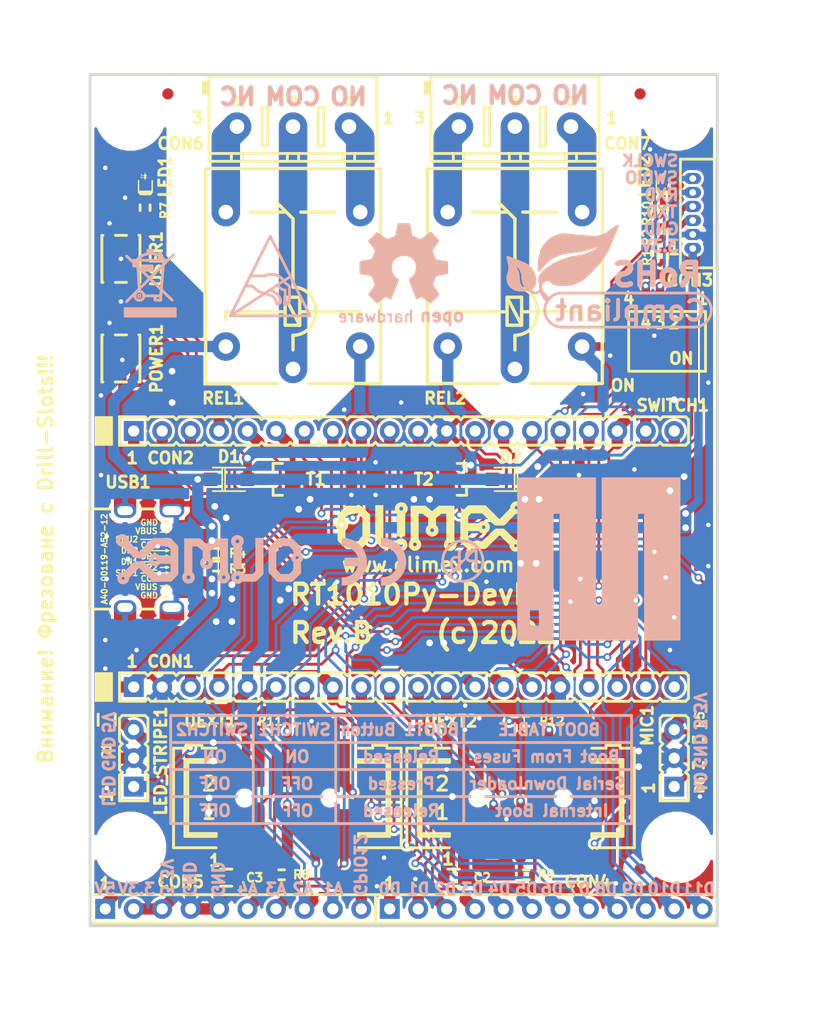
<source format=kicad_pcb>
(kicad_pcb (version 20171130) (host pcbnew 5.1.0-rc2-unknown-036be7d~80~ubuntu16.04.1)
  (title_block (title RT1010Py-DevKit) (date 2022-06-17) (rev B) (company "Olimex Ltd"))
  (layers (0 F.Cu signal) (31 B.Cu signal hide) (34 B.Paste user hide) (35 F.Paste user) (36 B.SilkS user hide) (37 F.SilkS user) (38 B.Mask user hide) (39 F.Mask user) (44 Edge.Cuts user))
  (net 0 "")
  (net 1 GND)
  (net 2 +3.3V)
  (net 3 +5V)
  (net 4 /LPUART1_TXD)
  (net 5 /LPUART1_RXD)
  (net 6 /GPIO_11_LED)
  (net 7 /GPIO_07)
  (net 8 /GPIO_08)
  (net 9 /GPIO_06)
  (net 10 /GPIO_05)
  (net 11 /GPIO_03)
  (net 12 /GPIO_04)
  (net 13 /GPIO_02)
  (net 14 /GPIO_01)
  (net 15 /GPIO_00)
  (net 16 /ONOFF)
  (net 17 /BOOTSEL0)
  (net 18 /BOOTSEL1)
  (net 19 /GPIO2_IO05)
  (net 20 /GPIO2_IO02)
  (net 21 /GPIO2_IO01)
  (net 22 /GPIO2_IO00)
  (net 23 /GPIO2_IO12)
  (net 24 /GPIO2_IO13)
  (net 25 /LPSPI1_SDI)
  (net 26 /LPSPI1_PCS1)
  (net 27 /LPSPI1_SDO)
  (net 28 /LPSPI1_PCS0)
  (net 29 /LPSPI1_SCK)
  (net 30 /I2C2_SDA)
  (net 31 /I2C2_SCL)
  (net 32 /LPSPI2_SDO)
  (net 33 /LPSPI2_SDI)
  (net 34 /I2C1_SDA)
  (net 35 /I2C1_SCL)
  (net 36 /LPSPI2_SCK)
  (net 37 /LPSPI2_PCS0)
  (net 38 "Net-(CON7-Pad3)")
  (net 39 "Net-(CON7-Pad1)")
  (net 40 "Net-(CON7-Pad2)")
  (net 41 "Net-(D1-Pad2)")
  (net 42 "Net-(D2-Pad2)")
  (net 43 "Net-(LED1-Pad1)")
  (net 44 "Net-(LED2-Pad1)")
  (net 45 /T_SWCLK)
  (net 46 /T_SWDIO)
  (net 47 "Net-(FID1-PadFid1)")
  (net 48 "Net-(FID2-PadFid1)")
  (net 49 "Net-(FID3-PadFid1)")
  (net 50 /GPIO_12)
  (net 51 "Net-(CON3-Pad4)")
  (net 52 "Net-(CON3-Pad3)")
  (net 53 "Net-(CON6-Pad3)")
  (net 54 "Net-(CON6-Pad1)")
  (net 55 "Net-(CON6-Pad2)")
  (net 56 "Net-(R3-Pad2)")
  (net 57 "Net-(R4-Pad2)")
  (net 58 "Net-(USB1-PadB8)")
  (net 59 "Net-(USB1-PadA5)")
  (net 60 "Net-(USB1-PadB5)")
  (net 61 "Net-(USB1-PadA8)")
  (net 62 "Net-(USB1-PadB6)")
  (net 63 "Net-(USB1-PadA6)")
  (module OLIMEX_Signs-FP:Sign_RoHS_1 (layer B.Cu) (at 123.444 81.915 180)
    (fp_text reference Sign_RoHS_1 hide)
    (fp_text value Sign_RoHS_1 hide)
    (fp_text user Compliant (at 6.20014 0.8382 180) (layer B.SilkS) (effects (font (size 1.778 1.778) (thickness 0.35)) (justify mirror)))
    (fp_text user RoHS (at 3.81508 4.04368 180) (layer B.SilkS) (effects (font (size 2 2) (thickness 0.5)) (justify mirror)))
  )
  (module OLIMEX_Signs-FP:Sign_PB-Free (layer B.Cu) (at 102.489 103.124)
    (fp_text reference Sign_PB-Free hide)
    (fp_text value Sign_PB-Free hide)
    (fp_text user Pb (at -0.08636 0.33528) (layer B.SilkS) (effects (font (size 1.7 1.5) (thickness 0.254)) (justify mirror)))
  )
  (module OLIMEX_Signs-FP:Sign_Antistatic (layer B.Cu) (at 88.646 81.534 180)
    (fp_text reference Sign_Antistatic hide)
    (fp_text value Sign_Antistatic hide)
  )
  (module OLIMEX_Signs-FP:MicroPython_Logo (layer B.Cu) (at 114.427 103.251 180)
    (fp_text reference MicroPython_Logo hide)
    (fp_text value LOGO hide)
  )
  (module OLIMEX_RLC-FP:R_0402_5MIL_DWS (layer F.Cu) (at 107.95 117.729)
    (fp_text reference R12 (at 2.286 0) (layer F.SilkS) (effects (font (size 0.762 0.762) (thickness 0.1905))))
    (fp_text value 2.2K/0402)
    (pad 2 smd rect (at 0.508 0) (size 0.5 0.55) (layers F.Cu F.Paste F.Mask) (net 2 +3.3V))
    (pad 1 smd rect (at -0.508 0 180) (size 0.5 0.55) (layers F.Cu F.Paste F.Mask) (net 34 /I2C1_SDA))
  )
  (module OLIMEX_LOGOs-FP:LOGO_RECYCLEBIN_1 (layer B.Cu) (at 76.708 81.661 180)
    (fp_text reference Recycle hide)
    (fp_text value "" hide)
  )
  (module OLIMEX_LOGOs-FP:OLIMEX_LOGO_TB (layer F.Cu) (at 99.441 100.33)
    (fp_text reference Olimex_Logo hide)
    (fp_text value "" hide)
  )
  (module OLIMEX_LOGOs-FP:CE_Sign (layer B.Cu) (at 93.345 103.505 180)
    (fp_text reference CE_Sign hide)
    (fp_text value CE_Sign hide)
  )
  (module OLIMEX_Connectors-FP:GBH-254-SMT-10 (layer F.Cu) (at 107.442 124.587)
    (fp_text reference UEXT2 (at -6.223 -6.858 180) (layer F.SilkS) (effects (font (size 1.016 1.016) (thickness 0.254))))
    (fp_text value "BH10S(B-D-02x5-LF)")
    (fp_text user 1 (at -6.985 1.27) (layer F.SilkS) (effects (font (size 1.27 1.27) (thickness 0.254))))
    (fp_text user 2 (at -6.985 -1.27) (layer F.SilkS) (effects (font (size 1.27 1.27) (thickness 0.254))))
    (pad "" np_thru_hole circle (at 3.81 0) (size 1.2 1.2) (drill 1.2) (layers *.Cu *.Mask))
    (pad 1 smd rect (at -5.08 3.125 90) (size 4.25 1) (layers F.Cu F.Mask) (net 2 +3.3V))
    (pad 2 smd rect (at -5.08 -3.125 90) (size 4.25 1) (layers F.Cu F.Mask) (net 1 GND))
    (pad 3 smd rect (at -2.54 3.125 90) (size 4.25 1) (layers F.Cu F.Mask) (net 4 /LPUART1_TXD))
    (pad 4 smd rect (at -2.54 -3.125 90) (size 4.25 1) (layers F.Cu F.Mask) (net 5 /LPUART1_RXD))
    (pad 5 smd rect (at 0 3.125 90) (size 4.25 1) (layers F.Cu F.Mask) (net 35 /I2C1_SCL))
    (pad 6 smd rect (at 0 -3.125 90) (size 4.25 1) (layers F.Cu F.Mask) (net 34 /I2C1_SDA))
    (pad 7 smd rect (at 2.54 3.125 90) (size 4.25 1) (layers F.Cu F.Mask) (net 33 /LPSPI2_SDI))
    (pad 8 smd rect (at 2.54 -3.125 90) (size 4.25 1) (layers F.Cu F.Mask) (net 32 /LPSPI2_SDO))
    (pad 9 smd rect (at 5.08 3.125 90) (size 4.25 1) (layers F.Cu F.Mask) (net 36 /LPSPI2_SCK))
    (pad 10 smd rect (at 5.08 -3.125 90) (size 4.25 1) (layers F.Cu F.Mask) (net 37 /LPSPI2_PCS0))
    (pad "" np_thru_hole circle (at -3.81 0) (size 1.2 1.2) (drill 1.2) (layers *.Cu *.Mask))
  )
  (module OLIMEX_Connectors-FP:GBH-254-SMT-10 (layer F.Cu) (at 86.614 124.587)
    (fp_text reference UEXT1 (at -6.858 -6.858 180) (layer F.SilkS) (effects (font (size 1.016 1.016) (thickness 0.254))))
    (fp_text value "BH10S(B-D-02x5-LF)")
    (fp_text user 1 (at -6.985 1.27) (layer F.SilkS) (effects (font (size 1.27 1.27) (thickness 0.254))))
    (fp_text user 2 (at -6.985 -1.27) (layer F.SilkS) (effects (font (size 1.27 1.27) (thickness 0.254))))
    (pad "" np_thru_hole circle (at 3.81 0) (size 1.2 1.2) (drill 1.2) (layers *.Cu *.Mask))
    (pad 1 smd rect (at -5.08 3.125 90) (size 4.25 1) (layers F.Cu F.Mask) (net 2 +3.3V))
    (pad 2 smd rect (at -5.08 -3.125 90) (size 4.25 1) (layers F.Cu F.Mask) (net 1 GND))
    (pad 3 smd rect (at -2.54 3.125 90) (size 4.25 1) (layers F.Cu F.Mask) (net 8 /GPIO_08))
    (pad 4 smd rect (at -2.54 -3.125 90) (size 4.25 1) (layers F.Cu F.Mask) (net 7 /GPIO_07))
    (pad 5 smd rect (at 0 3.125 90) (size 4.25 1) (layers F.Cu F.Mask) (net 31 /I2C2_SCL))
    (pad 6 smd rect (at 0 -3.125 90) (size 4.25 1) (layers F.Cu F.Mask) (net 30 /I2C2_SDA))
    (pad 7 smd rect (at 2.54 3.125 90) (size 4.25 1) (layers F.Cu F.Mask) (net 25 /LPSPI1_SDI))
    (pad 8 smd rect (at 2.54 -3.125 90) (size 4.25 1) (layers F.Cu F.Mask) (net 27 /LPSPI1_SDO))
    (pad 9 smd rect (at 5.08 3.125 90) (size 4.25 1) (layers F.Cu F.Mask) (net 29 /LPSPI1_SCK))
    (pad 10 smd rect (at 5.08 -3.125 90) (size 4.25 1) (layers F.Cu F.Mask) (net 28 /LPSPI1_PCS0))
    (pad "" np_thru_hole circle (at -3.81 0) (size 1.2 1.2) (drill 1.2) (layers *.Cu *.Mask))
  )
  (module OLIMEX_Relays-FP:Relay_RAS-05-15 (layer F.Cu) (at 106.934 77.978 270)
    (fp_text reference REL2 (at 10.922 6.223 180) (layer F.SilkS) (effects (font (size 1.016 1.016) (thickness 0.254))))
    (fp_text value RAS0515)
    (pad COM0 thru_hole circle (at 8.3 0 270) (size 2.54 2.54) (drill 1.3) (layers *.Cu *.Mask) (net 40 "Net-(CON7-Pad2)") (clearance 2.54))
    (pad NO0 thru_hole circle (at -5.7 -6 270) (size 2.54 2.54) (drill 1.3) (layers *.Cu *.Mask) (net 39 "Net-(CON7-Pad1)") (clearance 2.54))
    (pad NC0 thru_hole circle (at -5.7 6 270) (size 2.54 2.54) (drill 1.3) (layers *.Cu *.Mask) (net 38 "Net-(CON7-Pad3)") (clearance 2.54))
    (pad 2 thru_hole circle (at 6.3 6 270) (size 2.54 2.54) (drill 1.3) (layers *.Cu *.Mask) (net 42 "Net-(D2-Pad2)"))
    (pad 1 thru_hole circle (at 6.3 -6 270) (size 2.54 2.54) (drill 1.3) (layers *.Cu *.Mask) (net 3 +5V))
  )
  (module OLIMEX_Relays-FP:Relay_RAS-05-15 (layer F.Cu) (at 87.122 77.978 270)
    (fp_text reference REL1 (at 10.922 6.223 180) (layer F.SilkS) (effects (font (size 1.016 1.016) (thickness 0.254))))
    (fp_text value RAS0515)
    (pad COM0 thru_hole circle (at 8.3 0 270) (size 2.54 2.54) (drill 1.3) (layers *.Cu *.Mask) (net 55 "Net-(CON6-Pad2)") (clearance 2.54))
    (pad NO0 thru_hole circle (at -5.7 -6 270) (size 2.54 2.54) (drill 1.3) (layers *.Cu *.Mask) (net 54 "Net-(CON6-Pad1)") (clearance 2.54))
    (pad NC0 thru_hole circle (at -5.7 6 270) (size 2.54 2.54) (drill 1.3) (layers *.Cu *.Mask) (net 53 "Net-(CON6-Pad3)") (clearance 2.54))
    (pad 2 thru_hole circle (at 6.3 6 270) (size 2.54 2.54) (drill 1.3) (layers *.Cu *.Mask) (net 3 +5V))
    (pad 1 thru_hole circle (at 6.3 -6 270) (size 2.54 2.54) (drill 1.3) (layers *.Cu *.Mask) (net 41 "Net-(D1-Pad2)"))
  )
  (module OLIMEX_RLC-FP:R_0402_5MIL_DWS (layer F.Cu) (at 123.317 121.666 270)
    (fp_text reference R6 (at 1.778 -0.127 270) (layer F.SilkS) (effects (font (size 0.762 0.762) (thickness 0.1905))))
    (fp_text value "NA(100K)")
    (pad 2 smd rect (at 0.508 0 270) (size 0.5 0.55) (layers F.Cu F.Paste F.Mask) (net 26 /LPSPI1_PCS1))
    (pad 1 smd rect (at -0.508 0 90) (size 0.5 0.55) (layers F.Cu F.Paste F.Mask) (net 1 GND))
  )
  (module OLIMEX_RLC-FP:R_0402_5MIL_DWS (layer F.Cu) (at 123.317 119.38 90)
    (fp_text reference R5 (at 1.778 0.127 270) (layer F.SilkS) (effects (font (size 0.762 0.762) (thickness 0.1905))))
    (fp_text value "NA(100K)")
    (pad 2 smd rect (at 0.508 0 90) (size 0.5 0.55) (layers F.Cu F.Paste F.Mask) (net 2 +3.3V))
    (pad 1 smd rect (at -0.508 0 270) (size 0.5 0.55) (layers F.Cu F.Paste F.Mask) (net 26 /LPSPI1_PCS1))
  )
  (module OLIMEX_RLC-FP:R_0402_5MIL_DWS (layer F.Cu) (at 120.142 71.882 90)
    (fp_text reference R10 (at -0.508 -1.397 90) (layer F.SilkS) (effects (font (size 0.762 0.762) (thickness 0.1905))))
    (fp_text value 10K/0402 hide)
    (pad 2 smd rect (at 0.508 0 90) (size 0.5 0.55) (layers F.Cu F.Paste F.Mask) (net 44 "Net-(LED2-Pad1)"))
    (pad 1 smd rect (at -0.508 0 270) (size 0.5 0.55) (layers F.Cu F.Paste F.Mask) (net 42 "Net-(D2-Pad2)"))
  )
  (module OLIMEX_RLC-FP:R_0402_5MIL_DWS (layer F.Cu) (at 73.914 71.882 90)
    (fp_text reference R7 (at -0.254 1.778 90) (layer F.SilkS) (effects (font (size 0.762 0.762) (thickness 0.1905))))
    (fp_text value 10K/0402)
    (pad 2 smd rect (at 0.508 0 90) (size 0.5 0.55) (layers F.Cu F.Paste F.Mask) (net 43 "Net-(LED1-Pad1)"))
    (pad 1 smd rect (at -0.508 0 270) (size 0.5 0.55) (layers F.Cu F.Paste F.Mask) (net 41 "Net-(D1-Pad2)"))
  )
  (module OLIMEX_LEDs-FP:LED_0603_KA (layer F.Cu) (at 120.142 69.088 90)
    (fp_text reference LED2 (at 0 -1.651 270) (layer F.SilkS) (effects (font (size 1.016 1.016) (thickness 0.254))))
    (fp_text value LED/Green/0603 hide)
    (pad 1 smd rect (at -0.762 0 270) (size 0.8 0.8) (layers F.Cu F.Paste F.Mask) (net 44 "Net-(LED2-Pad1)"))
    (pad 2 smd rect (at 0.762 0 270) (size 0.8 0.8) (layers F.Cu F.Paste F.Mask) (net 3 +5V))
  )
  (module OLIMEX_LEDs-FP:LED_0603_KA (layer F.Cu) (at 73.914 69.088 90)
    (fp_text reference LED1 (at 0 1.778 270) (layer F.SilkS) (effects (font (size 1.016 1.016) (thickness 0.254))))
    (fp_text value LED/Green/0603 hide)
    (pad 1 smd rect (at -0.762 0 270) (size 0.8 0.8) (layers F.Cu F.Paste F.Mask) (net 43 "Net-(LED1-Pad1)"))
    (pad 2 smd rect (at 0.762 0 270) (size 0.8 0.8) (layers F.Cu F.Paste F.Mask) (net 3 +5V))
  )
  (module OLIMEX_Diodes-FP:SOD-123_KA (layer F.Cu) (at 106.553 96.139 180)
    (fp_text reference D2 (at 0 2.032) (layer F.SilkS) (effects (font (size 1.016 1.016) (thickness 0.254))))
    (fp_text value 1N4148W)
    (pad 2 smd rect (at 1.635 0 180) (size 1.2 1.2) (layers F.Cu F.Paste F.Mask) (net 42 "Net-(D2-Pad2)") (clearance 0.0508))
    (pad 1 smd rect (at -1.635 0 180) (size 1.2 1.2) (layers F.Cu F.Paste F.Mask) (net 3 +5V) (clearance 0.0508))
  )
  (module OLIMEX_Diodes-FP:SOD-123_KA (layer F.Cu) (at 81.407 96.139)
    (fp_text reference D1 (at 0 -2.032 -180) (layer F.SilkS) (effects (font (size 1.016 1.016) (thickness 0.254))))
    (fp_text value 1N4148W)
    (pad 2 smd rect (at 1.635 0) (size 1.2 1.2) (layers F.Cu F.Paste F.Mask) (net 41 "Net-(D1-Pad2)") (clearance 0.0508))
    (pad 1 smd rect (at -1.635 0) (size 1.2 1.2) (layers F.Cu F.Paste F.Mask) (net 3 +5V) (clearance 0.0508))
  )
  (module OLIMEX_Connectors-FP:TB3-5mm (layer F.Cu) (at 106.934 64.643 180)
    (fp_text reference CON7 (at -10.033 -1.524) (layer F.SilkS) (effects (font (size 1.016 1.016) (thickness 0.254))))
    (fp_text value DG306-5.0-3P hide)
    (pad 3 thru_hole circle (at 5 0 180) (size 2.54 2.54) (drill 1.3) (layers *.Cu *.Mask) (net 38 "Net-(CON7-Pad3)"))
    (pad 1 thru_hole circle (at -5 0 180) (size 2.54 2.54) (drill 1.3) (layers *.Cu *.Mask) (net 39 "Net-(CON7-Pad1)"))
    (pad 2 thru_hole circle (at 0 0 180) (size 2.54 2.54) (drill 1.3) (layers *.Cu *.Mask) (net 40 "Net-(CON7-Pad2)"))
  )
  (module OLIMEX_Connectors-FP:TB3-5mm (layer F.Cu) (at 87.122 64.643 180)
    (fp_text reference CON6 (at 10.033 -1.524) (layer F.SilkS) (effects (font (size 1.016 1.016) (thickness 0.254))))
    (fp_text value DG306-5.0-3P hide)
    (pad 3 thru_hole circle (at 5 0 180) (size 2.54 2.54) (drill 1.3) (layers *.Cu *.Mask) (net 53 "Net-(CON6-Pad3)"))
    (pad 1 thru_hole circle (at -5 0 180) (size 2.54 2.54) (drill 1.3) (layers *.Cu *.Mask) (net 54 "Net-(CON6-Pad1)"))
    (pad 2 thru_hole circle (at 0 0 180) (size 2.54 2.54) (drill 1.3) (layers *.Cu *.Mask) (net 55 "Net-(CON6-Pad2)"))
  )
  (module OLIMEX_Connectors-FP:PN1x12 (layer F.Cu) (at 109.728 134.493)
    (fp_text reference CON4 (at 3.683 -2.413 -180) (layer F.SilkS) (effects (font (size 1.016 1.016) (thickness 0.254))))
    (fp_text value PN_F-D-1X12-LF hide)
    (pad 12 thru_hole circle (at 13.97 0) (size 1.778 1.778) (drill 1) (layers *.Cu *.Mask) (net 20 /GPIO2_IO02))
    (pad 11 thru_hole circle (at 11.43 0) (size 1.778 1.778) (drill 1) (layers *.Cu *.Mask) (net 21 /GPIO2_IO01))
    (pad 4 thru_hole circle (at -6.35 0) (size 1.778 1.778) (drill 1) (layers *.Cu *.Mask) (net 11 /GPIO_03))
    (pad 3 thru_hole circle (at -8.89 0) (size 1.778 1.778) (drill 1) (layers *.Cu *.Mask) (net 13 /GPIO_02))
    (pad 2 thru_hole circle (at -11.43 0) (size 1.778 1.778) (drill 1) (layers *.Cu *.Mask) (net 14 /GPIO_01))
    (pad 1 thru_hole rect (at -13.97 0) (size 1.778 1.778) (drill 1) (layers *.Cu *.Mask) (net 15 /GPIO_00))
    (pad 5 thru_hole circle (at -3.81 0) (size 1.778 1.778) (drill 1) (layers *.Cu *.Mask) (net 12 /GPIO_04))
    (pad 6 thru_hole circle (at -1.27 0) (size 1.778 1.778) (drill 1) (layers *.Cu *.Mask) (net 10 /GPIO_05))
    (pad 8 thru_hole circle (at 3.81 0) (size 1.778 1.778) (drill 1) (layers *.Cu *.Mask) (net 7 /GPIO_07))
    (pad 7 thru_hole circle (at 1.27 0) (size 1.778 1.778) (drill 1) (layers *.Cu *.Mask) (net 9 /GPIO_06))
    (pad 9 thru_hole circle (at 6.35 0) (size 1.778 1.778) (drill 1) (layers *.Cu *.Mask) (net 8 /GPIO_08))
    (pad 10 thru_hole circle (at 8.89 0) (size 1.778 1.778) (drill 1) (layers *.Cu *.Mask) (net 22 /GPIO2_IO00))
  )
  (module OLIMEX_Connectors-FP:HN1x3 (layer F.Cu) (at 72.898 121.031 90)
    (fp_text reference LED_STRIPE1 (at -0.254 2.413 90) (layer F.SilkS) (effects (font (size 1.016 1.016) (thickness 0.254))))
    (fp_text value NA hide)
    (pad 3 thru_hole circle (at 2.54 0 90) (size 1.778 1.778) (drill 1) (layers *.Cu *.Mask) (net 3 +5V))
    (pad 2 thru_hole circle (at 0 0 90) (size 1.778 1.778) (drill 1) (layers *.Cu *.Mask) (net 1 GND))
    (pad 1 thru_hole rect (at -2.54 0 90) (size 1.778 1.778) (drill 1) (layers *.Cu *.Mask) (net 6 /GPIO_11_LED))
  )
  (module OLIMEX_Connectors-FP:HN1x3 (layer F.Cu) (at 121.158 121.031 90)
    (fp_text reference MIC1 (at 2.921 -2.413 90) (layer F.SilkS) (effects (font (size 1.016 1.016) (thickness 0.254))))
    (fp_text value NA hide)
    (pad 3 thru_hole circle (at 2.54 0 90) (size 1.778 1.778) (drill 1) (layers *.Cu *.Mask) (net 2 +3.3V))
    (pad 2 thru_hole circle (at 0 0 90) (size 1.778 1.778) (drill 1) (layers *.Cu *.Mask) (net 1 GND))
    (pad 1 thru_hole rect (at -2.54 0 90) (size 1.778 1.778) (drill 1) (layers *.Cu *.Mask) (net 26 /LPSPI1_PCS1))
  )
  (module OLIMEX_Connectors-FP:HN1x20 (layer F.Cu) (at 97.028 91.821)
    (fp_text reference CON2 (at -20.828 2.413) (layer F.SilkS) (effects (font (size 1.016 1.016) (thickness 0.254))))
    (fp_text value "PN1X20(F-D-1X20-LF)" hide)
    (pad 4 thru_hole circle (at -16.51 0) (size 1.778 1.778) (drill 1) (layers *.Cu *.Mask) (net 19 /GPIO2_IO05))
    (pad 3 thru_hole circle (at -19.05 0) (size 1.778 1.778) (drill 1) (layers *.Cu *.Mask) (net 20 /GPIO2_IO02))
    (pad 2 thru_hole circle (at -21.59 0) (size 1.778 1.778) (drill 1) (layers *.Cu *.Mask) (net 21 /GPIO2_IO01))
    (pad 1 thru_hole rect (at -24.13 0) (size 1.778 1.778) (drill 1) (layers *.Cu *.Mask) (net 22 /GPIO2_IO00))
    (pad 5 thru_hole circle (at -13.97 0) (size 1.778 1.778) (drill 1) (layers *.Cu *.Mask) (net 23 /GPIO2_IO12))
    (pad 6 thru_hole circle (at -11.43 0) (size 1.778 1.778) (drill 1) (layers *.Cu *.Mask) (net 24 /GPIO2_IO13))
    (pad 8 thru_hole circle (at -6.35 0) (size 1.778 1.778) (drill 1) (layers *.Cu *.Mask) (net 25 /LPSPI1_SDI))
    (pad 7 thru_hole circle (at -8.89 0) (size 1.778 1.778) (drill 1) (layers *.Cu *.Mask) (net 26 /LPSPI1_PCS1))
    (pad 9 thru_hole circle (at -3.81 0) (size 1.778 1.778) (drill 1) (layers *.Cu *.Mask) (net 27 /LPSPI1_SDO))
    (pad 10 thru_hole circle (at -1.27 0) (size 1.778 1.778) (drill 1) (layers *.Cu *.Mask) (net 28 /LPSPI1_PCS0))
    (pad 12 thru_hole circle (at 3.81 0) (size 1.778 1.778) (drill 1) (layers *.Cu *.Mask) (net 1 GND))
    (pad 11 thru_hole circle (at 1.27 0) (size 1.778 1.778) (drill 1) (layers *.Cu *.Mask) (net 29 /LPSPI1_SCK))
    (pad 13 thru_hole circle (at 6.35 0) (size 1.778 1.778) (drill 1) (layers *.Cu *.Mask) (net 30 /I2C2_SDA))
    (pad 14 thru_hole circle (at 8.89 0) (size 1.778 1.778) (drill 1) (layers *.Cu *.Mask) (net 31 /I2C2_SCL))
    (pad 16 thru_hole circle (at 13.97 0) (size 1.778 1.778) (drill 1) (layers *.Cu *.Mask) (net 32 /LPSPI2_SDO))
    (pad 15 thru_hole circle (at 11.43 0) (size 1.778 1.778) (drill 1) (layers *.Cu *.Mask) (net 33 /LPSPI2_SDI))
    (pad 19 thru_hole circle (at 21.59 0) (size 1.778 1.778) (drill 1) (layers *.Cu *.Mask) (net 34 /I2C1_SDA))
    (pad 20 thru_hole circle (at 24.13 0) (size 1.778 1.778) (drill 1) (layers *.Cu *.Mask) (net 35 /I2C1_SCL))
    (pad 18 thru_hole circle (at 19.05 0) (size 1.778 1.778) (drill 1) (layers *.Cu *.Mask) (net 36 /LPSPI2_SCK))
    (pad 17 thru_hole circle (at 16.51 0) (size 1.778 1.778) (drill 1) (layers *.Cu *.Mask) (net 37 /LPSPI2_PCS0))
  )
  (module OLIMEX_Connectors-FP:HN1x20 (layer F.Cu) (at 97.028 114.681)
    (fp_text reference CON1 (at -20.828 -2.286) (layer F.SilkS) (effects (font (size 1.016 1.016) (thickness 0.254))))
    (fp_text value "PN1X20(F-D-1X20-LF)" hide)
    (pad 4 thru_hole circle (at -16.51 0) (size 1.778 1.778) (drill 1) (layers *.Cu *.Mask) (net 4 /LPUART1_TXD))
    (pad 3 thru_hole circle (at -19.05 0) (size 1.778 1.778) (drill 1) (layers *.Cu *.Mask) (net 5 /LPUART1_RXD))
    (pad 2 thru_hole circle (at -21.59 0) (size 1.778 1.778) (drill 1) (layers *.Cu *.Mask) (net 1 GND))
    (pad 1 thru_hole rect (at -24.13 0) (size 1.778 1.778) (drill 1) (layers *.Cu *.Mask) (net 3 +5V))
    (pad 5 thru_hole circle (at -13.97 0) (size 1.778 1.778) (drill 1) (layers *.Cu *.Mask) (net 2 +3.3V))
    (pad 6 thru_hole circle (at -11.43 0) (size 1.778 1.778) (drill 1) (layers *.Cu *.Mask) (net 6 /GPIO_11_LED))
    (pad 8 thru_hole circle (at -6.35 0) (size 1.778 1.778) (drill 1) (layers *.Cu *.Mask) (net 7 /GPIO_07))
    (pad 7 thru_hole circle (at -8.89 0) (size 1.778 1.778) (drill 1) (layers *.Cu *.Mask) (net 8 /GPIO_08))
    (pad 9 thru_hole circle (at -3.81 0) (size 1.778 1.778) (drill 1) (layers *.Cu *.Mask) (net 9 /GPIO_06))
    (pad 10 thru_hole circle (at -1.27 0) (size 1.778 1.778) (drill 1) (layers *.Cu *.Mask) (net 10 /GPIO_05))
    (pad 12 thru_hole circle (at 3.81 0) (size 1.778 1.778) (drill 1) (layers *.Cu *.Mask) (net 11 /GPIO_03))
    (pad 11 thru_hole circle (at 1.27 0) (size 1.778 1.778) (drill 1) (layers *.Cu *.Mask) (net 12 /GPIO_04))
    (pad 13 thru_hole circle (at 6.35 0) (size 1.778 1.778) (drill 1) (layers *.Cu *.Mask) (net 13 /GPIO_02))
    (pad 14 thru_hole circle (at 8.89 0) (size 1.778 1.778) (drill 1) (layers *.Cu *.Mask) (net 14 /GPIO_01))
    (pad 16 thru_hole circle (at 13.97 0) (size 1.778 1.778) (drill 1) (layers *.Cu *.Mask) (net 1 GND))
    (pad 15 thru_hole circle (at 11.43 0) (size 1.778 1.778) (drill 1) (layers *.Cu *.Mask) (net 15 /GPIO_00))
    (pad 19 thru_hole circle (at 21.59 0) (size 1.778 1.778) (drill 1) (layers *.Cu *.Mask) (net 16 /ONOFF))
    (pad 20 thru_hole circle (at 24.13 0) (size 1.778 1.778) (drill 1) (layers *.Cu *.Mask) (net 50 /GPIO_12))
    (pad 18 thru_hole circle (at 19.05 0) (size 1.778 1.778) (drill 1) (layers *.Cu *.Mask) (net 17 /BOOTSEL0))
    (pad 17 thru_hole circle (at 16.51 0) (size 1.778 1.778) (drill 1) (layers *.Cu *.Mask) (net 18 /BOOTSEL1))
  )
  (module OLIMEX_RLC-FP:C_0603_5MIL_DWS (layer F.Cu) (at 70.485 117.602 270)
    (fp_text reference C1 (at 2.794 0 270) (layer F.SilkS) (effects (font (size 0.762 0.762) (thickness 0.1905))))
    (fp_text value "NA(4.7uF/6.3V)")
    (pad 2 smd rect (at 0.889 0 270) (size 1.016 1.016) (layers F.Cu F.Paste F.Mask) (net 1 GND) (clearance 0.0508))
    (pad 1 smd rect (at -0.889 0 270) (size 1.016 1.016) (layers F.Cu F.Paste F.Mask) (net 3 +5V) (clearance 0.0508))
  )
  (module OLIMEX_RLC-FP:C_0603_5MIL_DWS (layer F.Cu) (at 81.153 131.699 180)
    (fp_text reference C3 (at -2.54 0 180) (layer F.SilkS) (effects (font (size 0.762 0.762) (thickness 0.1905))))
    (fp_text value 4.7uF/6.3V/0603)
    (pad 2 smd rect (at 0.889 0 180) (size 1.016 1.016) (layers F.Cu F.Paste F.Mask) (net 2 +3.3V) (clearance 0.0508))
    (pad 1 smd rect (at -0.889 0 180) (size 1.016 1.016) (layers F.Cu F.Paste F.Mask) (net 1 GND) (clearance 0.0508))
  )
  (module OLIMEX_RLC-FP:C_0603_5MIL_DWS (layer F.Cu) (at 101.473 131.699)
    (fp_text reference C2 (at 2.54 0) (layer F.SilkS) (effects (font (size 0.762 0.762) (thickness 0.1905))))
    (fp_text value 4.7uF/6.3V/0603)
    (pad 2 smd rect (at 0.889 0) (size 1.016 1.016) (layers F.Cu F.Paste F.Mask) (net 2 +3.3V) (clearance 0.0508))
    (pad 1 smd rect (at -0.889 0) (size 1.016 1.016) (layers F.Cu F.Paste F.Mask) (net 1 GND) (clearance 0.0508))
  )
  (module OLIMEX_LOGOs-FP:OLIMEX_LOGO_TB (layer B.Cu) (at 79.502 103.251 180)
    (fp_text reference Olimex_Logo1 hide)
    (fp_text value "" hide)
  )
  (module OLIMEX_LOGOs-FP:LOGO_OPENHARDWARE_8x8 (layer B.Cu) (at 97.028 77.343 180)
    (fp_text reference Open_Hardware hide)
    (fp_text value "" hide)
    (fp_text user open (at -3.40106 -4.17576) (layer B.SilkS) (effects (font (size 1.1 1.1) (thickness 0.254)) (justify mirror)))
    (fp_text user hardware (at 2.51206 -4.2672) (layer B.SilkS) (effects (font (thickness 0.18)) (justify mirror)))
  )
  (module OLIMEX_Connectors-FP:WU06S (layer F.Cu) (at 122.809 72.4 90)
    (fp_text reference CON3 (at -5.959 -0.254) (layer F.SilkS) (effects (font (size 1.016 1.016) (thickness 0.254))))
    (fp_text value "NA(WU06S)")
    (pad 6 thru_hole oval (at 3.125 0 90) (size 1 1.5) (drill 0.6) (layers *.Cu *.Mask) (net 45 /T_SWCLK))
    (pad 5 thru_hole oval (at 1.875 0 90) (size 1 1.5) (drill 0.6) (layers *.Cu *.Mask) (net 46 /T_SWDIO))
    (pad 4 thru_hole oval (at 0.625 0 90) (size 1 1.5) (drill 0.6) (layers *.Cu *.Mask) (net 51 "Net-(CON3-Pad4)"))
    (pad 3 thru_hole oval (at -0.625 0 90) (size 1 1.5) (drill 0.6) (layers *.Cu *.Mask) (net 52 "Net-(CON3-Pad3)"))
    (pad 2 thru_hole oval (at -1.875 0 90) (size 1 1.5) (drill 0.6) (layers *.Cu *.Mask) (net 1 GND))
    (pad 1 thru_hole oval (at -3.125 0 90) (size 1 1.5) (drill 0.6) (layers *.Cu *.Mask) (net 2 +3.3V))
  )
  (module OLIMEX_RLC-FP:R_0402_5MIL_DWS (layer F.Cu) (at 120.142 76.2 90)
    (fp_text reference R1 (at -0.127 -1.397 90) (layer F.SilkS) (effects (font (size 0.762 0.762) (thickness 0.1905))))
    (fp_text value "NA(220R)")
    (pad 2 smd rect (at 0.508 0 90) (size 0.5 0.55) (layers F.Cu F.Paste F.Mask) (net 52 "Net-(CON3-Pad3)"))
    (pad 1 smd rect (at -0.508 0 270) (size 0.5 0.55) (layers F.Cu F.Paste F.Mask) (net 4 /LPUART1_TXD))
  )
  (module OLIMEX_RLC-FP:R_0402_5MIL_DWS (layer F.Cu) (at 120.142 74.041 90)
    (fp_text reference R2 (at -0.508 -1.397 90) (layer F.SilkS) (effects (font (size 0.762 0.762) (thickness 0.1905))))
    (fp_text value "NA(220R)")
    (pad 2 smd rect (at 0.508 0 90) (size 0.5 0.55) (layers F.Cu F.Paste F.Mask) (net 51 "Net-(CON3-Pad4)"))
    (pad 1 smd rect (at -0.508 0 270) (size 0.5 0.55) (layers F.Cu F.Paste F.Mask) (net 5 /LPUART1_RXD))
  )
  (module OLIMEX_RLC-FP:R_0402_5MIL_DWS (layer F.Cu) (at 80.264 103.886 180)
    (fp_text reference R3 (at -1.905 -0.254 180) (layer F.SilkS) (effects (font (size 0.762 0.762) (thickness 0.1905))))
    (fp_text value 5.1K/0402)
    (pad 2 smd rect (at 0.508 0 180) (size 0.5 0.55) (layers F.Cu F.Paste F.Mask) (net 56 "Net-(R3-Pad2)"))
    (pad 1 smd rect (at -0.508 0) (size 0.5 0.55) (layers F.Cu F.Paste F.Mask) (net 1 GND))
  )
  (module OLIMEX_RLC-FP:R_0402_5MIL_DWS (layer F.Cu) (at 80.264 102.743 180)
    (fp_text reference R4 (at -1.905 0 180) (layer F.SilkS) (effects (font (size 0.762 0.762) (thickness 0.1905))))
    (fp_text value 5.1K/0402)
    (pad 2 smd rect (at 0.508 0 180) (size 0.5 0.55) (layers F.Cu F.Paste F.Mask) (net 57 "Net-(R4-Pad2)"))
    (pad 1 smd rect (at -0.508 0) (size 0.5 0.55) (layers F.Cu F.Paste F.Mask) (net 1 GND))
  )
  (module OLIMEX_Buttons-FP:DSHP04TS-S-1.27mm_Half_4_Slide (layer F.Cu) (at 120.523 83.82 180)
    (fp_text reference SWITCH1 (at -0.508 -5.715 180) (layer F.SilkS) (effects (font (size 1.016 1.016) (thickness 0.254))))
    (fp_text value DSHP04TS-S)
    (fp_text user 4 (at 1.905 1.651 180) (layer F.SilkS) (effects (font (size 1.016 1.016) (thickness 0.254))))
    (fp_text user 4 (at 3.429 3.81 180) (layer F.SilkS) (effects (font (size 1.016 1.016) (thickness 0.254))))
    (fp_text user 3 (at 0.635 1.651 180) (layer F.SilkS) (effects (font (size 1.016 1.016) (thickness 0.254))))
    (fp_text user 2 (at -0.635 1.651 180) (layer F.SilkS) (effects (font (size 1.016 1.016) (thickness 0.254))))
    (fp_text user 1 (at -3.175 3.81 180) (layer F.SilkS) (effects (font (size 1.016 1.016) (thickness 0.254))))
    (fp_text user 1 (at -3.175 3.81 180) (layer F.SilkS) (effects (font (size 1.016 1.016) (thickness 0.254))))
    (fp_text user ON (at 3.937 -3.937 180) (layer F.SilkS) (effects (font (size 1.016 1.016) (thickness 0.254))))
    (fp_text user ON (at -1.27 -1.524 180) (layer F.SilkS) (effects (font (size 1.016 1.016) (thickness 0.254))))
    (pad 4 smd rect (at 1.905 3.81 180) (size 0.76 1.27) (layers F.Cu F.Paste F.Mask) (net 45 /T_SWCLK))
    (pad 3 smd rect (at 0.635 3.81 180) (size 0.76 1.27) (layers F.Cu F.Paste F.Mask) (net 46 /T_SWDIO))
    (pad 2 smd rect (at -0.635 3.81 180) (size 0.76 1.27) (layers F.Cu F.Paste F.Mask) (net 17 /BOOTSEL0))
    (pad 1 smd rect (at -1.905 3.81 180) (size 0.76 1.27) (layers F.Cu F.Paste F.Mask) (net 18 /BOOTSEL1))
    (pad 8 smd rect (at -1.905 -3.81 180) (size 0.76 1.27) (layers F.Cu F.Paste F.Mask) (net 1 GND))
    (pad 7 smd rect (at -0.635 -3.81 180) (size 0.76 1.27) (layers F.Cu F.Paste F.Mask) (net 1 GND))
    (pad 6 smd rect (at 0.635 -3.81 180) (size 0.76 1.27) (layers F.Cu F.Paste F.Mask) (net 34 /I2C1_SDA))
    (pad 5 smd rect (at 1.905 -3.81 180) (size 0.76 1.27) (layers F.Cu F.Paste F.Mask) (net 36 /LPSPI2_SCK))
  )
  (module OLIMEX_Transistors-FP:SOT23 (layer F.Cu) (at 85.979 96.139)
    (fp_text reference T1 (at 3.175 0) (layer F.SilkS) (effects (font (size 1.016 1.016) (thickness 0.254))))
    (fp_text value "LMUN2211LT1G(SOT-23)")
    (pad 1 smd rect (at 1.10744 0.94996) (size 1.4 1) (layers F.Cu F.Paste F.Mask) (net 23 /GPIO2_IO12) (clearance 0.0508))
    (pad 2 smd rect (at 1.10744 -0.9525) (size 1.4 1) (layers F.Cu F.Paste F.Mask) (net 1 GND) (clearance 0.0508))
    (pad 3 smd rect (at -1.10236 0.00254) (size 1.4 1) (layers F.Cu F.Paste F.Mask) (net 41 "Net-(D1-Pad2)") (clearance 0.0508))
  )
  (module OLIMEX_Transistors-FP:SOT23 (layer F.Cu) (at 101.981 96.139 180)
    (fp_text reference T2 (at 3.175 0 180) (layer F.SilkS) (effects (font (size 1.016 1.016) (thickness 0.254))))
    (fp_text value "LMUN2211LT1G(SOT-23)")
    (pad 1 smd rect (at 1.10744 0.94996 180) (size 1.4 1) (layers F.Cu F.Paste F.Mask) (net 24 /GPIO2_IO13) (clearance 0.0508))
    (pad 2 smd rect (at 1.10744 -0.9525 180) (size 1.4 1) (layers F.Cu F.Paste F.Mask) (net 1 GND) (clearance 0.0508))
    (pad 3 smd rect (at -1.10236 0.00254 180) (size 1.4 1) (layers F.Cu F.Paste F.Mask) (net 42 "Net-(D2-Pad2)") (clearance 0.0508))
  )
  (module "OLIMEX_Connectors-FP:USB2.0_TYPE-C(A40-00119-A52-12)" (layer F.Cu) (at 73.279 103.251 180)
    (fp_text reference USB1 (at 0.889 6.858 180) (layer F.SilkS) (effects (font (size 1.016 1.016) (thickness 0.254))))
    (fp_text value USB-C-16P-F)
    (fp_text user "Внимание! Фрезоване с Drill-Slots!!!" (at 8.255 0 270) (layer F.SilkS) (effects (font (size 1.27 1.27) (thickness 0.254))))
    (fp_text user GND (at -1 -3.25 180) (layer F.SilkS) (effects (font (size 0.508 0.508) (thickness 0.127))))
    (fp_text user VBUS (at -0.75 -2.5 180) (layer F.SilkS) (effects (font (size 0.508 0.508) (thickness 0.127))))
    (fp_text user CC2 (at -1 -1.75 180) (layer F.SilkS) (effects (font (size 0.508 0.508) (thickness 0.127))))
    (fp_text user SBU1 (at 1 -1.25 180) (layer F.SilkS) (effects (font (size 0.508 0.508) (thickness 0.127))))
    (fp_text user DP2 (at -1 -0.75 180) (layer F.SilkS) (effects (font (size 0.508 0.508) (thickness 0.127))))
    (fp_text user DN1 (at 0.75 -0.25 180) (layer F.SilkS) (effects (font (size 0.508 0.508) (thickness 0.127))))
    (fp_text user DP1 (at -1 0.25 180) (layer F.SilkS) (effects (font (size 0.508 0.508) (thickness 0.127))))
    (fp_text user DN2 (at 0.75 0.75 180) (layer F.SilkS) (effects (font (size 0.508 0.508) (thickness 0.127))))
    (fp_text user CC1 (at -1 1.25 180) (layer F.SilkS) (effects (font (size 0.508 0.508) (thickness 0.127))))
    (fp_text user SBU2 (at 1 1.75 180) (layer F.SilkS) (effects (font (size 0.508 0.508) (thickness 0.127))))
    (fp_text user VBUS (at -0.75 2.5 180) (layer F.SilkS) (effects (font (size 0.508 0.508) (thickness 0.127))))
    (fp_text user GND (at -1 3.25 180) (layer F.SilkS) (effects (font (size 0.508 0.508) (thickness 0.127))))
    (fp_text user A40-00119-A52-12 (at 3 0 270) (layer F.SilkS) (effects (font (size 0.508 0.508) (thickness 0.127))))
    (pad 0 connect rect (at 1.15 -4.9276 270) (size 1.1 2) (layers F.Cu F.Mask) (net 1 GND))
    (pad 0 connect rect (at -3.03 -4.9276 270) (size 1.1 2.2) (layers F.Cu F.Mask) (net 1 GND))
    (pad 0 connect rect (at 1.15 4.9276 270) (size 1.1 2) (layers F.Cu F.Mask) (net 1 GND))
    (pad 0 connect rect (at -3.03 4.9276 270) (size 1.1 2.2) (layers F.Cu F.Mask) (net 1 GND))
    (pad "" np_thru_hole circle (at -2.53 -2.89 270) (size 0.6 0.6) (drill 0.6) (layers *.Cu *.Mask))
    (pad B8 smd rect (at -3.932 1.75 270) (size 0.25 1.15) (layers F.Cu F.Paste F.Mask) (net 58 "Net-(USB1-PadB8)"))
    (pad A5 smd rect (at -3.932 1.25 270) (size 0.25 1.15) (layers F.Cu F.Paste F.Mask) (net 59 "Net-(USB1-PadA5)"))
    (pad B7 smd rect (at -3.932 0.75 270) (size 0.25 1.15) (layers F.Cu F.Paste F.Mask) (net 57 "Net-(R4-Pad2)"))
    (pad B5 smd rect (at -3.932 -1.75 270) (size 0.25 1.15) (layers F.Cu F.Paste F.Mask) (net 60 "Net-(USB1-PadB5)"))
    (pad A7 smd rect (at -3.932 -0.25 270) (size 0.25 1.15) (layers F.Cu F.Paste F.Mask) (net 56 "Net-(R3-Pad2)"))
    (pad A8 smd rect (at -3.932 -1.25 270) (size 0.25 1.15) (layers F.Cu F.Paste F.Mask) (net 61 "Net-(USB1-PadA8)"))
    (pad B6 smd rect (at -3.932 -0.75 270) (size 0.25 1.15) (layers F.Cu F.Paste F.Mask) (net 62 "Net-(USB1-PadB6)"))
    (pad A6 smd rect (at -3.932 0.25 270) (size 0.25 1.15) (layers F.Cu F.Paste F.Mask) (net 63 "Net-(USB1-PadA6)"))
    (pad 0 thru_hole oval (at -3.03 -4.32 270) (size 1.2 2.2) (drill oval 0.8 1.7) (layers *.Cu *.Mask) (net 1 GND))
    (pad 0 thru_hole oval (at 1.15 -4.32 270) (size 1.3 2) (drill oval 0.8 1.4) (layers *.Cu *.Mask) (net 1 GND))
    (pad 0 thru_hole oval (at 1.15 4.32 270) (size 1.3 2) (drill oval 0.8 1.4) (layers *.Cu *.Mask) (net 1 GND))
    (pad "" np_thru_hole circle (at -2.53 2.89 270) (size 0.6 0.6) (drill 0.6) (layers *.Cu *.Mask))
    (pad 0 thru_hole oval (at -3.03 4.32 270) (size 1.2 2.2) (drill oval 0.8 1.7) (layers *.Cu *.Mask) (net 1 GND))
    (pad B9 smd rect (at -3.932 2.275 270) (size 0.3 1.15) (layers F.Cu F.Paste F.Mask) (net 3 +5V))
    (pad B4 smd rect (at -3.932 -2.275 270) (size 0.3 1.15) (layers F.Cu F.Paste F.Mask) (net 3 +5V))
    (pad A4 smd rect (at -3.932 2.525 270) (size 0.3 1.15) (layers F.Cu F.Paste F.Mask) (net 3 +5V))
    (pad A9 smd rect (at -3.932 -2.525 270) (size 0.3 1.15) (layers F.Cu F.Paste F.Mask) (net 3 +5V))
    (pad B12 smd rect (at -3.932 3.075 270) (size 0.3 1.15) (layers F.Cu F.Paste F.Mask) (net 1 GND))
    (pad B1 smd rect (at -3.932 -3.075 270) (size 0.3 1.15) (layers F.Cu F.Paste F.Mask) (net 1 GND))
    (pad A1 smd rect (at -3.932 3.325 270) (size 0.3 1.15) (layers F.Cu F.Paste F.Mask) (net 1 GND))
    (pad A12 smd rect (at -3.932 -3.325 270) (size 0.3 1.15) (layers F.Cu F.Paste F.Mask) (net 1 GND))
  )
  (module OLIMEX_Other-FP:Fiducial1x3 (layer F.Cu) (at 118.11 130.937)
    (fp_text reference FID1 hide)
    (fp_text value Fiducial hide)
    (pad Fid1 connect circle (at 0 0) (size 1 1) (layers F.Cu F.Mask) (net 47 "Net-(FID1-PadFid1)") (clearance 1.016))
  )
  (module OLIMEX_Other-FP:Fiducial1x3 (layer F.Cu) (at 118.11 61.722)
    (fp_text reference FID2 hide)
    (fp_text value Fiducial hide)
    (pad Fid1 connect circle (at 0 0) (size 1 1) (layers F.Cu F.Mask) (net 48 "Net-(FID2-PadFid1)") (clearance 1.016))
  )
  (module OLIMEX_Other-FP:Fiducial1x3 (layer F.Cu) (at 75.946 61.722)
    (fp_text reference FID3 hide)
    (fp_text value Fiducial hide)
    (pad Fid1 connect circle (at 0 0) (size 1 1) (layers F.Cu F.Mask) (net 49 "Net-(FID3-PadFid1)") (clearance 1.016))
  )
  (module OLIMEX_Other-FP:Mounting_hole_3.3mm (layer F.Cu) (at 72.6 129)
    (fp_text reference MH1 hide)
    (fp_text value Mounting_Hole_NPTH hide)
    (pad "" np_thru_hole circle (at 0 0) (size 3.3 3.3) (drill 3.3) (layers *.Cu *.Mask) (clearance 1.55))
  )
  (module OLIMEX_Other-FP:Mounting_hole_3.3mm (layer F.Cu) (at 121.4 129)
    (fp_text reference MH2 hide)
    (fp_text value Mounting_Hole_NPTH hide)
    (pad "" np_thru_hole circle (at 0 0) (size 3.3 3.3) (drill 3.3) (layers *.Cu *.Mask) (clearance 1.55))
  )
  (module OLIMEX_Other-FP:Mounting_hole_3.3mm (layer F.Cu) (at 121.4 63.6)
    (fp_text reference MH3 hide)
    (fp_text value Mounting_Hole_NPTH hide)
    (pad "" np_thru_hole circle (at 0 0) (size 3.3 3.3) (drill 3.3) (layers *.Cu *.Mask) (clearance 1.55))
  )
  (module OLIMEX_Other-FP:Mounting_hole_3.3mm (layer F.Cu) (at 72.6 63.6)
    (fp_text reference MH4 hide)
    (fp_text value Mounting_Hole_NPTH hide)
    (pad "" np_thru_hole circle (at 0 0) (size 3.3 3.3) (drill 3.3) (layers *.Cu *.Mask) (clearance 1.55))
  )
  (module OLIMEX_Buttons-FP:YTS-A016-X (layer F.Cu) (at 71.755 85.344 270)
    (fp_text reference POWER1 (at 0 -3.175 270) (layer F.SilkS) (effects (font (size 1.016 1.016) (thickness 0.254))))
    (fp_text value "T1107A(6x3,8x2,5MM)" hide)
    (pad 1 smd rect (at -2.075 -1.075 270) (size 1.05 0.65) (layers F.Cu F.Paste F.Mask) (net 16 /ONOFF))
    (pad 1 smd rect (at 2.075 -1.075 270) (size 1.05 0.65) (layers F.Cu F.Paste F.Mask) (net 16 /ONOFF))
    (pad 2 smd rect (at -2.075 1.075 270) (size 1.05 0.65) (layers F.Cu F.Paste F.Mask) (net 1 GND))
    (pad 2 smd rect (at 2.075 1.075 270) (size 1.05 0.65) (layers F.Cu F.Paste F.Mask) (net 1 GND))
  )
  (module OLIMEX_Buttons-FP:YTS-A016-X (layer F.Cu) (at 71.755 76.454 270)
    (fp_text reference USER1 (at 0 -3.175 270) (layer F.SilkS) (effects (font (size 1.016 1.016) (thickness 0.254))))
    (fp_text value "T1107A(6x3,8x2,5MM)" hide)
    (pad 1 smd rect (at -2.075 -1.075 270) (size 1.05 0.65) (layers F.Cu F.Paste F.Mask) (net 19 /GPIO2_IO05))
    (pad 1 smd rect (at 2.075 -1.075 270) (size 1.05 0.65) (layers F.Cu F.Paste F.Mask) (net 19 /GPIO2_IO05))
    (pad 2 smd rect (at -2.075 1.075 270) (size 1.05 0.65) (layers F.Cu F.Paste F.Mask) (net 1 GND))
    (pad 2 smd rect (at 2.075 1.075 270) (size 1.05 0.65) (layers F.Cu F.Paste F.Mask) (net 1 GND))
  )
  (module OLIMEX_RLC-FP:R_0402_5MIL_DWS (layer F.Cu) (at 86.106 131.445 180)
    (fp_text reference R8 (at -1.778 0 180) (layer F.SilkS) (effects (font (size 0.762 0.762) (thickness 0.1905))))
    (fp_text value 2.2K/0402)
    (pad 2 smd rect (at 0.508 0 180) (size 0.5 0.55) (layers F.Cu F.Paste F.Mask) (net 2 +3.3V))
    (pad 1 smd rect (at -0.508 0) (size 0.5 0.55) (layers F.Cu F.Paste F.Mask) (net 31 /I2C2_SCL))
  )
  (module OLIMEX_RLC-FP:R_0402_5MIL_DWS (layer F.Cu) (at 107.95 131.445)
    (fp_text reference R9 (at 1.778 0) (layer F.SilkS) (effects (font (size 0.762 0.762) (thickness 0.1905))))
    (fp_text value 2.2K/0402)
    (pad 2 smd rect (at 0.508 0) (size 0.5 0.55) (layers F.Cu F.Paste F.Mask) (net 2 +3.3V))
    (pad 1 smd rect (at -0.508 0 180) (size 0.5 0.55) (layers F.Cu F.Paste F.Mask) (net 35 /I2C1_SCL))
  )
  (module OLIMEX_RLC-FP:R_0402_5MIL_DWS (layer F.Cu) (at 87.249 117.729)
    (fp_text reference R11 (at -2.159 0) (layer F.SilkS) (effects (font (size 0.762 0.762) (thickness 0.1905))))
    (fp_text value 2.2K/0402)
    (pad 2 smd rect (at 0.508 0) (size 0.5 0.55) (layers F.Cu F.Paste F.Mask) (net 2 +3.3V))
    (pad 1 smd rect (at -0.508 0 180) (size 0.5 0.55) (layers F.Cu F.Paste F.Mask) (net 30 /I2C2_SDA))
  )
  (module OLIMEX_Connectors-FP:PN1x10 (layer F.Cu) (at 81.788 134.493)
    (fp_text reference CON5 (at -4.699 -2.413) (layer F.SilkS) (effects (font (size 1.016 1.016) (thickness 0.254))))
    (fp_text value PN_F-D-1x10-LF)
    (pad 10 thru_hole circle (at 11.43 0) (size 1.778 1.778) (drill 1) (layers *.Cu *.Mask) (net 50 /GPIO_12))
    (pad 9 thru_hole circle (at 8.89 0) (size 1.778 1.778) (drill 1) (layers *.Cu *.Mask) (net 25 /LPSPI1_SDI))
    (pad 7 thru_hole circle (at 3.81 0) (size 1.778 1.778) (drill 1) (layers *.Cu *.Mask) (net 28 /LPSPI1_PCS0))
    (pad 8 thru_hole circle (at 6.35 0) (size 1.778 1.778) (drill 1) (layers *.Cu *.Mask) (net 27 /LPSPI1_SDO))
    (pad 6 thru_hole circle (at 1.27 0) (size 1.778 1.778) (drill 1) (layers *.Cu *.Mask) (net 29 /LPSPI1_SCK))
    (pad 5 thru_hole circle (at -1.27 0) (size 1.778 1.778) (drill 1) (layers *.Cu *.Mask) (net 1 GND))
    (pad 1 thru_hole rect (at -11.43 0) (size 1.778 1.778) (drill 1) (layers *.Cu *.Mask) (net 3 +5V))
    (pad 2 thru_hole circle (at -8.89 0) (size 1.778 1.778) (drill 1) (layers *.Cu *.Mask) (net 2 +3.3V))
    (pad 3 thru_hole circle (at -6.35 0) (size 1.778 1.778) (drill 1) (layers *.Cu *.Mask) (net 2 +3.3V))
    (pad 4 thru_hole circle (at -3.81 0) (size 1.778 1.778) (drill 1) (layers *.Cu *.Mask) (net 1 GND))
  )
  (gr_text Released (at 96.774 125.73) (layer B.SilkS) (effects (font (size 1.016 1.016) (thickness 0.254)) (justify mirror)))
  (gr_text Pressed (at 96.774 123.317) (layer B.SilkS) (effects (font (size 1.016 1.016) (thickness 0.254)) (justify mirror)))
  (gr_text OFF (at 80.137 125.73) (layer B.SilkS) (effects (font (size 1.016 1.016) (thickness 0.254)) (justify mirror)))
  (gr_text OFF (at 87.503 125.73) (layer B.SilkS) (effects (font (size 1.016 1.016) (thickness 0.254)) (justify mirror)))
  (gr_text OFF (at 87.503 123.317) (layer B.SilkS) (effects (font (size 1.016 1.016) (thickness 0.254)) (justify mirror)))
  (gr_text OFF (at 80.137 123.317) (layer B.SilkS) (effects (font (size 1.016 1.016) (thickness 0.254)) (justify mirror)))
  (gr_text ON (at 80.137 120.904) (layer B.SilkS) (effects (font (size 1.016 1.016) (thickness 0.254)) (justify mirror)))
  (gr_text ON (at 87.503 120.904) (layer B.SilkS) (effects (font (size 1.016 1.016) (thickness 0.254)) (justify mirror)))
  (gr_text Released (at 96.774 120.904) (layer B.SilkS) (effects (font (size 1.016 1.016) (thickness 0.254)) (justify mirror)))
  (gr_text "BOOT TABLE" (at 109.982 118.491) (layer B.SilkS) (effects (font (size 1.016 1.016) (thickness 0.254)) (justify mirror)))
  (gr_line (start 117.348 117.221) (end 117.348 126.873) (layer B.SilkS) (width 0.254))
  (gr_line (start 76.2 126.873) (end 117.348 126.873) (layer B.SilkS) (width 0.254))
  (gr_line (start 76.2 124.46) (end 117.348 124.46) (layer B.SilkS) (width 0.254))
  (gr_line (start 76.2 122.047) (end 117.348 122.047) (layer B.SilkS) (width 0.254))
  (gr_line (start 102.362 117.221) (end 102.362 126.873) (layer B.SilkS) (width 0.254))
  (gr_line (start 90.932 117.221) (end 90.932 126.873) (layer B.SilkS) (width 0.254))
  (gr_line (start 76.2 119.634) (end 117.348 119.634) (layer B.SilkS) (width 0.254))
  (gr_line (start 83.566 117.221) (end 83.566 126.873) (layer B.SilkS) (width 0.254))
  (gr_line (start 76.2 117.221) (end 76.2 126.873) (layer B.SilkS) (width 0.254))
  (gr_line (start 76.2 117.221) (end 117.348 117.221) (layer B.SilkS) (width 0.254))
  (gr_text SWITCH2 (at 79.883 118.491) (layer B.SilkS) (effects (font (size 1.016 1.016) (thickness 0.254)) (justify mirror)))
  (gr_text SWITCH1 (at 87.249 118.491) (layer B.SilkS) (effects (font (size 1.016 1.016) (thickness 0.254)) (justify mirror)))
  (gr_text "BOOT1 Button" (at 96.647 118.491) (layer B.SilkS) (effects (font (size 1.016 1.016) (thickness 0.254)) (justify mirror)))
  (gr_text "Internal Boot" (at 110.236 125.73) (layer B.SilkS) (effects (font (size 1.016 1.016) (thickness 0.254)) (justify mirror)))
  (gr_text "Serial Downloader" (at 109.855 123.317) (layer B.SilkS) (effects (font (size 1.016 1.016) (thickness 0.254)) (justify mirror)))
  (gr_text "Boot From Fuses" (at 109.728 120.904) (layer B.SilkS) (effects (font (size 1.016 1.016) (thickness 0.254)) (justify mirror)))
  (gr_text 3 (at 78.613 63.881) (layer F.SilkS) (effects (font (size 1.016 1.016) (thickness 0.254))))
  (gr_text 3 (at 98.425 63.881) (layer F.SilkS) (effects (font (size 1.016 1.016) (thickness 0.254))))
  (gr_text 1 (at 95.631 63.881) (layer F.SilkS) (effects (font (size 1.016 1.016) (thickness 0.254))))
  (gr_text 1 (at 115.57 63.881) (layer F.SilkS) (effects (font (size 1.016 1.016) (thickness 0.254))))
  (gr_text SWCLK (at 118.999 67.691) (layer B.SilkS) (effects (font (size 1.016 1.016) (thickness 0.254)) (justify mirror)))
  (gr_text SWDIO (at 119.126 69.215) (layer B.SilkS) (effects (font (size 1.016 1.016) (thickness 0.254)) (justify mirror)))
  (gr_text RXD (at 120.015 70.739) (layer B.SilkS) (effects (font (size 1.016 1.016) (thickness 0.254)) (justify mirror)))
  (gr_text TXD (at 120.015 72.263) (layer B.SilkS) (effects (font (size 1.016 1.016) (thickness 0.254)) (justify mirror)))
  (gr_text GND (at 120.015 73.787) (layer B.SilkS) (effects (font (size 1.016 1.016) (thickness 0.254)) (justify mirror)))
  (gr_text 3.3V (at 119.888 75.311) (layer B.SilkS) (effects (font (size 1.016 1.016) (thickness 0.254)) (justify mirror)))
  (gr_text NO (at 92.075 61.976) (layer B.SilkS) (effects (font (size 1.524 1.524) (thickness 0.381)) (justify mirror)))
  (gr_text COM (at 87.122 61.976) (layer B.SilkS) (effects (font (size 1.524 1.524) (thickness 0.381)) (justify mirror)))
  (gr_text NC (at 82.169 61.976) (layer B.SilkS) (effects (font (size 1.524 1.524) (thickness 0.381)) (justify mirror)))
  (gr_text NO (at 111.887 61.849) (layer B.SilkS) (effects (font (size 1.524 1.524) (thickness 0.381)) (justify mirror)))
  (gr_text COM (at 106.934 61.849) (layer B.SilkS) (effects (font (size 1.524 1.524) (thickness 0.381)) (justify mirror)))
  (gr_text NC (at 101.981 61.849) (layer B.SilkS) (effects (font (size 1.524 1.524) (thickness 0.381)) (justify mirror)))
  (gr_poly (pts (xy 70.993 90.551) (xy 69.469 90.551) (xy 69.469 93.091) (xy 70.993 93.091)) (layer F.SilkS) (width 0.1))
  (gr_poly (pts (xy 70.993 113.411) (xy 69.469 113.411) (xy 69.469 115.951) (xy 70.993 115.951)) (layer F.SilkS) (width 0.1))
  (gr_text D11 (at 123.317 132.715) (layer B.SilkS) (effects (font (size 1.016 1.016) (thickness 0.254)) (justify mirror)))
  (gr_text D10 (at 120.269 132.715) (layer B.SilkS) (effects (font (size 1.016 1.016) (thickness 0.254)) (justify mirror)))
  (gr_text D9 (at 117.475 132.715) (layer B.SilkS) (effects (font (size 1.016 1.016) (thickness 0.254)) (justify mirror)))
  (gr_text D8 (at 115.062 132.715) (layer B.SilkS) (effects (font (size 1.016 1.016) (thickness 0.254)) (justify mirror)))
  (gr_text D7 (at 112.649 132.715) (layer B.SilkS) (effects (font (size 1.016 1.016) (thickness 0.254)) (justify mirror)))
  (gr_text D6 (at 110.236 132.715) (layer B.SilkS) (effects (font (size 1.016 1.016) (thickness 0.254)) (justify mirror)))
  (gr_text D5 (at 107.95 132.715) (layer B.SilkS) (effects (font (size 1.016 1.016) (thickness 0.254)) (justify mirror)))
  (gr_text D4 (at 105.537 132.715) (layer B.SilkS) (effects (font (size 1.016 1.016) (thickness 0.254)) (justify mirror)))
  (gr_text D3 (at 103.124 132.715) (layer B.SilkS) (effects (font (size 1.016 1.016) (thickness 0.254)) (justify mirror)))
  (gr_text D2 (at 100.711 132.715) (layer B.SilkS) (effects (font (size 1.016 1.016) (thickness 0.254)) (justify mirror)))
  (gr_text D1 (at 98.298 132.715) (layer B.SilkS) (effects (font (size 1.016 1.016) (thickness 0.254)) (justify mirror)))
  (gr_text GPIO12 (at 93.091 130.556 270) (layer B.SilkS) (effects (font (size 1.016 1.016) (thickness 0.254)) (justify mirror)))
  (gr_text A1 (at 90.678 132.715) (layer B.SilkS) (effects (font (size 1.016 1.016) (thickness 0.254)) (justify mirror)))
  (gr_text A2 (at 88.011 132.715) (layer B.SilkS) (effects (font (size 1.016 1.016) (thickness 0.254)) (justify mirror)))
  (gr_text A3 (at 85.598 132.715) (layer B.SilkS) (effects (font (size 1.016 1.016) (thickness 0.254)) (justify mirror)))
  (gr_text A4 (at 83.058 132.715) (layer B.SilkS) (effects (font (size 1.016 1.016) (thickness 0.254)) (justify mirror)))
  (gr_text GND (at 80.391 131.826 270) (layer B.SilkS) (effects (font (size 1.016 1.016) (thickness 0.254)) (justify mirror)))
  (gr_text GND (at 77.851 131.826 270) (layer B.SilkS) (effects (font (size 1.016 1.016) (thickness 0.254)) (justify mirror)))
  (gr_text 3.3V (at 75.819 131.699 270) (layer B.SilkS) (effects (font (size 1.016 1.016) (thickness 0.254)) (justify mirror)))
  (gr_text 3.3V (at 73.152 132.715) (layer B.SilkS) (effects (font (size 1.016 1.016) (thickness 0.254)) (justify mirror)))
  (gr_text 5V (at 70.358 132.715) (layer B.SilkS) (effects (font (size 1.016 1.016) (thickness 0.254)) (justify mirror)))
  (gr_text D0 (at 95.758 132.715) (layer B.SilkS) (effects (font (size 1.016 1.016) (thickness 0.254)) (justify mirror)))
  (gr_text 1 (at 121.158 75.565) (layer F.SilkS) (effects (font (size 1.016 1.016) (thickness 0.254))))
  (gr_text 1 (at 118.872 123.698 90) (layer F.SilkS) (effects (font (size 1.016 1.016) (thickness 0.254))))
  (gr_text 1 (at 70.485 124.46 90) (layer F.SilkS) (effects (font (size 1.016 1.016) (thickness 0.254))))
  (gr_text 1 (at 72.771 112.395) (layer F.SilkS) (effects (font (size 1.016 1.016) (thickness 0.254))))
  (gr_text 1 (at 72.771 94.234) (layer F.SilkS) (effects (font (size 1.016 1.016) (thickness 0.254))))
  (gr_text Rev.B (at 90.551 109.855) (layer F.SilkS) (effects (font (size 1.778 1.778) (thickness 0.381))))
  (gr_text A0 (at 123.444 123.19 270) (layer B.SilkS) (effects (font (size 1.016 1.016) (thickness 0.254)) (justify mirror)))
  (gr_text 3.3V (at 123.444 116.84 270) (layer B.SilkS) (effects (font (size 1.016 1.016) (thickness 0.254)) (justify mirror)))
  (gr_text GND (at 123.444 120.396 270) (layer B.SilkS) (effects (font (size 1.016 1.016) (thickness 0.254)) (justify mirror)))
  (gr_text 1 (at 95.758 132.207) (layer F.SilkS) (effects (font (size 1.016 1.016) (thickness 0.254))))
  (gr_text 1 (at 100.965 130.048) (layer F.SilkS) (effects (font (size 1.016 1.016) (thickness 0.254))))
  (gr_text 1 (at 70.358 132.207) (layer F.SilkS) (effects (font (size 1.016 1.016) (thickness 0.254))))
  (gr_text 1 (at 80.137 130.175) (layer F.SilkS) (effects (font (size 1.016 1.016) (thickness 0.254))))
  (gr_text LED (at 70.612 123.952 270) (layer B.SilkS) (effects (font (size 1.016 1.016) (thickness 0.254)) (justify mirror)))
  (gr_text GND (at 70.612 120.65 270) (layer B.SilkS) (effects (font (size 1.016 1.016) (thickness 0.254)) (justify mirror)))
  (gr_line (start 125 60) (end 125 136) (layer Edge.Cuts) (width 0.254))
  (gr_text 5V (at 70.612 117.856 270) (layer B.SilkS) (effects (font (size 1.016 1.016) (thickness 0.254)) (justify mirror)))
  (gr_text www.olimex.com (at 99.187 103.759) (layer F.SilkS) (effects (font (size 1.27 1.27) (thickness 0.254))))
  (gr_text RT1010Py-DevKit (at 98.679 106.426) (layer F.SilkS) (effects (font (size 1.778 1.778) (thickness 0.381))))
  (gr_text "(c)2022" (at 105.283 109.855) (layer F.SilkS) (effects (font (size 1.778 1.778) (thickness 0.381))))
  (gr_line (start 69 136) (end 69 60) (layer Edge.Cuts) (width 0.254))
  (gr_line (start 125 136) (end 69 136) (layer Edge.Cuts) (width 0.254))
  (gr_line (start 69 60) (end 125 60) (layer Edge.Cuts) (width 0.254))
  (via (at 70.739 82.169) (size 0.7) (drill 0.4) (layers F.Cu B.Cu) (net 1))
  (segment (start 70.68 82.228) (end 70.739 82.169) (width 0.508) (layer F.Cu) (net 1))
  (segment (start 70.68 83.269) (end 70.68 82.228) (width 0.508) (layer F.Cu) (net 1))
  (via (at 70.739 73.279) (size 0.7) (drill 0.4) (layers F.Cu B.Cu) (net 1))
  (segment (start 70.68 73.338) (end 70.739 73.279) (width 0.508) (layer F.Cu) (net 1))
  (segment (start 70.68 74.379) (end 70.68 73.338) (width 0.508) (layer F.Cu) (net 1))
  (segment (start 70.68 87.419) (end 70.68 85.53) (width 0.508) (layer F.Cu) (net 1))
  (segment (start 70.68 83.269) (end 70.68 85.53) (width 0.508) (layer F.Cu) (net 1))
  (segment (start 70.68 78.529) (end 70.68 76.776) (width 0.508) (layer F.Cu) (net 1))
  (segment (start 70.68 74.379) (end 70.68 76.776) (width 0.508) (layer F.Cu) (net 1))
  (segment (start 100.838 91.821) (end 100.838 92.329) (width 1.016) (layer F.Cu) (net 1))
  (segment (start 100.838 92.329) (end 99.314 93.853) (width 1.016) (layer F.Cu) (net 1))
  (via (at 99.314 97.917) (size 1) (drill 0.6) (layers F.Cu B.Cu) (net 1))
  (via (at 97.917 97.917) (size 1) (drill 0.6) (layers F.Cu B.Cu) (net 1))
  (segment (start 100.838 91.821) (end 100.838 91.44) (width 1.016) (layer B.Cu) (net 1))
  (segment (start 100.838 91.44) (end 99.568 90.17) (width 0.508) (layer B.Cu) (net 1))
  (via (at 88.646 97.917) (size 1) (drill 0.6) (layers F.Cu B.Cu) (net 1))
  (segment (start 87.08644 95.1865) (end 87.8205 95.1865) (width 0.762) (layer F.Cu) (net 1))
  (segment (start 88.646 96.012) (end 88.646 97.917) (width 0.762) (layer F.Cu) (net 1))
  (segment (start 87.8205 95.1865) (end 88.646 96.012) (width 0.762) (layer F.Cu) (net 1))
  (segment (start 75.438 114.681) (end 75.438 118.745) (width 1.016) (layer B.Cu) (net 1))
  (segment (start 81.357 121.285) (end 81.534 121.462) (width 1.016) (layer F.Cu) (net 1))
  (via (at 80.01 121.285) (size 1) (drill 0.6) (layers F.Cu B.Cu) (net 1))
  (segment (start 80.01 121.285) (end 81.357 121.285) (width 1.016) (layer F.Cu) (net 1))
  (segment (start 77.978 134.493) (end 80.518 134.493) (width 1.016) (layer F.Cu) (net 1))
  (segment (start 80.645 134.366) (end 80.518 134.493) (width 1.016) (layer F.Cu) (net 1))
  (segment (start 100.87356 97.0915) (end 99.5045 97.0915) (width 1.016) (layer F.Cu) (net 1))
  (segment (start 99.5045 97.0915) (end 99.314 97.282) (width 1.016) (layer F.Cu) (net 1))
  (segment (start 99.314 97.282) (end 99.314 97.917) (width 1.016) (layer F.Cu) (net 1))
  (segment (start 99.314 93.853) (end 99.314 97.282) (width 1.016) (layer F.Cu) (net 1))
  (via (at 101.346 124.46) (size 1) (drill 0.6) (layers F.Cu B.Cu) (net 1))
  (segment (start 102.362 121.462) (end 102.362 123.444) (width 0.508) (layer F.Cu) (net 1))
  (segment (start 102.362 123.444) (end 101.346 124.46) (width 0.508) (layer F.Cu) (net 1))
  (via (at 121.158 89.027) (size 1) (drill 0.6) (layers F.Cu B.Cu) (net 1))
  (segment (start 121.813 74.275) (end 122.809 74.275) (width 0.508) (layer B.Cu) (net 1))
  (segment (start 121.158 74.93) (end 121.813 74.275) (width 0.508) (layer B.Cu) (net 1))
  (segment (start 121.158 89.027) (end 121.158 74.93) (width 0.508) (layer B.Cu) (net 1))
  (segment (start 121.158 88.011) (end 121.158 87.376) (width 0.508) (layer F.Cu) (net 1))
  (segment (start 122.428 88.011) (end 121.158 88.011) (width 0.508) (layer F.Cu) (net 1))
  (segment (start 122.428 87.376) (end 122.428 88.011) (width 0.508) (layer F.Cu) (net 1))
  (segment (start 121.158 87.63) (end 121.158 89.027) (width 0.762) (layer F.Cu) (net 1))
  (via (at 124.206 87.503) (size 0.7) (drill 0.4) (layers F.Cu B.Cu) (net 1))
  (segment (start 124.206 75.057) (end 124.206 87.503) (width 0.508) (layer B.Cu) (net 1))
  (segment (start 123.424 74.275) (end 124.206 75.057) (width 0.508) (layer B.Cu) (net 1))
  (segment (start 122.809 74.275) (end 123.424 74.275) (width 0.508) (layer B.Cu) (net 1))
  (segment (start 124.206 87.503) (end 124.206 98.298) (width 0.508) (layer B.Cu) (net 1))
  (via (at 70.358 68.326) (size 0.7) (drill 0.4) (layers F.Cu B.Cu) (net 1))
  (segment (start 73.152 121.031) (end 72.898 121.031) (width 1.016) (layer B.Cu) (net 1))
  (segment (start 75.438 118.745) (end 73.152 121.031) (width 1.016) (layer B.Cu) (net 1))
  (via (at 117.983 121.793) (size 1) (drill 0.6) (layers F.Cu B.Cu) (net 1))
  (segment (start 121.158 121.031) (end 121.285 121.158) (width 0.508) (layer F.Cu) (net 1))
  (segment (start 121.285 121.158) (end 123.317 121.158) (width 0.508) (layer F.Cu) (net 1))
  (segment (start 123.444 107.569) (end 122.047 106.172) (width 1.016) (layer B.Cu) (net 1))
  (segment (start 123.444 119.126) (end 123.444 107.569) (width 1.016) (layer B.Cu) (net 1))
  (segment (start 121.539 121.031) (end 123.444 119.126) (width 1.016) (layer B.Cu) (net 1))
  (segment (start 121.158 121.031) (end 121.539 121.031) (width 1.016) (layer B.Cu) (net 1))
  (segment (start 118.745 121.031) (end 117.983 121.793) (width 1.016) (layer B.Cu) (net 1))
  (segment (start 121.158 121.031) (end 118.745 121.031) (width 1.016) (layer B.Cu) (net 1))
  (via (at 86.741 105.918) (size 1) (drill 0.6) (layers F.Cu B.Cu) (net 1))
  (via (at 85.979 106.934) (size 1) (drill 0.6) (layers F.Cu B.Cu) (net 1))
  (segment (start 85.918686 106.873686) (end 85.979 106.934) (width 1.016) (layer F.Cu) (net 1))
  (segment (start 82.997686 106.873686) (end 85.918686 106.873686) (width 1.016) (layer F.Cu) (net 1))
  (via (at 81.661 105.537) (size 1) (drill 0.6) (layers F.Cu B.Cu) (net 1))
  (segment (start 81.661 105.537) (end 82.997686 106.873686) (width 1.016) (layer F.Cu) (net 1))
  (via (at 81.661 106.807) (size 1) (drill 0.6) (layers F.Cu B.Cu) (net 1))
  (segment (start 69.977 68.707) (end 70.358 68.326) (width 0.762) (layer B.Cu) (net 1))
  (segment (start 69.977 95.25) (end 69.977 68.707) (width 0.762) (layer B.Cu) (net 1))
  (segment (start 72.129 97.402) (end 69.977 95.25) (width 0.762) (layer B.Cu) (net 1))
  (segment (start 72.129 98.931) (end 72.129 97.402) (width 0.508) (layer B.Cu) (net 1))
  (segment (start 77.828 99.926) (end 77.978 100.076) (width 0.3048) (layer F.Cu) (net 1))
  (segment (start 77.211 99.926) (end 77.828 99.926) (width 0.3048) (layer F.Cu) (net 1))
  (segment (start 77.211 100.176) (end 77.878 100.176) (width 0.3048) (layer F.Cu) (net 1))
  (segment (start 77.878 100.176) (end 77.978 100.076) (width 0.3048) (layer F.Cu) (net 1))
  (segment (start 77.828 99.926) (end 77.828 99.718) (width 0.762) (layer F.Cu) (net 1))
  (segment (start 77.828 99.718) (end 78.613 98.933) (width 0.762) (layer F.Cu) (net 1))
  (segment (start 76.309 98.3234) (end 78.3844 98.3234) (width 0.508) (layer F.Cu) (net 1))
  (segment (start 80.772 102.743) (end 81.534 102.743) (width 0.4064) (layer F.Cu) (net 1))
  (segment (start 80.772 103.886) (end 81.534 103.886) (width 0.4064) (layer F.Cu) (net 1))
  (segment (start 81.534 103.886) (end 81.534 102.743) (width 0.4064) (layer F.Cu) (net 1))
  (segment (start 81.534 105.41) (end 81.661 105.537) (width 0.4064) (layer F.Cu) (net 1))
  (segment (start 81.534 103.886) (end 81.534 105.41) (width 0.4064) (layer F.Cu) (net 1))
  (via (at 81.661 108.839) (size 1) (drill 0.6) (layers F.Cu B.Cu) (net 1))
  (via (at 80.264 108.839) (size 1) (drill 0.6) (layers F.Cu B.Cu) (net 1))
  (segment (start 77.211 106.326) (end 78.132 106.326) (width 0.3048) (layer F.Cu) (net 1))
  (segment (start 78.132 106.326) (end 78.232 106.426) (width 0.3048) (layer F.Cu) (net 1))
  (segment (start 78.082 106.576) (end 78.232 106.426) (width 0.3048) (layer F.Cu) (net 1))
  (segment (start 77.211 106.576) (end 78.082 106.576) (width 0.3048) (layer F.Cu) (net 1))
  (segment (start 78.232 106.426) (end 78.613 106.426) (width 0.508) (layer F.Cu) (net 1))
  (segment (start 78.613 106.426) (end 79.629 107.442) (width 0.508) (layer F.Cu) (net 1))
  (segment (start 78.232 107.442) (end 78.486 107.696) (width 0.508) (layer F.Cu) (net 1))
  (segment (start 78.232 106.426) (end 78.232 107.442) (width 0.508) (layer F.Cu) (net 1))
  (segment (start 75.438 114.427) (end 75.438 114.681) (width 1.016) (layer B.Cu) (net 1))
  (segment (start 81.661 108.204) (end 75.438 114.427) (width 1.016) (layer B.Cu) (net 1))
  (segment (start 81.661 106.807) (end 81.661 108.204) (width 1.016) (layer B.Cu) (net 1))
  (segment (start 80.01 119.634) (end 79.121 118.745) (width 1.016) (layer B.Cu) (net 1))
  (segment (start 80.01 119.634) (end 80.01 121.285) (width 1.016) (layer F.Cu) (net 1))
  (segment (start 79.121 118.745) (end 75.438 118.745) (width 1.016) (layer B.Cu) (net 1))
  (via (at 80.01 119.634) (size 1) (drill 0.6) (layers F.Cu B.Cu) (net 1))
  (segment (start 81.534 121.462) (end 81.534 119.761) (width 1.016) (layer F.Cu) (net 1))
  (segment (start 81.407 119.634) (end 80.01 119.634) (width 1.016) (layer F.Cu) (net 1))
  (segment (start 81.534 119.761) (end 81.407 119.634) (width 1.016) (layer F.Cu) (net 1))
  (segment (start 81.534 121.462) (end 81.534 119.634) (width 1.016) (layer F.Cu) (net 1))
  (via (at 79.629 125.857) (size 1) (drill 0.6) (layers F.Cu B.Cu) (net 1))
  (segment (start 80.01 124.206) (end 80.01 121.285) (width 1.016) (layer B.Cu) (net 1))
  (segment (start 79.629 124.587) (end 80.01 124.206) (width 1.016) (layer B.Cu) (net 1))
  (via (at 79.629 124.587) (size 1) (drill 0.6) (layers F.Cu B.Cu) (net 1))
  (segment (start 77.978 131.953) (end 77.978 134.493) (width 1.016) (layer B.Cu) (net 1))
  (segment (start 79.629 125.857) (end 79.629 127.762) (width 1.016) (layer B.Cu) (net 1))
  (segment (start 79.629 127.762) (end 77.343 130.048) (width 1.016) (layer B.Cu) (net 1))
  (segment (start 77.343 131.318) (end 77.978 131.953) (width 1.016) (layer B.Cu) (net 1))
  (segment (start 77.343 130.048) (end 77.343 131.318) (width 1.016) (layer B.Cu) (net 1))
  (segment (start 80.772 133.50994) (end 80.772 134.366) (width 1.016) (layer F.Cu) (net 1))
  (segment (start 82.042 132.23994) (end 80.772 133.50994) (width 1.016) (layer F.Cu) (net 1))
  (segment (start 82.042 131.699) (end 82.042 132.23994) (width 1.016) (layer F.Cu) (net 1))
  (segment (start 81.153 99.568) (end 81.661 100.076) (width 1.016) (layer B.Cu) (net 1))
  (segment (start 81.661 100.076) (end 81.661 105.537) (width 1.016) (layer B.Cu) (net 1))
  (via (at 81.153 99.568) (size 1) (drill 0.6) (layers F.Cu B.Cu) (net 1))
  (segment (start 80.137 98.552) (end 81.153 99.568) (width 1.016) (layer F.Cu) (net 1))
  (via (at 80.137 98.552) (size 1) (drill 0.6) (layers F.Cu B.Cu) (net 1))
  (segment (start 80.137 98.552) (end 79.629 98.552) (width 0.762) (layer F.Cu) (net 1))
  (segment (start 78.255 99.926) (end 77.828 99.926) (width 0.762) (layer F.Cu) (net 1))
  (segment (start 79.629 98.552) (end 78.255 99.926) (width 0.762) (layer F.Cu) (net 1))
  (via (at 87.63 98.806) (size 1) (drill 0.6) (layers F.Cu B.Cu) (net 1))
  (via (at 117.983 120.396) (size 1) (drill 0.6) (layers F.Cu B.Cu) (net 1))
  (segment (start 117.983 122.301) (end 117.983 121.793) (width 1.016) (layer F.Cu) (net 1))
  (segment (start 115.443 124.841) (end 117.983 122.301) (width 1.016) (layer F.Cu) (net 1))
  (segment (start 114.046 124.841) (end 115.443 124.841) (width 1.016) (layer F.Cu) (net 1))
  (via (at 114.046 124.841) (size 1) (drill 0.6) (layers F.Cu B.Cu) (net 1))
  (via (at 114.046 126.111) (size 1) (drill 0.6) (layers F.Cu B.Cu) (net 1))
  (segment (start 110.998 116.713) (end 110.998 114.681) (width 1.016) (layer B.Cu) (net 1))
  (segment (start 114.046 119.761) (end 110.998 116.713) (width 1.016) (layer B.Cu) (net 1))
  (segment (start 114.046 124.841) (end 114.046 119.761) (width 1.016) (layer B.Cu) (net 1))
  (via (at 107.442 103.632) (size 1) (drill 0.6) (layers F.Cu B.Cu) (net 1))
  (segment (start 108.839 103.632) (end 89.027 103.632) (width 1.016) (layer B.Cu) (net 1))
  (segment (start 89.027 103.632) (end 86.741 105.918) (width 1.016) (layer B.Cu) (net 1))
  (via (at 108.839 103.632) (size 1) (drill 0.6) (layers F.Cu B.Cu) (net 1))
  (segment (start 110.998 114.091185) (end 110.998 114.681) (width 1.016) (layer F.Cu) (net 1))
  (segment (start 108.839 111.932185) (end 110.998 114.091185) (width 1.016) (layer F.Cu) (net 1))
  (segment (start 108.839 103.632) (end 108.839 111.932185) (width 1.016) (layer F.Cu) (net 1))
  (via (at 112.776 105.029) (size 0.7) (drill 0.4) (layers F.Cu B.Cu) (net 1))
  (via (at 112.649 95.758) (size 0.7) (drill 0.4) (layers F.Cu B.Cu) (net 1))
  (segment (start 102.362 121.462) (end 102.362 119.255509) (width 1.016) (layer F.Cu) (net 1))
  (segment (start 102.362 119.255509) (end 105.158509 116.459) (width 1.016) (layer F.Cu) (net 1))
  (segment (start 105.158509 116.459) (end 109.601 116.459) (width 1.016) (layer F.Cu) (net 1))
  (segment (start 110.998 115.062) (end 110.998 114.681) (width 1.016) (layer F.Cu) (net 1))
  (segment (start 109.601 116.459) (end 110.998 115.062) (width 1.016) (layer F.Cu) (net 1))
  (via (at 117.602 95.25) (size 0.7) (drill 0.4) (layers F.Cu B.Cu) (net 1))
  (segment (start 117.983 120.396) (end 117.983 118.364) (width 0.254) (layer F.Cu) (net 1))
  (segment (start 117.983 118.364) (end 117.348 117.729) (width 0.254) (layer F.Cu) (net 1))
  (segment (start 117.348 117.729) (end 117.348 112.776) (width 0.254) (layer F.Cu) (net 1))
  (segment (start 117.983 118.364) (end 119.888 116.459) (width 0.254) (layer F.Cu) (net 1))
  (segment (start 119.888 116.459) (end 119.888 112.903) (width 0.254) (layer F.Cu) (net 1))
  (segment (start 108.839 98.171) (end 108.839 103.632) (width 1.016) (layer F.Cu) (net 1))
  (segment (start 109.093 97.917) (end 99.314 97.917) (width 1.016) (layer B.Cu) (net 1))
  (via (at 109.093 97.917) (size 1) (drill 0.6) (layers F.Cu B.Cu) (net 1))
  (segment (start 109.093 97.917) (end 108.839 98.171) (width 1.016) (layer F.Cu) (net 1))
  (via (at 107.823 97.917) (size 1) (drill 0.6) (layers F.Cu B.Cu) (net 1))
  (segment (start 117.602 95.25) (end 119.888 92.964) (width 0.254) (layer F.Cu) (net 1))
  (segment (start 119.888 92.964) (end 119.888 90.932) (width 0.254) (layer F.Cu) (net 1))
  (via (at 92.329 97.536) (size 0.7) (drill 0.4) (layers F.Cu B.Cu) (net 1))
  (via (at 94.488 97.536) (size 0.7) (drill 0.4) (layers F.Cu B.Cu) (net 1))
  (via (at 94.488 94.615) (size 0.7) (drill 0.4) (layers F.Cu B.Cu) (net 1))
  (segment (start 70.612 121.031) (end 72.898 121.031) (width 1.016) (layer F.Cu) (net 1))
  (segment (start 70.485 120.904) (end 70.612 121.031) (width 1.016) (layer F.Cu) (net 1))
  (segment (start 70.485 118.491) (end 70.485 120.904) (width 1.016) (layer F.Cu) (net 1))
  (via (at 94.615 132.461) (size 0.7) (drill 0.4) (layers F.Cu B.Cu) (net 1))
  (via (at 98.044 131.826) (size 0.7) (drill 0.4) (layers F.Cu B.Cu) (net 1))
  (via (at 95.25 129.921) (size 0.7) (drill 0.4) (layers F.Cu B.Cu) (net 1))
  (via (at 88.773 117.729) (size 0.7) (drill 0.4) (layers F.Cu B.Cu) (net 1))
  (via (at 100.838 122.047) (size 0.7) (drill 0.4) (layers F.Cu B.Cu) (net 1))
  (via (at 100.838 117.475) (size 0.7) (drill 0.4) (layers F.Cu B.Cu) (net 1))
  (via (at 102.489 116.332) (size 0.7) (drill 0.4) (layers F.Cu B.Cu) (net 1))
  (via (at 103.759 117.475) (size 0.7) (drill 0.4) (layers F.Cu B.Cu) (net 1))
  (via (at 102.489 118.491) (size 0.7) (drill 0.4) (layers F.Cu B.Cu) (net 1))
  (segment (start 101.092 131.191) (end 100.584 131.699) (width 0.508) (layer F.Cu) (net 1))
  (segment (start 101.092 124.714) (end 101.092 131.191) (width 0.508) (layer F.Cu) (net 1))
  (segment (start 101.346 124.46) (end 101.092 124.714) (width 0.508) (layer F.Cu) (net 1))
  (via (at 106.172 126.492) (size 0.7) (drill 0.4) (layers F.Cu B.Cu) (net 1))
  (via (at 123.444 124.46) (size 0.7) (drill 0.4) (layers F.Cu B.Cu) (net 1))
  (segment (start 123.444 124.46) (end 124.46 123.444) (width 0.254) (layer F.Cu) (net 1))
  (segment (start 124.46 123.444) (end 124.46 102.997) (width 0.254) (layer F.Cu) (net 1))
  (segment (start 124.46 102.997) (end 124.206 102.743) (width 0.254) (layer F.Cu) (net 1))
  (via (at 76.327 89.281) (size 1) (drill 0.6) (layers F.Cu B.Cu) (net 1))
  (via (at 76.327 86.487) (size 1) (drill 0.6) (layers F.Cu B.Cu) (net 1))
  (via (at 91.694 89.916) (size 0.7) (drill 0.4) (layers F.Cu B.Cu) (net 1))
  (segment (start 76.309 98.931) (end 76.708 99.33) (width 0.508) (layer B.Cu) (net 1))
  (segment (start 76.708 99.33) (end 76.708 100.584) (width 0.508) (layer B.Cu) (net 1))
  (segment (start 72.129 109.086) (end 72.136 109.093) (width 0.508) (layer B.Cu) (net 1))
  (segment (start 72.129 107.571) (end 72.129 109.086) (width 0.508) (layer B.Cu) (net 1))
  (segment (start 76.309 107.571) (end 76.708 107.172) (width 0.508) (layer B.Cu) (net 1))
  (segment (start 76.708 107.172) (end 76.708 106.045) (width 0.508) (layer B.Cu) (net 1))
  (segment (start 76.708 89.662) (end 76.708 93.218) (width 0.254) (layer B.Cu) (net 1))
  (segment (start 76.327 89.281) (end 76.708 89.662) (width 0.254) (layer B.Cu) (net 1))
  (segment (start 76.708 93.218) (end 79.248 93.218) (width 0.254) (layer B.Cu) (net 1))
  (segment (start 79.248 93.218) (end 79.248 90.678) (width 0.254) (layer B.Cu) (net 1))
  (segment (start 76.327 89.281) (end 76.708 89.662) (width 0.254) (layer F.Cu) (net 1))
  (segment (start 76.708 89.662) (end 76.708 93.345) (width 0.254) (layer F.Cu) (net 1))
  (via (at 115.443 85.09) (size 0.7) (drill 0.4) (layers F.Cu B.Cu) (net 1))
  (via (at 113.03 88.519) (size 0.7) (drill 0.4) (layers F.Cu B.Cu) (net 1))
  (segment (start 121.158 89.027) (end 119.888 90.297) (width 0.254) (layer B.Cu) (net 1))
  (segment (start 119.888 90.297) (end 119.888 92.837) (width 0.254) (layer B.Cu) (net 1))
  (via (at 120.777 97.155) (size 1) (drill 0.6) (layers F.Cu B.Cu) (net 1))
  (segment (start 112.649 97.917) (end 109.093 97.917) (width 1.016) (layer B.Cu) (net 1))
  (segment (start 121.666 95.504) (end 115.062 95.504) (width 1.016) (layer B.Cu) (net 1))
  (segment (start 122.047 95.885) (end 121.666 95.504) (width 1.016) (layer B.Cu) (net 1))
  (via (at 122.047 95.885) (size 1) (drill 0.6) (layers F.Cu B.Cu) (net 1))
  (segment (start 115.062 95.504) (end 112.649 97.917) (width 1.016) (layer B.Cu) (net 1))
  (segment (start 122.555 95.377) (end 122.047 95.885) (width 0.254) (layer B.Cu) (net 1))
  (segment (start 122.555 90.424) (end 122.555 95.377) (width 0.254) (layer B.Cu) (net 1))
  (segment (start 121.158 89.027) (end 122.555 90.424) (width 0.254) (layer B.Cu) (net 1))
  (segment (start 82.804 97.917) (end 84.836 97.917) (width 1.016) (layer B.Cu) (net 1))
  (segment (start 84.836 97.917) (end 99.314 97.917) (width 1.016) (layer B.Cu) (net 1))
  (segment (start 81.153 99.568) (end 82.804 97.917) (width 1.016) (layer B.Cu) (net 1))
  (via (at 91.059 105.283) (size 0.7) (drill 0.4) (layers F.Cu B.Cu) (net 1))
  (via (at 88.265 107.696) (size 0.7) (drill 0.4) (layers F.Cu B.Cu) (net 1))
  (segment (start 80.518 134.493) (end 80.518 132.588) (width 1.016) (layer B.Cu) (net 1))
  (segment (start 102.489 116.332) (end 102.108 115.951) (width 0.254) (layer B.Cu) (net 1))
  (segment (start 102.108 115.951) (end 102.108 113.665) (width 0.254) (layer B.Cu) (net 1))
  (segment (start 100.838 117.475) (end 99.568 116.205) (width 0.254) (layer B.Cu) (net 1))
  (segment (start 99.568 116.205) (end 99.568 113.411) (width 0.254) (layer B.Cu) (net 1))
  (segment (start 99.314 110.744) (end 99.314 97.917) (width 1.016) (layer F.Cu) (net 1))
  (via (at 99.314 110.744) (size 1) (drill 0.6) (layers F.Cu B.Cu) (net 1))
  (via (at 100.584 110.744) (size 1) (drill 0.6) (layers F.Cu B.Cu) (net 1))
  (via (at 72.136 70.993) (size 0.7) (drill 0.4) (layers F.Cu B.Cu) (net 1))
  (via (at 71.755 76.454) (size 0.7) (drill 0.4) (layers F.Cu B.Cu) (net 1))
  (via (at 71.755 80.264) (size 0.7) (drill 0.4) (layers F.Cu B.Cu) (net 1))
  (via (at 71.882 85.471) (size 0.7) (drill 0.4) (layers F.Cu B.Cu) (net 1))
  (via (at 69.977 88.646) (size 0.7) (drill 0.4) (layers F.Cu B.Cu) (net 1))
  (via (at 69.977 95.758) (size 0.7) (drill 0.4) (layers F.Cu B.Cu) (net 1))
  (via (at 70.485 101.219) (size 0.7) (drill 0.4) (layers F.Cu B.Cu) (net 1))
  (via (at 70.485 105.029) (size 0.7) (drill 0.4) (layers F.Cu B.Cu) (net 1))
  (via (at 75.057 102.108) (size 0.7) (drill 0.4) (layers F.Cu B.Cu) (net 1))
  (via (at 75.184 104.521) (size 0.7) (drill 0.4) (layers F.Cu B.Cu) (net 1))
  (via (at 72.39 103.251) (size 0.7) (drill 0.4) (layers F.Cu B.Cu) (net 1))
  (via (at 73.152 111.379) (size 0.7) (drill 0.4) (layers F.Cu B.Cu) (net 1))
  (via (at 70.358 110.49) (size 0.7) (drill 0.4) (layers F.Cu B.Cu) (net 1))
  (via (at 70.358 113.03) (size 0.7) (drill 0.4) (layers F.Cu B.Cu) (net 1))
  (via (at 70.485 123.698) (size 0.7) (drill 0.4) (layers F.Cu B.Cu) (net 1))
  (via (at 115.951 132.207) (size 0.7) (drill 0.4) (layers F.Cu B.Cu) (net 1))
  (via (at 106.68 110.871) (size 0.7) (drill 0.4) (layers F.Cu B.Cu) (net 1))
  (via (at 104.394 105.283) (size 0.7) (drill 0.4) (layers F.Cu B.Cu) (net 1))
  (via (at 120.777 111.379) (size 0.7) (drill 0.4) (layers F.Cu B.Cu) (net 1))
  (via (at 124.206 103.886) (size 0.7) (drill 0.4) (layers F.Cu B.Cu) (net 1))
  (via (at 124.206 100.203) (size 0.7) (drill 0.4) (layers F.Cu B.Cu) (net 1))
  (via (at 120.396 104.902) (size 0.7) (drill 0.4) (layers F.Cu B.Cu) (net 1))
  (via (at 121.158 108.458) (size 0.7) (drill 0.4) (layers F.Cu B.Cu) (net 1))
  (via (at 96.774 89.281) (size 0.7) (drill 0.4) (layers F.Cu B.Cu) (net 1))
  (via (at 119.38 83.312) (size 0.7) (drill 0.4) (layers F.Cu B.Cu) (net 1))
  (via (at 118.999 66.675) (size 0.7) (drill 0.4) (layers F.Cu B.Cu) (net 1))
  (segment (start 83.058 114.681) (end 83.058 115.062) (width 0.254) (layer B.Cu) (net 2))
  (via (at 122.174 100.457) (size 1) (drill 0.6) (layers F.Cu B.Cu) (net 2))
  (segment (start 72.898 134.493) (end 75.438 134.493) (width 1.016) (layer F.Cu) (net 2))
  (segment (start 123.131678 118.686678) (end 123.317 118.872) (width 0.4572) (layer F.Cu) (net 2))
  (segment (start 121.353678 118.686678) (end 123.131678 118.686678) (width 0.4572) (layer F.Cu) (net 2))
  (segment (start 121.158 118.491) (end 121.353678 118.686678) (width 0.4572) (layer F.Cu) (net 2))
  (segment (start 81.534 129.286) (end 81.534 127.712) (width 1.016) (layer F.Cu) (net 2))
  (segment (start 81.534 129.667) (end 81.534 129.286) (width 1.016) (layer F.Cu) (net 2))
  (segment (start 80.264 130.937) (end 81.534 129.667) (width 1.016) (layer F.Cu) (net 2))
  (segment (start 80.264 131.699) (end 80.264 130.937) (width 1.016) (layer F.Cu) (net 2))
  (segment (start 78.105 131.699) (end 80.264 131.699) (width 1.016) (layer F.Cu) (net 2))
  (segment (start 78.105 131.826) (end 75.438 134.493) (width 1.016) (layer F.Cu) (net 2))
  (segment (start 78.105 131.699) (end 78.105 131.826) (width 1.016) (layer F.Cu) (net 2))
  (segment (start 81.534 129.286) (end 83.693 131.445) (width 0.4572) (layer F.Cu) (net 2))
  (segment (start 83.693 131.445) (end 85.598 131.445) (width 0.4572) (layer F.Cu) (net 2))
  (segment (start 122.174 99.187) (end 122.174 100.457) (width 1.016) (layer B.Cu) (net 2))
  (via (at 122.174 99.187) (size 1) (drill 0.6) (layers F.Cu B.Cu) (net 2))
  (segment (start 121.158 100.457) (end 121.158 100.203) (width 1.016) (layer B.Cu) (net 2))
  (segment (start 121.158 100.203) (end 122.174 99.187) (width 1.016) (layer B.Cu) (net 2))
  (segment (start 122.174 100.457) (end 121.158 100.457) (width 1.016) (layer B.Cu) (net 2))
  (segment (start 122.174 99.187) (end 122.174 105.537) (width 1.016) (layer F.Cu) (net 2))
  (segment (start 122.174 105.537) (end 122.936 106.299) (width 1.016) (layer F.Cu) (net 2))
  (segment (start 122.936 106.299) (end 122.936 116.295455) (width 1.016) (layer F.Cu) (net 2))
  (segment (start 121.158 118.073455) (end 121.158 118.491) (width 1.016) (layer F.Cu) (net 2))
  (segment (start 122.936 116.295455) (end 121.158 118.073455) (width 1.016) (layer F.Cu) (net 2))
  (segment (start 76.706144 121.283144) (end 78.105 122.682) (width 1.016) (layer F.Cu) (net 2))
  (segment (start 76.706144 119.563206) (end 76.706144 121.283144) (width 1.016) (layer F.Cu) (net 2))
  (segment (start 83.058 115.045928) (end 81.390928 116.713) (width 1.016) (layer F.Cu) (net 2))
  (segment (start 83.058 114.681) (end 83.058 115.045928) (width 1.016) (layer F.Cu) (net 2))
  (segment (start 79.55635 116.713) (end 76.706144 119.563206) (width 1.016) (layer F.Cu) (net 2))
  (segment (start 78.105 122.682) (end 78.105 131.699) (width 1.016) (layer F.Cu) (net 2))
  (segment (start 81.390928 116.713) (end 79.55635 116.713) (width 1.016) (layer F.Cu) (net 2))
  (segment (start 85.471 124.968) (end 85.471 131.318) (width 0.254) (layer F.Cu) (net 2))
  (segment (start 86.233 124.206) (end 85.471 124.968) (width 0.254) (layer F.Cu) (net 2))
  (segment (start 87.757 117.729) (end 87.825791 117.797791) (width 0.254) (layer F.Cu) (net 2))
  (segment (start 85.471 131.318) (end 85.598 131.445) (width 0.254) (layer F.Cu) (net 2))
  (segment (start 87.825791 123.756209) (end 87.376 124.206) (width 0.254) (layer F.Cu) (net 2))
  (segment (start 87.825791 117.797791) (end 87.825791 123.756209) (width 0.254) (layer F.Cu) (net 2))
  (segment (start 87.376 124.206) (end 86.233 124.206) (width 0.254) (layer F.Cu) (net 2))
  (segment (start 102.362 127.712) (end 102.362 131.699) (width 1.016) (layer F.Cu) (net 2))
  (segment (start 103.124 131.699) (end 102.362 131.699) (width 1.016) (layer F.Cu) (net 2))
  (segment (start 104.14 132.715) (end 103.124 131.699) (width 1.016) (layer F.Cu) (net 2))
  (segment (start 108.458 132.715) (end 108.458 131.445) (width 0.508) (layer F.Cu) (net 2))
  (segment (start 108.458 132.715) (end 104.14 132.715) (width 1.016) (layer F.Cu) (net 2))
  (segment (start 108.712 131.191) (end 108.458 131.445) (width 0.3048) (layer F.Cu) (net 2))
  (segment (start 108.712 117.983) (end 108.712 131.191) (width 0.3048) (layer F.Cu) (net 2))
  (segment (start 108.458 117.729) (end 108.712 117.983) (width 0.3048) (layer F.Cu) (net 2))
  (segment (start 113.157 132.715) (end 108.458 132.715) (width 1.016) (layer F.Cu) (net 2))
  (segment (start 115.443 130.429) (end 113.157 132.715) (width 1.016) (layer F.Cu) (net 2))
  (segment (start 121.158 118.491) (end 119.38 120.269) (width 1.016) (layer F.Cu) (net 2))
  (segment (start 119.38 120.269) (end 119.38 123.19) (width 1.016) (layer F.Cu) (net 2))
  (segment (start 119.38 123.19) (end 115.443 127.127) (width 1.016) (layer F.Cu) (net 2))
  (segment (start 115.443 127.127) (end 115.443 130.429) (width 1.016) (layer F.Cu) (net 2))
  (segment (start 123.317 98.044) (end 122.174 99.187) (width 0.762) (layer B.Cu) (net 2))
  (segment (start 123.317 89.789) (end 123.317 98.044) (width 0.762) (layer B.Cu) (net 2))
  (segment (start 122.809 89.281) (end 123.317 89.789) (width 0.762) (layer B.Cu) (net 2))
  (segment (start 122.809 75.525) (end 122.809 89.281) (width 0.762) (layer B.Cu) (net 2))
  (segment (start 83.058 112.522) (end 83.058 114.681) (width 1.016) (layer B.Cu) (net 2))
  (segment (start 84.455 111.125) (end 83.058 112.522) (width 1.016) (layer B.Cu) (net 2))
  (segment (start 84.455 104.521) (end 84.455 111.125) (width 1.016) (layer B.Cu) (net 2))
  (segment (start 121.158 100.457) (end 93.345 100.457) (width 1.016) (layer B.Cu) (net 2))
  (segment (start 93.345 100.457) (end 92.329 101.473) (width 1.016) (layer B.Cu) (net 2))
  (segment (start 87.503 101.473) (end 84.455 104.521) (width 1.016) (layer B.Cu) (net 2))
  (segment (start 92.329 101.473) (end 87.503 101.473) (width 1.016) (layer B.Cu) (net 2))
  (segment (start 112.934 84.278) (end 114.858 84.278) (width 0.762) (layer F.Cu) (net 3))
  (segment (start 115.57 83.566) (end 114.858 84.278) (width 0.254) (layer F.Cu) (net 3))
  (segment (start 115.57 78.486) (end 115.57 83.566) (width 0.254) (layer F.Cu) (net 3))
  (segment (start 112.268 93.98) (end 113.157 93.98) (width 1.016) (layer B.Cu) (net 3))
  (segment (start 81.122 84.278) (end 79.198 84.278) (width 0.762) (layer F.Cu) (net 3))
  (segment (start 113.157 93.98) (end 114.808 93.98) (width 1.016) (layer B.Cu) (net 3))
  (segment (start 112.268 90.805) (end 112.268 93.98) (width 0.254) (layer B.Cu) (net 3))
  (segment (start 113.411 89.662) (end 112.268 90.805) (width 0.254) (layer B.Cu) (net 3))
  (segment (start 114.808 89.662) (end 113.411 89.662) (width 0.254) (layer B.Cu) (net 3))
  (segment (start 114.808 93.98) (end 114.808 89.662) (width 0.254) (layer B.Cu) (net 3))
  (segment (start 114.808 89.662) (end 116.586 89.662) (width 0.254) (layer B.Cu) (net 3))
  (segment (start 116.586 89.662) (end 117.348 90.424) (width 0.254) (layer B.Cu) (net 3))
  (segment (start 117.348 90.424) (end 117.348 93.091) (width 0.254) (layer B.Cu) (net 3))
  (segment (start 117.348 93.091) (end 116.459 93.98) (width 0.254) (layer B.Cu) (net 3))
  (segment (start 114.808 93.98) (end 116.459 93.98) (width 0.254) (layer B.Cu) (net 3))
  (segment (start 78.613 96.139) (end 79.772 96.139) (width 1.016) (layer F.Cu) (net 3))
  (via (at 78.613 96.139) (size 1) (drill 0.6) (layers F.Cu B.Cu) (net 3))
  (segment (start 70.358 134.493) (end 70.358 134.060899) (width 1.016) (layer F.Cu) (net 3))
  (segment (start 70.358 134.060899) (end 71.576899 132.842) (width 1.016) (layer F.Cu) (net 3))
  (segment (start 71.576899 132.842) (end 73.025 132.842) (width 1.016) (layer F.Cu) (net 3))
  (segment (start 73.914 68.326) (end 74.422 68.834) (width 0.4064) (layer F.Cu) (net 3))
  (segment (start 74.676 79.756) (end 79.198 84.278) (width 0.254) (layer F.Cu) (net 3))
  (segment (start 74.676 69.088) (end 74.676 79.756) (width 0.254) (layer F.Cu) (net 3))
  (segment (start 74.422 68.834) (end 74.676 69.088) (width 0.254) (layer F.Cu) (net 3))
  (segment (start 119.888 68.326) (end 119.38 68.834) (width 0.508) (layer F.Cu) (net 3))
  (segment (start 120.142 68.326) (end 119.888 68.326) (width 0.508) (layer F.Cu) (net 3))
  (segment (start 118.364 74.295) (end 118.364 75.692) (width 0.254) (layer F.Cu) (net 3))
  (segment (start 119.38 68.834) (end 119.38 72.39) (width 0.254) (layer F.Cu) (net 3))
  (segment (start 119.38 72.39) (end 118.819884 72.950116) (width 0.254) (layer F.Cu) (net 3))
  (segment (start 118.819884 72.950116) (end 118.819884 73.839116) (width 0.254) (layer F.Cu) (net 3))
  (segment (start 118.819884 73.839116) (end 118.364 74.295) (width 0.254) (layer F.Cu) (net 3))
  (segment (start 118.364 75.692) (end 115.57 78.486) (width 0.254) (layer F.Cu) (net 3))
  (segment (start 75.996 84.278) (end 81.122 84.278) (width 1.016) (layer B.Cu) (net 3))
  (segment (start 78.613 96.139) (end 73.279 96.139) (width 1.016) (layer B.Cu) (net 3))
  (segment (start 71.12 89.154) (end 75.996 84.278) (width 1.016) (layer B.Cu) (net 3))
  (segment (start 73.279 96.139) (end 71.12 93.98) (width 1.016) (layer B.Cu) (net 3))
  (segment (start 71.12 93.98) (end 71.12 89.154) (width 1.016) (layer B.Cu) (net 3))
  (via (at 79.883 100.33) (size 1) (drill 0.6) (layers F.Cu B.Cu) (net 3))
  (via (at 79.883 101.6) (size 1) (drill 0.6) (layers F.Cu B.Cu) (net 3))
  (segment (start 79.883 100.33) (end 79.883 101.6) (width 1.016) (layer B.Cu) (net 3))
  (segment (start 77.211 100.976) (end 77.967 100.976) (width 0.3048) (layer F.Cu) (net 3))
  (segment (start 77.967 100.976) (end 78.105 100.838) (width 0.3048) (layer F.Cu) (net 3))
  (segment (start 77.993 100.726) (end 78.105 100.838) (width 0.3048) (layer F.Cu) (net 3))
  (segment (start 77.211 100.726) (end 77.993 100.726) (width 0.3048) (layer F.Cu) (net 3))
  (segment (start 78.867 101.6) (end 79.883 101.6) (width 0.5588) (layer F.Cu) (net 3))
  (segment (start 79.375 100.838) (end 79.883 100.33) (width 0.508) (layer F.Cu) (net 3))
  (segment (start 78.105 100.838) (end 79.375 100.838) (width 0.5588) (layer F.Cu) (net 3))
  (segment (start 78.791389 101.6) (end 78.867 101.6) (width 0.5588) (layer F.Cu) (net 3))
  (segment (start 78.105 100.838) (end 78.105 100.913611) (width 0.5588) (layer F.Cu) (net 3))
  (segment (start 78.575195 101.383805) (end 78.791389 101.6) (width 0.5588) (layer F.Cu) (net 3))
  (segment (start 78.105 100.913611) (end 78.575195 101.383805) (width 0.5588) (layer F.Cu) (net 3))
  (segment (start 79.883 100.838) (end 79.883 100.33) (width 1.016) (layer F.Cu) (net 3))
  (segment (start 79.883 101.6) (end 79.883 100.838) (width 1.016) (layer F.Cu) (net 3))
  (segment (start 78.716078 101.242922) (end 79.478078 101.242922) (width 0.508) (layer F.Cu) (net 3))
  (segment (start 79.478078 101.242922) (end 79.883 100.838) (width 0.508) (layer F.Cu) (net 3))
  (segment (start 78.575195 101.383805) (end 78.716078 101.242922) (width 0.508) (layer F.Cu) (net 3))
  (segment (start 77.211 105.776) (end 77.866 105.776) (width 0.3048) (layer F.Cu) (net 3))
  (segment (start 77.866 105.776) (end 77.978 105.664) (width 0.3048) (layer F.Cu) (net 3))
  (via (at 79.883 105.029) (size 1) (drill 0.6) (layers F.Cu B.Cu) (net 3))
  (segment (start 79.883 105.029) (end 79.883 101.6) (width 1.016) (layer B.Cu) (net 3))
  (via (at 79.883 106.299) (size 1) (drill 0.6) (layers F.Cu B.Cu) (net 3))
  (segment (start 79.756 105.664) (end 79.883 105.537) (width 0.508) (layer F.Cu) (net 3))
  (segment (start 79.883 105.537) (end 79.883 105.029) (width 1.016) (layer F.Cu) (net 3))
  (segment (start 79.883 106.299) (end 79.883 105.537) (width 1.016) (layer F.Cu) (net 3))
  (segment (start 77.978 105.664) (end 77.978 105.649801) (width 0.508) (layer F.Cu) (net 3))
  (segment (start 78.4352 105.664) (end 77.978 105.664) (width 0.3048) (layer F.Cu) (net 3))
  (segment (start 78.2972 105.526) (end 78.4352 105.664) (width 0.3048) (layer F.Cu) (net 3))
  (segment (start 77.211 105.526) (end 78.2972 105.526) (width 0.3048) (layer F.Cu) (net 3))
  (segment (start 78.613 105.029) (end 79.883 105.029) (width 0.4572) (layer F.Cu) (net 3))
  (segment (start 79.5528 105.2068) (end 79.883 105.537) (width 0.4572) (layer F.Cu) (net 3))
  (segment (start 78.4352 105.2068) (end 79.5528 105.2068) (width 0.4572) (layer F.Cu) (net 3))
  (segment (start 77.978 105.664) (end 78.4352 105.2068) (width 0.4572) (layer F.Cu) (net 3))
  (segment (start 78.4352 105.2068) (end 78.613 105.029) (width 0.4572) (layer F.Cu) (net 3))
  (segment (start 72.898 114.173) (end 72.898 114.681) (width 1.016) (layer B.Cu) (net 3))
  (segment (start 79.883 107.188) (end 72.898 114.173) (width 1.016) (layer B.Cu) (net 3))
  (segment (start 79.883 105.029) (end 79.883 107.188) (width 1.016) (layer B.Cu) (net 3))
  (segment (start 76.678746 130.839254) (end 76.678746 123.414746) (width 1.016) (layer F.Cu) (net 3))
  (segment (start 76.678746 123.414746) (end 74.803 121.539) (width 1.016) (layer F.Cu) (net 3))
  (segment (start 74.676 132.842) (end 76.678746 130.839254) (width 1.016) (layer F.Cu) (net 3))
  (segment (start 73.152 132.842) (end 74.676 132.842) (width 1.016) (layer F.Cu) (net 3))
  (segment (start 74.803 121.539) (end 74.803 120.396) (width 1.016) (layer F.Cu) (net 3))
  (segment (start 74.803 120.396) (end 72.898 118.491) (width 1.016) (layer F.Cu) (net 3))
  (segment (start 79.883 100.33) (end 78.613 99.06) (width 1.016) (layer B.Cu) (net 3))
  (segment (start 78.613 99.06) (end 78.613 96.139) (width 1.016) (layer B.Cu) (net 3))
  (segment (start 107.823 96.139) (end 101.6 96.139) (width 1.016) (layer B.Cu) (net 3))
  (segment (start 108.966 94.996) (end 107.823 96.139) (width 1.016) (layer B.Cu) (net 3))
  (via (at 108.966 94.996) (size 1) (drill 0.6) (layers F.Cu B.Cu) (net 3))
  (segment (start 101.6 96.139) (end 78.613 96.139) (width 1.016) (layer B.Cu) (net 3))
  (segment (start 108.204 96.139) (end 108.204 95.758) (width 1.016) (layer F.Cu) (net 3))
  (segment (start 108.204 95.758) (end 108.966 94.996) (width 1.016) (layer F.Cu) (net 3))
  (segment (start 109.982 93.98) (end 112.268 93.98) (width 1.016) (layer B.Cu) (net 3))
  (segment (start 108.966 94.996) (end 109.982 93.98) (width 1.016) (layer B.Cu) (net 3))
  (segment (start 72.600455 118.491) (end 72.898 118.491) (width 1.016) (layer F.Cu) (net 3))
  (segment (start 70.822455 116.713) (end 72.600455 118.491) (width 1.016) (layer F.Cu) (net 3))
  (segment (start 70.485 116.713) (end 70.822455 116.713) (width 1.016) (layer F.Cu) (net 3))
  (segment (start 70.485 115.310042) (end 70.485 116.713) (width 1.016) (layer F.Cu) (net 3))
  (segment (start 71.114042 114.681) (end 70.485 115.310042) (width 1.016) (layer F.Cu) (net 3))
  (segment (start 72.898 114.681) (end 71.114042 114.681) (width 1.016) (layer F.Cu) (net 3))
  (segment (start 77.978 105.664) (end 79.756 105.664) (width 0.5588) (layer F.Cu) (net 3))
  (segment (start 79.248 105.664) (end 78.994 105.664) (width 0.508) (layer F.Cu) (net 3))
  (segment (start 79.883 106.299) (end 79.248 105.664) (width 0.508) (layer F.Cu) (net 3))
  (segment (start 114.808 86.487) (end 114.808 89.662) (width 1.016) (layer B.Cu) (net 3))
  (segment (start 112.934 84.613) (end 114.808 86.487) (width 1.016) (layer B.Cu) (net 3))
  (segment (start 112.934 84.278) (end 112.934 84.613) (width 1.016) (layer B.Cu) (net 3))
  (segment (start 104.902 125.73) (end 104.902 127.712) (width 0.762) (layer F.Cu) (net 4))
  (segment (start 105.029 125.095) (end 105.029 125.603) (width 0.762) (layer F.Cu) (net 4))
  (segment (start 105.029 125.603) (end 104.902 125.73) (width 0.762) (layer F.Cu) (net 4))
  (via (at 105.029 125.095) (size 0.7) (drill 0.4) (layers F.Cu B.Cu) (net 4))
  (segment (start 120.142 76.708) (end 119.888 76.962) (width 0.4064) (layer F.Cu) (net 4))
  (via (at 114.427 105.664) (size 0.7) (drill 0.4) (layers F.Cu B.Cu) (net 4))
  (segment (start 114.799584 91.067416) (end 114.799584 92.955584) (width 0.1778) (layer F.Cu) (net 4))
  (segment (start 119.888 76.962) (end 119.38 76.962) (width 0.1778) (layer F.Cu) (net 4))
  (segment (start 119.38 76.962) (end 117.348 78.994) (width 0.1778) (layer F.Cu) (net 4))
  (segment (start 117.348 78.994) (end 117.348 88.519) (width 0.1778) (layer F.Cu) (net 4))
  (segment (start 117.348 88.519) (end 114.799584 91.067416) (width 0.1778) (layer F.Cu) (net 4))
  (segment (start 114.427 93.726) (end 114.427 105.664) (width 0.254) (layer F.Cu) (net 4))
  (segment (start 114.799584 93.353416) (end 114.427 93.726) (width 0.254) (layer F.Cu) (net 4))
  (segment (start 114.799584 92.955584) (end 114.799584 93.353416) (width 0.254) (layer F.Cu) (net 4))
  (segment (start 80.518 113.538) (end 80.518 114.681) (width 1.016) (layer F.Cu) (net 4))
  (via (at 90.932 111.379) (size 0.7) (drill 0.4) (layers F.Cu B.Cu) (net 4))
  (segment (start 89.662 112.649) (end 90.932 111.379) (width 0.254) (layer F.Cu) (net 4))
  (segment (start 81.407 112.649) (end 89.662 112.649) (width 0.254) (layer F.Cu) (net 4))
  (segment (start 80.518 113.538) (end 81.407 112.649) (width 0.254) (layer F.Cu) (net 4))
  (segment (start 94.488 114.046) (end 94.488 115.189) (width 0.1778) (layer B.Cu) (net 4))
  (segment (start 94.488 113.792) (end 94.488 114.046) (width 0.254) (layer B.Cu) (net 4))
  (segment (start 90.932 111.379) (end 90.932 111.633) (width 0.254) (layer B.Cu) (net 4))
  (segment (start 92.456 113.157) (end 93.853 113.157) (width 0.254) (layer B.Cu) (net 4))
  (segment (start 93.853 113.157) (end 94.488 113.792) (width 0.254) (layer B.Cu) (net 4))
  (segment (start 90.932 111.633) (end 92.456 113.157) (width 0.254) (layer B.Cu) (net 4))
  (segment (start 105.029 124.079) (end 105.029 125.095) (width 0.254) (layer B.Cu) (net 4))
  (segment (start 94.488 115.189) (end 94.488 115.443) (width 0.254) (layer B.Cu) (net 4))
  (segment (start 94.488 115.443) (end 97.282 118.237) (width 0.254) (layer B.Cu) (net 4))
  (segment (start 97.282 118.237) (end 99.187 118.237) (width 0.254) (layer B.Cu) (net 4))
  (segment (start 99.187 118.237) (end 105.029 124.079) (width 0.254) (layer B.Cu) (net 4))
  (segment (start 111.379 106.172) (end 113.919 106.172) (width 0.254) (layer B.Cu) (net 4))
  (segment (start 96.647 106.553) (end 110.998 106.553) (width 0.254) (layer B.Cu) (net 4))
  (segment (start 95.504 107.696) (end 96.647 106.553) (width 0.254) (layer B.Cu) (net 4))
  (segment (start 113.919 106.172) (end 114.427 105.664) (width 0.254) (layer B.Cu) (net 4))
  (segment (start 110.998 106.553) (end 111.379 106.172) (width 0.254) (layer B.Cu) (net 4))
  (segment (start 94.361 107.696) (end 95.504 107.696) (width 0.254) (layer B.Cu) (net 4))
  (segment (start 90.932 111.379) (end 90.932 109.728) (width 0.254) (layer B.Cu) (net 4))
  (segment (start 90.932 109.728) (end 91.44 109.22) (width 0.254) (layer B.Cu) (net 4))
  (segment (start 92.837 109.22) (end 94.361 107.696) (width 0.254) (layer B.Cu) (net 4))
  (segment (start 91.44 109.22) (end 92.837 109.22) (width 0.254) (layer B.Cu) (net 4))
  (via (at 105.791 124.206) (size 0.7) (drill 0.4) (layers F.Cu B.Cu) (net 5))
  (segment (start 104.902 123.317) (end 104.902 121.462) (width 0.762) (layer F.Cu) (net 5))
  (segment (start 105.791 124.206) (end 104.902 123.317) (width 0.762) (layer F.Cu) (net 5))
  (segment (start 120.142 74.549) (end 119.888 74.803) (width 0.508) (layer F.Cu) (net 5))
  (segment (start 119.507 76.2) (end 119.507 75.184) (width 0.1778) (layer F.Cu) (net 5))
  (segment (start 114.681 90.297) (end 116.84 88.138) (width 0.1778) (layer F.Cu) (net 5))
  (segment (start 119.507 75.184) (end 119.888 74.803) (width 0.1778) (layer F.Cu) (net 5))
  (segment (start 116.84 78.867) (end 119.507 76.2) (width 0.1778) (layer F.Cu) (net 5))
  (segment (start 116.84 88.138) (end 116.84 78.867) (width 0.1778) (layer F.Cu) (net 5))
  (segment (start 112.776 90.297) (end 114.681 90.297) (width 0.1778) (layer F.Cu) (net 5))
  (segment (start 112.268 90.805) (end 112.776 90.297) (width 0.1778) (layer F.Cu) (net 5))
  (segment (start 112.268 92.964) (end 112.268 90.805) (width 0.1778) (layer F.Cu) (net 5))
  (via (at 111.887 107.061) (size 0.7) (drill 0.4) (layers F.Cu B.Cu) (net 5))
  (segment (start 112.268 92.964) (end 112.268 93.472) (width 0.254) (layer F.Cu) (net 5))
  (segment (start 112.268 93.472) (end 111.887 93.853) (width 0.254) (layer F.Cu) (net 5))
  (segment (start 111.887 93.853) (end 111.887 107.061) (width 0.254) (layer F.Cu) (net 5))
  (segment (start 77.978 113.4559) (end 77.978 114.681) (width 1.016) (layer F.Cu) (net 5))
  (via (at 91.821 110.109) (size 0.7) (drill 0.4) (layers F.Cu B.Cu) (net 5))
  (segment (start 89.154 111.887) (end 90.932 110.109) (width 0.254) (layer F.Cu) (net 5))
  (segment (start 90.932 110.109) (end 91.821 110.109) (width 0.254) (layer F.Cu) (net 5))
  (segment (start 79.5469 111.887) (end 89.154 111.887) (width 0.254) (layer F.Cu) (net 5))
  (segment (start 77.978 113.4559) (end 79.5469 111.887) (width 0.254) (layer F.Cu) (net 5))
  (segment (start 97.028 114.046) (end 97.028 115.189) (width 0.1778) (layer B.Cu) (net 5))
  (segment (start 105.791 124.206) (end 105.791 123.698) (width 0.254) (layer B.Cu) (net 5))
  (segment (start 105.791 123.698) (end 99.568 117.475) (width 0.254) (layer B.Cu) (net 5))
  (segment (start 97.028 116.84) (end 97.028 115.189) (width 0.254) (layer B.Cu) (net 5))
  (segment (start 97.663 117.475) (end 97.028 116.84) (width 0.254) (layer B.Cu) (net 5))
  (segment (start 99.568 117.475) (end 97.663 117.475) (width 0.254) (layer B.Cu) (net 5))
  (segment (start 97.028 107.188) (end 111.76 107.188) (width 0.254) (layer B.Cu) (net 5))
  (segment (start 91.821 110.109) (end 92.837 110.109) (width 0.254) (layer B.Cu) (net 5))
  (segment (start 92.837 110.109) (end 94.615 108.331) (width 0.254) (layer B.Cu) (net 5))
  (segment (start 111.76 107.188) (end 111.887 107.061) (width 0.254) (layer B.Cu) (net 5))
  (segment (start 94.615 108.331) (end 95.885 108.331) (width 0.254) (layer B.Cu) (net 5))
  (segment (start 95.885 108.331) (end 97.028 107.188) (width 0.254) (layer B.Cu) (net 5))
  (segment (start 92.583 112.268) (end 91.821 111.506) (width 0.254) (layer B.Cu) (net 5))
  (segment (start 91.821 111.506) (end 91.821 110.109) (width 0.254) (layer B.Cu) (net 5))
  (segment (start 94.107 112.268) (end 92.583 112.268) (width 0.254) (layer B.Cu) (net 5))
  (segment (start 97.028 114.046) (end 97.028 113.792) (width 0.254) (layer B.Cu) (net 5))
  (segment (start 96.393 113.157) (end 94.996 113.157) (width 0.254) (layer B.Cu) (net 5))
  (segment (start 97.028 113.792) (end 96.393 113.157) (width 0.254) (layer B.Cu) (net 5))
  (segment (start 94.996 113.157) (end 94.107 112.268) (width 0.254) (layer B.Cu) (net 5))
  (segment (start 72.898 123.571) (end 74.549 123.571) (width 1.016) (layer B.Cu) (net 6))
  (via (at 77.978 120.142) (size 0.7) (drill 0.4) (layers F.Cu B.Cu) (net 6))
  (segment (start 85.598 114.681) (end 84.6455 115.6335) (width 1.016) (layer F.Cu) (net 6))
  (segment (start 84.5185 115.7605) (end 84.6455 115.6335) (width 0.1778) (layer F.Cu) (net 6))
  (segment (start 80.391 117.729) (end 77.978 120.142) (width 0.254) (layer F.Cu) (net 6))
  (segment (start 82.55 117.729) (end 80.391 117.729) (width 0.254) (layer F.Cu) (net 6))
  (segment (start 84.5185 115.7605) (end 82.55 117.729) (width 0.254) (layer F.Cu) (net 6))
  (segment (start 74.549 123.571) (end 77.978 120.142) (width 0.254) (layer B.Cu) (net 6))
  (segment (start 90.678 114.681) (end 89.8525 113.8555) (width 1.016) (layer F.Cu) (net 7))
  (segment (start 90.678 114.681) (end 90.678 115.824) (width 1.016) (layer F.Cu) (net 7))
  (segment (start 89.281 113.284) (end 87.249 113.284) (width 0.254) (layer F.Cu) (net 7))
  (segment (start 89.8525 113.8555) (end 89.281 113.284) (width 0.254) (layer F.Cu) (net 7))
  (segment (start 87.249 113.284) (end 86.868 113.665) (width 0.254) (layer F.Cu) (net 7))
  (segment (start 84.074 121.462) (end 84.074 118.999) (width 1.016) (layer F.Cu) (net 7))
  (segment (start 86.868 115.443) (end 86.868 113.665) (width 0.1778) (layer F.Cu) (net 7))
  (segment (start 84.074 118.237) (end 86.868 115.443) (width 0.254) (layer F.Cu) (net 7))
  (segment (start 84.074 118.999) (end 84.074 118.237) (width 0.254) (layer F.Cu) (net 7))
  (segment (start 91.313 116.459) (end 90.678 115.824) (width 0.254) (layer F.Cu) (net 7))
  (segment (start 91.821 116.459) (end 91.313 116.459) (width 0.254) (layer F.Cu) (net 7))
  (segment (start 94.742 126.238) (end 94.869 126.111) (width 0.254) (layer F.Cu) (net 7))
  (via (at 94.742 126.238) (size 0.7) (drill 0.4) (layers F.Cu B.Cu) (net 7))
  (segment (start 94.869 126.111) (end 94.869 119.507) (width 0.254) (layer F.Cu) (net 7))
  (segment (start 94.869 119.507) (end 91.821 116.459) (width 0.254) (layer F.Cu) (net 7))
  (segment (start 113.538 134.493) (end 112.649 133.604) (width 1.016) (layer B.Cu) (net 7))
  (segment (start 97.028 126.238) (end 94.742 126.238) (width 0.254) (layer B.Cu) (net 7))
  (segment (start 101.854 131.064) (end 97.028 126.238) (width 0.254) (layer B.Cu) (net 7))
  (segment (start 112.649 133.604) (end 111.633 132.588) (width 0.254) (layer B.Cu) (net 7))
  (segment (start 111.633 132.588) (end 110.109 132.588) (width 0.254) (layer B.Cu) (net 7))
  (segment (start 110.109 132.588) (end 108.585 131.064) (width 0.254) (layer B.Cu) (net 7))
  (segment (start 108.585 131.064) (end 101.854 131.064) (width 0.254) (layer B.Cu) (net 7))
  (segment (start 88.138 114.681) (end 88.138 115.824) (width 1.016) (layer F.Cu) (net 8))
  (segment (start 84.074 127.712) (end 84.074 125.476) (width 1.016) (layer F.Cu) (net 8))
  (segment (start 84.074 125.222) (end 84.074 125.476) (width 0.1778) (layer F.Cu) (net 8))
  (segment (start 87.249 116.713) (end 88.138 115.824) (width 0.254) (layer F.Cu) (net 8))
  (segment (start 86.614 116.713) (end 87.249 116.713) (width 0.254) (layer F.Cu) (net 8))
  (segment (start 84.074 125.476) (end 84.074 125.349) (width 0.254) (layer F.Cu) (net 8))
  (segment (start 84.074 125.349) (end 85.344 124.079) (width 0.254) (layer F.Cu) (net 8))
  (segment (start 85.344 124.079) (end 85.344 117.983) (width 0.254) (layer F.Cu) (net 8))
  (segment (start 85.344 117.983) (end 86.614 116.713) (width 0.254) (layer F.Cu) (net 8))
  (segment (start 89.408 117.094) (end 88.138 115.824) (width 0.254) (layer F.Cu) (net 8))
  (via (at 94.107 125.222) (size 0.7) (drill 0.4) (layers F.Cu B.Cu) (net 8))
  (segment (start 94.107 119.507) (end 91.694 117.094) (width 0.254) (layer F.Cu) (net 8))
  (segment (start 91.694 117.094) (end 89.408 117.094) (width 0.254) (layer F.Cu) (net 8))
  (segment (start 94.107 125.222) (end 94.107 119.507) (width 0.254) (layer F.Cu) (net 8))
  (segment (start 116.078 134.493) (end 115.189 133.604) (width 1.016) (layer B.Cu) (net 8))
  (segment (start 96.901 125.222) (end 94.107 125.222) (width 0.254) (layer B.Cu) (net 8))
  (segment (start 102.108 130.429) (end 96.901 125.222) (width 0.254) (layer B.Cu) (net 8))
  (segment (start 115.189 133.604) (end 113.411 131.826) (width 0.254) (layer B.Cu) (net 8))
  (segment (start 113.411 131.826) (end 110.363 131.826) (width 0.254) (layer B.Cu) (net 8))
  (segment (start 110.363 131.826) (end 108.966 130.429) (width 0.254) (layer B.Cu) (net 8))
  (segment (start 108.966 130.429) (end 102.108 130.429) (width 0.254) (layer B.Cu) (net 8))
  (segment (start 93.218 114.681) (end 93.218 115.824) (width 1.016) (layer F.Cu) (net 9))
  (via (at 96.139 127.381) (size 0.7) (drill 0.4) (layers F.Cu B.Cu) (net 9))
  (segment (start 96.139 127.381) (end 96.139 118.745) (width 0.254) (layer F.Cu) (net 9))
  (segment (start 96.139 118.745) (end 93.218 115.824) (width 0.254) (layer F.Cu) (net 9))
  (segment (start 110.998 134.493) (end 110.109 133.604) (width 1.016) (layer B.Cu) (net 9))
  (segment (start 97.282 127.381) (end 96.139 127.381) (width 0.254) (layer B.Cu) (net 9))
  (segment (start 101.6 131.699) (end 97.282 127.381) (width 0.254) (layer B.Cu) (net 9))
  (segment (start 108.204 131.699) (end 101.6 131.699) (width 0.254) (layer B.Cu) (net 9))
  (segment (start 110.109 133.604) (end 108.204 131.699) (width 0.254) (layer B.Cu) (net 9))
  (segment (start 95.758 114.681) (end 95.758 115.697) (width 1.016) (layer F.Cu) (net 10))
  (via (at 97.282 128.778) (size 0.7) (drill 0.4) (layers F.Cu B.Cu) (net 10))
  (segment (start 97.282 128.778) (end 97.282 128.651) (width 0.254) (layer F.Cu) (net 10))
  (segment (start 97.282 128.651) (end 97.536 128.397) (width 0.254) (layer F.Cu) (net 10))
  (segment (start 97.536 128.397) (end 97.536 117.729) (width 0.254) (layer F.Cu) (net 10))
  (segment (start 95.758 115.951) (end 95.758 115.697) (width 0.254) (layer F.Cu) (net 10))
  (segment (start 97.536 117.729) (end 95.758 115.951) (width 0.254) (layer F.Cu) (net 10))
  (segment (start 108.458 134.493) (end 107.569 133.604) (width 1.016) (layer B.Cu) (net 10))
  (segment (start 106.299 132.334) (end 107.569 133.604) (width 0.254) (layer B.Cu) (net 10))
  (segment (start 101.346 132.334) (end 106.299 132.334) (width 0.254) (layer B.Cu) (net 10))
  (segment (start 97.79 128.778) (end 101.346 132.334) (width 0.254) (layer B.Cu) (net 10))
  (segment (start 97.282 128.778) (end 97.79 128.778) (width 0.254) (layer B.Cu) (net 10))
  (segment (start 100.838 115.697) (end 100.838 114.681) (width 1.016) (layer F.Cu) (net 11))
  (segment (start 103.378 134.493) (end 102.489 133.604) (width 1.016) (layer F.Cu) (net 11))
  (segment (start 100.076 116.459) (end 100.838 115.697) (width 0.254) (layer F.Cu) (net 11))
  (segment (start 100.076 130.302) (end 100.076 116.459) (width 0.254) (layer F.Cu) (net 11))
  (segment (start 99.568 130.81) (end 100.076 130.302) (width 0.254) (layer F.Cu) (net 11))
  (segment (start 102.489 133.604) (end 101.6 132.715) (width 0.254) (layer F.Cu) (net 11))
  (segment (start 100.076 132.715) (end 99.568 132.207) (width 0.254) (layer F.Cu) (net 11))
  (segment (start 99.568 132.207) (end 99.568 130.81) (width 0.254) (layer F.Cu) (net 11))
  (segment (start 101.6 132.715) (end 100.076 132.715) (width 0.254) (layer F.Cu) (net 11))
  (segment (start 98.298 114.681) (end 98.298 115.697) (width 1.016) (layer F.Cu) (net 12))
  (via (at 98.044 130.429) (size 0.7) (drill 0.4) (layers F.Cu B.Cu) (net 12))
  (segment (start 98.298 116.553384) (end 98.298 115.697) (width 0.254) (layer F.Cu) (net 12))
  (segment (start 98.044 130.429) (end 98.044 130.302) (width 0.254) (layer F.Cu) (net 12))
  (segment (start 98.044 130.302) (end 98.806 129.54) (width 0.254) (layer F.Cu) (net 12))
  (segment (start 98.806 129.54) (end 98.806 117.061384) (width 0.254) (layer F.Cu) (net 12))
  (segment (start 98.806 117.061384) (end 98.298 116.553384) (width 0.254) (layer F.Cu) (net 12))
  (segment (start 105.918 134.493) (end 105.029 133.604) (width 1.016) (layer B.Cu) (net 12))
  (segment (start 104.394 132.969) (end 105.029 133.604) (width 0.254) (layer B.Cu) (net 12))
  (segment (start 101.092 132.969) (end 104.394 132.969) (width 0.254) (layer B.Cu) (net 12))
  (segment (start 98.552 130.429) (end 101.092 132.969) (width 0.254) (layer B.Cu) (net 12))
  (segment (start 98.044 130.429) (end 98.552 130.429) (width 0.254) (layer B.Cu) (net 12))
  (segment (start 103.378 114.681) (end 102.489 113.792) (width 1.016) (layer F.Cu) (net 13))
  (segment (start 101.854 113.157) (end 100.203 113.157) (width 0.254) (layer F.Cu) (net 13))
  (segment (start 102.489 113.792) (end 101.854 113.157) (width 0.254) (layer F.Cu) (net 13))
  (segment (start 100.203 113.157) (end 99.568 113.792) (width 0.254) (layer F.Cu) (net 13))
  (segment (start 100.838 134.493) (end 100.0125 133.6675) (width 1.016) (layer F.Cu) (net 13))
  (segment (start 100.0125 133.6675) (end 99.822 133.477) (width 0.1778) (layer F.Cu) (net 13))
  (segment (start 99.441 115.824) (end 99.568 115.697) (width 0.254) (layer F.Cu) (net 13))
  (segment (start 99.441 129.921) (end 99.441 115.824) (width 0.254) (layer F.Cu) (net 13))
  (segment (start 99.568 115.697) (end 99.568 113.792) (width 0.1778) (layer F.Cu) (net 13))
  (segment (start 99.822 133.477) (end 98.933 132.588) (width 0.254) (layer F.Cu) (net 13))
  (segment (start 98.933 132.588) (end 98.933 130.429) (width 0.254) (layer F.Cu) (net 13))
  (segment (start 98.933 130.429) (end 99.441 129.921) (width 0.254) (layer F.Cu) (net 13))
  (segment (start 105.918 114.681) (end 105.029 113.792) (width 1.016) (layer F.Cu) (net 14))
  (segment (start 104.902 113.665) (end 105.029 113.792) (width 0.1778) (layer F.Cu) (net 14))
  (segment (start 98.298 112.522) (end 97.028 113.792) (width 0.254) (layer F.Cu) (net 14))
  (segment (start 103.759 112.522) (end 98.298 112.522) (width 0.254) (layer F.Cu) (net 14))
  (segment (start 104.902 113.665) (end 103.759 112.522) (width 0.254) (layer F.Cu) (net 14))
  (segment (start 97.028 115.57) (end 97.028 113.792) (width 0.1778) (layer F.Cu) (net 14))
  (segment (start 98.298 134.493) (end 98.298 133.486762) (width 1.016) (layer F.Cu) (net 14))
  (segment (start 97.028 116.205) (end 97.028 115.57) (width 0.254) (layer F.Cu) (net 14))
  (segment (start 98.171 117.348) (end 97.028 116.205) (width 0.254) (layer F.Cu) (net 14))
  (segment (start 98.298 133.486762) (end 97.155 132.343762) (width 0.254) (layer F.Cu) (net 14))
  (segment (start 97.155 132.343762) (end 97.155 130.175) (width 0.254) (layer F.Cu) (net 14))
  (segment (start 97.155 130.175) (end 98.171 129.159) (width 0.254) (layer F.Cu) (net 14))
  (segment (start 98.171 129.159) (end 98.171 117.348) (width 0.254) (layer F.Cu) (net 14))
  (segment (start 108.458 114.681) (end 107.569 113.792) (width 1.016) (layer F.Cu) (net 15))
  (segment (start 95.25 113.157) (end 94.488 113.919) (width 0.254) (layer F.Cu) (net 15))
  (segment (start 96.52 113.157) (end 95.25 113.157) (width 0.254) (layer F.Cu) (net 15))
  (segment (start 107.569 113.792) (end 105.664 111.887) (width 0.254) (layer F.Cu) (net 15))
  (segment (start 105.664 111.887) (end 97.79 111.887) (width 0.254) (layer F.Cu) (net 15))
  (segment (start 97.79 111.887) (end 96.52 113.157) (width 0.254) (layer F.Cu) (net 15))
  (segment (start 94.488 115.57) (end 94.488 113.919) (width 0.1778) (layer F.Cu) (net 15))
  (segment (start 95.758 134.493) (end 95.758 133.223) (width 1.016) (layer F.Cu) (net 15))
  (segment (start 96.901 118.517533) (end 94.488 116.104533) (width 0.254) (layer F.Cu) (net 15))
  (segment (start 95.758 133.223) (end 96.393 132.588) (width 0.254) (layer F.Cu) (net 15))
  (segment (start 96.393 132.588) (end 96.393 128.397) (width 0.254) (layer F.Cu) (net 15))
  (segment (start 96.393 128.397) (end 96.901 127.889) (width 0.254) (layer F.Cu) (net 15))
  (segment (start 94.488 116.104533) (end 94.488 115.57) (width 0.254) (layer F.Cu) (net 15))
  (segment (start 96.901 127.889) (end 96.901 118.517533) (width 0.254) (layer F.Cu) (net 15))
  (segment (start 72.83 87.419) (end 72.83 85.92) (width 0.508) (layer F.Cu) (net 16))
  (segment (start 72.83 83.269) (end 72.83 85.92) (width 0.508) (layer F.Cu) (net 16))
  (segment (start 118.618 114.681) (end 118.618 113.538) (width 1.016) (layer F.Cu) (net 16))
  (segment (start 73.025 87.63) (end 73.533 87.63) (width 0.508) (layer F.Cu) (net 16))
  (segment (start 72.83 87.435) (end 73.025 87.63) (width 0.508) (layer F.Cu) (net 16))
  (segment (start 72.83 87.419) (end 72.83 87.435) (width 0.508) (layer F.Cu) (net 16))
  (via (at 88.265 102.616) (size 0.7) (drill 0.4) (layers F.Cu B.Cu) (net 16))
  (via (at 119.38 102.616) (size 0.7) (drill 0.4) (layers F.Cu B.Cu) (net 16))
  (segment (start 119.38 102.616) (end 119.38 107.95) (width 0.254) (layer F.Cu) (net 16))
  (segment (start 119.38 107.95) (end 118.618 108.712) (width 0.254) (layer F.Cu) (net 16))
  (segment (start 118.618 108.712) (end 118.618 113.538) (width 0.254) (layer F.Cu) (net 16))
  (segment (start 79.248 92.964) (end 79.756 93.472) (width 0.254) (layer F.Cu) (net 16))
  (segment (start 79.248 92.583) (end 79.248 92.964) (width 0.254) (layer F.Cu) (net 16))
  (segment (start 81.026 93.472) (end 81.915 94.361) (width 0.254) (layer F.Cu) (net 16))
  (segment (start 79.756 93.472) (end 81.026 93.472) (width 0.254) (layer F.Cu) (net 16))
  (segment (start 81.915 96.774) (end 87.757 102.616) (width 0.254) (layer F.Cu) (net 16))
  (segment (start 81.915 94.361) (end 81.915 96.774) (width 0.254) (layer F.Cu) (net 16))
  (segment (start 87.757 102.616) (end 88.265 102.616) (width 0.254) (layer F.Cu) (net 16))
  (segment (start 79.248 90.551) (end 76.327 87.63) (width 0.254) (layer F.Cu) (net 16))
  (segment (start 79.248 91.059) (end 79.248 90.551) (width 0.254) (layer F.Cu) (net 16))
  (segment (start 79.248 92.583) (end 79.248 91.059) (width 0.1778) (layer F.Cu) (net 16))
  (segment (start 73.533 87.63) (end 76.327 87.63) (width 0.254) (layer F.Cu) (net 16))
  (segment (start 88.392 102.489) (end 88.265 102.616) (width 0.254) (layer B.Cu) (net 16))
  (segment (start 118.872 102.108) (end 94.869 102.108) (width 0.254) (layer B.Cu) (net 16))
  (segment (start 94.869 102.108) (end 94.488 102.489) (width 0.254) (layer B.Cu) (net 16))
  (segment (start 119.38 102.616) (end 118.872 102.108) (width 0.254) (layer B.Cu) (net 16))
  (segment (start 94.488 102.489) (end 88.392 102.489) (width 0.254) (layer B.Cu) (net 16))
  (segment (start 116.078 114.681) (end 116.078 113.538) (width 1.016) (layer F.Cu) (net 17))
  (segment (start 121.158 79.756) (end 121.158 78.994) (width 0.762) (layer F.Cu) (net 17))
  (segment (start 121.158 78.994) (end 121.666 78.486) (width 0.1778) (layer F.Cu) (net 17))
  (segment (start 121.666 78.486) (end 122.809 78.486) (width 0.1778) (layer F.Cu) (net 17))
  (segment (start 122.809 78.486) (end 123.571 79.248) (width 0.1778) (layer F.Cu) (net 17))
  (segment (start 123.571 79.248) (end 123.571 92.837) (width 0.1778) (layer F.Cu) (net 17))
  (segment (start 118.491 97.917) (end 123.571 92.837) (width 0.254) (layer F.Cu) (net 17))
  (segment (start 118.491 107.569) (end 118.491 97.917) (width 0.254) (layer F.Cu) (net 17))
  (segment (start 116.078 113.538) (end 116.078 112.141) (width 0.254) (layer F.Cu) (net 17))
  (segment (start 116.078 112.141) (end 117.602 110.617) (width 0.254) (layer F.Cu) (net 17))
  (segment (start 117.602 110.617) (end 117.602 108.458) (width 0.254) (layer F.Cu) (net 17))
  (segment (start 117.602 108.458) (end 118.491 107.569) (width 0.254) (layer F.Cu) (net 17))
  (segment (start 122.428 79.756) (end 122.428 81.026) (width 0.762) (layer F.Cu) (net 18))
  (segment (start 113.538 114.681) (end 113.538 113.538) (width 1.016) (layer F.Cu) (net 18))
  (via (at 114.427 106.934) (size 0.7) (drill 0.4) (layers F.Cu B.Cu) (net 18))
  (segment (start 113.538 108.712) (end 113.538 113.538) (width 0.254) (layer F.Cu) (net 18))
  (segment (start 114.427 107.823) (end 113.538 108.712) (width 0.254) (layer F.Cu) (net 18))
  (segment (start 114.427 106.934) (end 114.427 107.823) (width 0.254) (layer F.Cu) (net 18))
  (segment (start 123.19 81.788) (end 122.428 81.026) (width 0.1778) (layer F.Cu) (net 18))
  (segment (start 123.19 92.329) (end 123.19 81.788) (width 0.1778) (layer F.Cu) (net 18))
  (via (at 117.729 106.934) (size 0.7) (drill 0.4) (layers F.Cu B.Cu) (net 18))
  (segment (start 117.729 97.79) (end 122.809 92.71) (width 0.254) (layer F.Cu) (net 18))
  (segment (start 117.729 106.934) (end 117.729 97.79) (width 0.254) (layer F.Cu) (net 18))
  (segment (start 122.809 92.71) (end 123.19 92.329) (width 0.1778) (layer F.Cu) (net 18))
  (segment (start 114.427 106.934) (end 117.729 106.934) (width 0.254) (layer B.Cu) (net 18))
  (segment (start 72.83 74.379) (end 72.83 75.76) (width 0.508) (layer F.Cu) (net 19))
  (segment (start 72.83 78.529) (end 72.83 75.76) (width 0.508) (layer F.Cu) (net 19))
  (segment (start 72.83 78.529) (end 72.83 79.434) (width 0.508) (layer F.Cu) (net 19))
  (segment (start 80.518 91.821) (end 80.518 90.678) (width 1.016) (layer F.Cu) (net 19))
  (segment (start 72.83 79.942) (end 72.83 79.434) (width 0.254) (layer F.Cu) (net 19))
  (segment (start 77.724 84.836) (end 72.83 79.942) (width 0.254) (layer F.Cu) (net 19))
  (segment (start 77.724 87.884) (end 77.724 84.836) (width 0.254) (layer F.Cu) (net 19))
  (segment (start 80.518 90.678) (end 77.724 87.884) (width 0.254) (layer F.Cu) (net 19))
  (segment (start 77.978 91.821) (end 77.978 92.964) (width 1.016) (layer F.Cu) (net 20))
  (segment (start 123.698 134.366) (end 122.682 133.35) (width 1.016) (layer B.Cu) (net 20))
  (segment (start 123.698 134.493) (end 123.698 134.366) (width 1.016) (layer B.Cu) (net 20))
  (segment (start 81.407 97.028) (end 81.407 94.742) (width 0.254) (layer F.Cu) (net 20))
  (segment (start 94.107 109.728) (end 81.407 97.028) (width 0.254) (layer F.Cu) (net 20))
  (segment (start 95.504 109.728) (end 94.107 109.728) (width 0.254) (layer F.Cu) (net 20))
  (via (at 95.504 109.728) (size 0.7) (drill 0.4) (layers F.Cu B.Cu) (net 20))
  (segment (start 80.772 94.107) (end 79.121 94.107) (width 0.254) (layer F.Cu) (net 20))
  (segment (start 79.121 94.107) (end 77.978 92.964) (width 0.254) (layer F.Cu) (net 20))
  (segment (start 81.407 94.742) (end 80.772 94.107) (width 0.254) (layer F.Cu) (net 20))
  (segment (start 96.52 109.728) (end 95.504 109.728) (width 0.254) (layer B.Cu) (net 20))
  (segment (start 97.79 108.458) (end 96.52 109.728) (width 0.254) (layer B.Cu) (net 20))
  (segment (start 116.332 108.458) (end 97.79 108.458) (width 0.254) (layer B.Cu) (net 20))
  (segment (start 119.888 114.173) (end 119.888 113.665) (width 0.254) (layer B.Cu) (net 20))
  (segment (start 119.888 113.665) (end 118.11 111.887) (width 0.254) (layer B.Cu) (net 20))
  (segment (start 118.11 111.887) (end 118.11 110.236) (width 0.254) (layer B.Cu) (net 20))
  (segment (start 118.11 110.236) (end 116.332 108.458) (width 0.254) (layer B.Cu) (net 20))
  (segment (start 122.682 133.35) (end 121.92 132.588) (width 0.254) (layer B.Cu) (net 20))
  (segment (start 121.92 132.588) (end 120.015 132.588) (width 0.254) (layer B.Cu) (net 20))
  (segment (start 116.967 118.364) (end 119.888 115.443) (width 0.254) (layer B.Cu) (net 20))
  (segment (start 120.015 132.588) (end 116.967 129.54) (width 0.254) (layer B.Cu) (net 20))
  (segment (start 116.967 129.54) (end 116.967 118.364) (width 0.254) (layer B.Cu) (net 20))
  (segment (start 119.888 114.173) (end 119.888 115.443) (width 0.1778) (layer B.Cu) (net 20))
  (segment (start 75.438 91.821) (end 75.438 92.964) (width 1.016) (layer F.Cu) (net 21))
  (segment (start 80.899 97.282) (end 80.899 95.123) (width 0.254) (layer F.Cu) (net 21))
  (segment (start 94.234 110.617) (end 80.899 97.282) (width 0.254) (layer F.Cu) (net 21))
  (segment (start 96.266 110.617) (end 94.234 110.617) (width 0.254) (layer F.Cu) (net 21))
  (via (at 96.266 110.617) (size 0.7) (drill 0.4) (layers F.Cu B.Cu) (net 21))
  (segment (start 80.899 95.123) (end 80.518 94.742) (width 0.254) (layer F.Cu) (net 21))
  (segment (start 80.518 94.742) (end 77.216 94.742) (width 0.254) (layer F.Cu) (net 21))
  (segment (start 77.216 94.742) (end 75.438 92.964) (width 0.254) (layer F.Cu) (net 21))
  (segment (start 117.348 110.49) (end 117.348 114.173) (width 0.254) (layer B.Cu) (net 21))
  (segment (start 115.951 109.093) (end 117.348 110.49) (width 0.254) (layer B.Cu) (net 21))
  (segment (start 96.266 110.617) (end 96.393 110.49) (width 0.254) (layer B.Cu) (net 21))
  (segment (start 96.393 110.49) (end 96.774 110.49) (width 0.254) (layer B.Cu) (net 21))
  (segment (start 96.774 110.49) (end 98.171 109.093) (width 0.254) (layer B.Cu) (net 21))
  (segment (start 98.171 109.093) (end 115.951 109.093) (width 0.254) (layer B.Cu) (net 21))
  (segment (start 117.348 114.173) (end 117.348 115.316) (width 0.1778) (layer B.Cu) (net 21))
  (segment (start 121.158 134.493) (end 120.269 133.604) (width 1.016) (layer B.Cu) (net 21))
  (segment (start 117.348 116.459) (end 117.348 115.316) (width 0.254) (layer B.Cu) (net 21))
  (segment (start 120.269 133.604) (end 120.142 133.604) (width 0.254) (layer B.Cu) (net 21))
  (segment (start 120.142 133.604) (end 116.332 129.794) (width 0.254) (layer B.Cu) (net 21))
  (segment (start 116.332 129.794) (end 116.332 117.475) (width 0.254) (layer B.Cu) (net 21))
  (segment (start 116.332 117.475) (end 117.348 116.459) (width 0.254) (layer B.Cu) (net 21))
  (segment (start 72.898 91.821) (end 72.898 92.964) (width 1.016) (layer F.Cu) (net 22))
  (segment (start 118.618 134.493) (end 118.618 133.35) (width 1.016) (layer B.Cu) (net 22))
  (segment (start 73.152 93.218) (end 72.898 92.964) (width 0.1778) (layer F.Cu) (net 22))
  (segment (start 80.264 97.409) (end 78.486 97.409) (width 0.254) (layer F.Cu) (net 22))
  (segment (start 94.234 111.379) (end 80.264 97.409) (width 0.254) (layer F.Cu) (net 22))
  (segment (start 95.504 111.379) (end 94.234 111.379) (width 0.254) (layer F.Cu) (net 22))
  (via (at 95.504 111.379) (size 0.7) (drill 0.4) (layers F.Cu B.Cu) (net 22))
  (segment (start 75.184 94.107) (end 74.041 94.107) (width 0.254) (layer F.Cu) (net 22))
  (segment (start 78.486 97.409) (end 75.184 94.107) (width 0.254) (layer F.Cu) (net 22))
  (segment (start 74.041 94.107) (end 73.152 93.218) (width 0.254) (layer F.Cu) (net 22))
  (segment (start 98.552 109.728) (end 96.901 111.379) (width 0.254) (layer B.Cu) (net 22))
  (segment (start 115.57 109.728) (end 98.552 109.728) (width 0.254) (layer B.Cu) (net 22))
  (segment (start 114.808 114.173) (end 114.808 113.792) (width 0.254) (layer B.Cu) (net 22))
  (segment (start 96.901 111.379) (end 95.504 111.379) (width 0.254) (layer B.Cu) (net 22))
  (segment (start 114.808 113.792) (end 116.459 112.141) (width 0.254) (layer B.Cu) (net 22))
  (segment (start 116.459 112.141) (end 116.459 110.617) (width 0.254) (layer B.Cu) (net 22))
  (segment (start 116.459 110.617) (end 115.57 109.728) (width 0.254) (layer B.Cu) (net 22))
  (segment (start 114.808 114.173) (end 114.808 115.316) (width 0.1778) (layer B.Cu) (net 22))
  (segment (start 114.808 116.586) (end 114.808 115.316) (width 0.254) (layer B.Cu) (net 22))
  (segment (start 118.618 133.35) (end 118.618 133.223) (width 0.254) (layer B.Cu) (net 22))
  (segment (start 118.618 133.223) (end 115.697 130.302) (width 0.254) (layer B.Cu) (net 22))
  (segment (start 115.697 130.302) (end 115.697 117.475) (width 0.254) (layer B.Cu) (net 22))
  (segment (start 115.697 117.475) (end 114.808 116.586) (width 0.254) (layer B.Cu) (net 22))
  (segment (start 83.058 91.821) (end 84.074 92.837) (width 1.016) (layer F.Cu) (net 23))
  (segment (start 87.08644 97.08896) (end 87.08644 96.99244) (width 0.508) (layer F.Cu) (net 23))
  (segment (start 87.08644 96.99244) (end 86.487 96.393) (width 0.508) (layer F.Cu) (net 23))
  (segment (start 85.979 94.742) (end 84.074 92.837) (width 0.254) (layer F.Cu) (net 23))
  (segment (start 85.979 95.885) (end 85.979 94.742) (width 0.254) (layer F.Cu) (net 23))
  (segment (start 86.487 96.393) (end 85.979 95.885) (width 0.254) (layer F.Cu) (net 23))
  (segment (start 100.90404 95.18904) (end 101.473 95.758) (width 0.762) (layer F.Cu) (net 24))
  (segment (start 100.87356 95.18904) (end 100.90404 95.18904) (width 0.762) (layer F.Cu) (net 24))
  (segment (start 85.598 91.821) (end 86.614 92.837) (width 1.016) (layer F.Cu) (net 24))
  (via (at 101.981 99.314) (size 0.7) (drill 0.4) (layers F.Cu B.Cu) (net 24))
  (segment (start 101.981 96.266) (end 101.981 99.314) (width 0.254) (layer F.Cu) (net 24))
  (segment (start 101.473 95.758) (end 101.981 96.266) (width 0.254) (layer F.Cu) (net 24))
  (via (at 89.662 99.187) (size 0.7) (drill 0.4) (layers F.Cu B.Cu) (net 24))
  (segment (start 86.614 92.837) (end 89.662 95.885) (width 0.254) (layer F.Cu) (net 24))
  (segment (start 89.662 95.885) (end 89.662 99.187) (width 0.254) (layer F.Cu) (net 24))
  (segment (start 90.043 98.806) (end 89.662 99.187) (width 0.254) (layer B.Cu) (net 24))
  (segment (start 93.345 98.806) (end 90.043 98.806) (width 0.254) (layer B.Cu) (net 24))
  (segment (start 93.853 99.314) (end 93.345 98.806) (width 0.254) (layer B.Cu) (net 24))
  (segment (start 101.981 99.314) (end 93.853 99.314) (width 0.254) (layer B.Cu) (net 24))
  (segment (start 90.678 91.821) (end 90.678 92.964) (width 1.016) (layer F.Cu) (net 25))
  (via (at 89.154 130.429) (size 0.7) (drill 0.4) (layers F.Cu B.Cu) (net 25))
  (segment (start 89.154 127.712) (end 89.154 130.429) (width 0.762) (layer F.Cu) (net 25))
  (segment (start 90.932 93.218) (end 90.678 92.964) (width 0.1778) (layer F.Cu) (net 25))
  (via (at 91.44 100.203) (size 0.7) (drill 0.4) (layers F.Cu B.Cu) (net 25))
  (segment (start 91.44 93.726) (end 90.932 93.218) (width 0.254) (layer F.Cu) (net 25))
  (segment (start 91.44 100.203) (end 91.44 93.726) (width 0.254) (layer F.Cu) (net 25))
  (segment (start 83.439 110.49) (end 81.788 112.141) (width 0.254) (layer B.Cu) (net 25))
  (segment (start 91.44 100.203) (end 91.186 100.457) (width 0.254) (layer B.Cu) (net 25))
  (segment (start 91.186 100.457) (end 86.995 100.457) (width 0.254) (layer B.Cu) (net 25))
  (segment (start 86.995 100.457) (end 83.439 104.013) (width 0.254) (layer B.Cu) (net 25))
  (segment (start 81.788 112.141) (end 81.788 114.046) (width 0.254) (layer B.Cu) (net 25))
  (segment (start 83.439 104.013) (end 83.439 110.49) (width 0.254) (layer B.Cu) (net 25))
  (segment (start 81.788 114.046) (end 81.788 115.316) (width 0.1778) (layer B.Cu) (net 25))
  (segment (start 81.788 117.856) (end 81.788 115.316) (width 0.254) (layer B.Cu) (net 25))
  (segment (start 85.09 121.158) (end 81.788 117.856) (width 0.254) (layer B.Cu) (net 25))
  (segment (start 85.09 126.365) (end 85.09 121.158) (width 0.254) (layer B.Cu) (net 25))
  (segment (start 89.154 130.429) (end 85.09 126.365) (width 0.254) (layer B.Cu) (net 25))
  (segment (start 90.678 134.493) (end 90.678 133.477) (width 1.016) (layer B.Cu) (net 25))
  (segment (start 89.154 131.699) (end 89.154 130.429) (width 0.254) (layer B.Cu) (net 25))
  (segment (start 89.154 131.953) (end 89.154 131.699) (width 0.254) (layer B.Cu) (net 25))
  (segment (start 90.678 133.477) (end 89.154 131.953) (width 0.254) (layer B.Cu) (net 25))
  (via (at 94.107 101.6) (size 0.7) (drill 0.4) (layers F.Cu B.Cu) (net 26))
  (segment (start 122.682 122.174) (end 123.317 122.174) (width 0.508) (layer F.Cu) (net 26))
  (segment (start 121.285 123.571) (end 122.682 122.174) (width 0.508) (layer F.Cu) (net 26))
  (segment (start 121.158 123.571) (end 121.285 123.571) (width 0.508) (layer F.Cu) (net 26))
  (via (at 123.317 104.902) (size 0.7) (drill 0.4) (layers F.Cu B.Cu) (net 26))
  (segment (start 123.952 119.253) (end 123.317 119.888) (width 0.254) (layer F.Cu) (net 26))
  (segment (start 123.952 105.537) (end 123.952 119.253) (width 0.254) (layer F.Cu) (net 26))
  (segment (start 123.317 104.902) (end 123.952 105.537) (width 0.254) (layer F.Cu) (net 26))
  (segment (start 91.195582 101.6) (end 94.107 101.6) (width 0.254) (layer F.Cu) (net 26))
  (segment (start 90.551 100.955418) (end 91.195582 101.6) (width 0.254) (layer F.Cu) (net 26))
  (segment (start 90.551 95.377) (end 90.551 100.955418) (width 0.254) (layer F.Cu) (net 26))
  (segment (start 88.138 91.821) (end 88.138 92.964) (width 1.016) (layer F.Cu) (net 26))
  (segment (start 88.138 92.964) (end 90.551 95.377) (width 0.254) (layer F.Cu) (net 26))
  (segment (start 123.317 122.174) (end 123.952 121.539) (width 0.254) (layer F.Cu) (net 26))
  (segment (start 123.952 120.523) (end 123.952 121.539) (width 0.254) (layer F.Cu) (net 26))
  (segment (start 123.317 119.888) (end 123.952 120.523) (width 0.254) (layer F.Cu) (net 26))
  (segment (start 94.234 101.473) (end 94.107 101.6) (width 0.254) (layer B.Cu) (net 26))
  (segment (start 119.888 101.473) (end 94.234 101.473) (width 0.254) (layer B.Cu) (net 26))
  (segment (start 123.317 104.902) (end 119.888 101.473) (width 0.254) (layer B.Cu) (net 26))
  (segment (start 93.218 91.821) (end 93.218 92.964) (width 1.016) (layer F.Cu) (net 27))
  (segment (start 89.154 121.462) (end 89.154 119.126) (width 1.016) (layer F.Cu) (net 27))
  (segment (start 88.138 134.493) (end 88.138 133.477) (width 1.016) (layer B.Cu) (net 27))
  (segment (start 88.138 134.493) (end 88.9 133.731) (width 1.016) (layer F.Cu) (net 27))
  (segment (start 89.535 133.096) (end 88.9 133.731) (width 0.254) (layer F.Cu) (net 27))
  (segment (start 91.567 133.096) (end 89.535 133.096) (width 0.254) (layer F.Cu) (net 27))
  (segment (start 89.154 119.126) (end 89.789 118.491) (width 0.254) (layer F.Cu) (net 27))
  (segment (start 93.345 119.507) (end 93.345 131.318) (width 0.254) (layer F.Cu) (net 27))
  (segment (start 93.345 131.318) (end 91.567 133.096) (width 0.254) (layer F.Cu) (net 27))
  (segment (start 89.789 118.491) (end 92.329 118.491) (width 0.254) (layer F.Cu) (net 27))
  (segment (start 92.329 118.491) (end 93.345 119.507) (width 0.254) (layer F.Cu) (net 27))
  (via (at 92.456 99.568) (size 0.7) (drill 0.4) (layers F.Cu B.Cu) (net 27))
  (segment (start 92.456 99.568) (end 93.218 98.806) (width 0.254) (layer F.Cu) (net 27))
  (segment (start 93.218 98.806) (end 93.218 92.964) (width 0.254) (layer F.Cu) (net 27))
  (segment (start 82.804 103.632) (end 82.804 110.109) (width 0.254) (layer B.Cu) (net 27))
  (segment (start 82.804 110.109) (end 79.248 113.665) (width 0.254) (layer B.Cu) (net 27))
  (segment (start 86.487 99.949) (end 82.804 103.632) (width 0.254) (layer B.Cu) (net 27))
  (segment (start 92.456 99.568) (end 92.329 99.441) (width 0.254) (layer B.Cu) (net 27))
  (segment (start 92.329 99.441) (end 90.805 99.441) (width 0.254) (layer B.Cu) (net 27))
  (segment (start 79.248 113.665) (end 79.248 114.046) (width 0.254) (layer B.Cu) (net 27))
  (segment (start 90.805 99.441) (end 90.297 99.949) (width 0.254) (layer B.Cu) (net 27))
  (segment (start 90.297 99.949) (end 86.487 99.949) (width 0.254) (layer B.Cu) (net 27))
  (segment (start 79.248 115.189) (end 79.248 114.046) (width 0.1778) (layer B.Cu) (net 27))
  (segment (start 88.138 130.429) (end 88.138 133.477) (width 0.254) (layer B.Cu) (net 27))
  (segment (start 84.328 121.539) (end 84.328 126.619) (width 0.254) (layer B.Cu) (net 27))
  (segment (start 84.328 126.619) (end 88.138 130.429) (width 0.254) (layer B.Cu) (net 27))
  (segment (start 81.026 117.221) (end 79.248 115.443) (width 0.254) (layer B.Cu) (net 27))
  (segment (start 81.026 118.237) (end 84.328 121.539) (width 0.254) (layer B.Cu) (net 27))
  (segment (start 81.026 118.237) (end 81.026 117.221) (width 0.254) (layer B.Cu) (net 27))
  (segment (start 79.248 115.189) (end 79.248 115.443) (width 0.254) (layer B.Cu) (net 27))
  (segment (start 95.758 91.821) (end 95.758 92.964) (width 1.016) (layer F.Cu) (net 28))
  (via (at 93.472 106.807) (size 0.7) (drill 0.4) (layers F.Cu B.Cu) (net 28))
  (segment (start 95.758 102.489) (end 95.758 92.964) (width 0.254) (layer F.Cu) (net 28))
  (segment (start 93.472 104.775) (end 95.758 102.489) (width 0.254) (layer F.Cu) (net 28))
  (segment (start 93.472 106.807) (end 93.472 104.775) (width 0.254) (layer F.Cu) (net 28))
  (segment (start 85.598 134.493) (end 86.487 133.604) (width 1.016) (layer F.Cu) (net 28))
  (segment (start 91.694 123.317) (end 91.694 121.462) (width 0.762) (layer F.Cu) (net 28))
  (segment (start 92.456 124.079) (end 91.694 123.317) (width 0.762) (layer F.Cu) (net 28))
  (segment (start 87.63 132.461) (end 86.487 133.604) (width 0.254) (layer F.Cu) (net 28))
  (segment (start 91.186 132.461) (end 87.63 132.461) (width 0.254) (layer F.Cu) (net 28))
  (segment (start 92.71 130.937) (end 91.186 132.461) (width 0.254) (layer F.Cu) (net 28))
  (via (at 92.456 124.079) (size 0.7) (drill 0.4) (layers F.Cu B.Cu) (net 28))
  (segment (start 92.456 124.333) (end 92.71 124.587) (width 0.254) (layer F.Cu) (net 28))
  (segment (start 92.456 124.079) (end 92.456 124.333) (width 0.254) (layer F.Cu) (net 28))
  (segment (start 92.71 124.587) (end 92.71 130.937) (width 0.254) (layer F.Cu) (net 28))
  (segment (start 91.948 115.443) (end 91.948 113.792) (width 0.1778) (layer B.Cu) (net 28))
  (segment (start 90.043 111.887) (end 91.948 113.792) (width 0.254) (layer B.Cu) (net 28))
  (segment (start 90.043 109.728) (end 90.043 111.887) (width 0.254) (layer B.Cu) (net 28))
  (segment (start 92.964 106.807) (end 90.043 109.728) (width 0.254) (layer B.Cu) (net 28))
  (segment (start 93.472 106.807) (end 92.964 106.807) (width 0.254) (layer B.Cu) (net 28))
  (segment (start 91.948 117.094) (end 91.948 115.443) (width 0.254) (layer B.Cu) (net 28))
  (segment (start 92.456 117.602) (end 91.948 117.094) (width 0.254) (layer B.Cu) (net 28))
  (segment (start 92.456 124.079) (end 92.456 117.602) (width 0.254) (layer B.Cu) (net 28))
  (segment (start 98.298 91.821) (end 98.298 92.964) (width 1.016) (layer F.Cu) (net 29))
  (segment (start 91.694 130.429) (end 91.694 127.712) (width 0.762) (layer F.Cu) (net 29))
  (via (at 91.694 130.429) (size 0.7) (drill 0.4) (layers F.Cu B.Cu) (net 29))
  (via (at 94.361 105.918) (size 0.7) (drill 0.4) (layers F.Cu B.Cu) (net 29))
  (segment (start 96.52 94.742) (end 98.298 92.964) (width 0.254) (layer F.Cu) (net 29))
  (segment (start 96.52 102.743) (end 96.52 94.742) (width 0.254) (layer F.Cu) (net 29))
  (segment (start 94.361 104.902) (end 96.52 102.743) (width 0.254) (layer F.Cu) (net 29))
  (segment (start 94.361 105.918) (end 94.361 104.902) (width 0.254) (layer F.Cu) (net 29))
  (segment (start 83.058 134.493) (end 83.947 133.604) (width 1.016) (layer F.Cu) (net 29))
  (segment (start 90.297 131.826) (end 91.694 130.429) (width 0.254) (layer F.Cu) (net 29))
  (segment (start 83.947 133.604) (end 85.09 132.461) (width 0.254) (layer F.Cu) (net 29))
  (segment (start 86.741 132.461) (end 87.376 131.826) (width 0.254) (layer F.Cu) (net 29))
  (segment (start 85.09 132.461) (end 86.741 132.461) (width 0.254) (layer F.Cu) (net 29))
  (segment (start 87.376 131.826) (end 90.297 131.826) (width 0.254) (layer F.Cu) (net 29))
  (segment (start 92.837 105.918) (end 94.361 105.918) (width 0.254) (layer B.Cu) (net 29))
  (segment (start 89.408 109.347) (end 92.837 105.918) (width 0.254) (layer B.Cu) (net 29))
  (segment (start 89.408 113.665) (end 89.408 109.347) (width 0.254) (layer B.Cu) (net 29))
  (segment (start 89.408 113.665) (end 89.408 115.316) (width 0.1778) (layer B.Cu) (net 29))
  (segment (start 89.408 115.697) (end 89.408 115.316) (width 0.254) (layer B.Cu) (net 29))
  (segment (start 91.694 117.983) (end 89.408 115.697) (width 0.254) (layer B.Cu) (net 29))
  (segment (start 91.694 130.429) (end 91.694 117.983) (width 0.254) (layer B.Cu) (net 29))
  (segment (start 103.378 91.821) (end 103.378 92.964) (width 1.016) (layer F.Cu) (net 30))
  (via (at 100.457 105.283) (size 0.7) (drill 0.4) (layers F.Cu B.Cu) (net 30))
  (segment (start 105.316966 93.886966) (end 104.300966 93.886966) (width 0.254) (layer F.Cu) (net 30))
  (segment (start 100.457 105.283) (end 100.457 103.378) (width 0.254) (layer F.Cu) (net 30))
  (segment (start 100.457 103.378) (end 106.172 97.663) (width 0.254) (layer F.Cu) (net 30))
  (segment (start 104.300966 93.886966) (end 103.378 92.964) (width 0.254) (layer F.Cu) (net 30))
  (segment (start 106.172 97.663) (end 106.172 94.742) (width 0.254) (layer F.Cu) (net 30))
  (segment (start 106.172 94.742) (end 105.316966 93.886966) (width 0.254) (layer F.Cu) (net 30))
  (segment (start 86.741 118.491) (end 86.741 117.729) (width 0.508) (layer F.Cu) (net 30))
  (segment (start 86.614 118.618) (end 86.741 118.491) (width 0.508) (layer F.Cu) (net 30))
  (segment (start 86.614 118.618) (end 86.614 121.462) (width 0.762) (layer F.Cu) (net 30))
  (via (at 86.614 118.618) (size 0.7) (drill 0.4) (layers F.Cu B.Cu) (net 30))
  (segment (start 86.868 115.316) (end 86.868 113.919) (width 0.1778) (layer B.Cu) (net 30))
  (segment (start 86.614 118.491) (end 86.868 118.237) (width 0.254) (layer B.Cu) (net 30))
  (segment (start 86.614 118.618) (end 86.614 118.491) (width 0.254) (layer B.Cu) (net 30))
  (segment (start 86.868 118.237) (end 86.868 115.316) (width 0.254) (layer B.Cu) (net 30))
  (segment (start 88.646 112.141) (end 86.868 113.919) (width 0.254) (layer B.Cu) (net 30))
  (segment (start 100.457 105.283) (end 100.33 105.156) (width 0.254) (layer B.Cu) (net 30))
  (segment (start 100.33 105.156) (end 92.583 105.156) (width 0.254) (layer B.Cu) (net 30))
  (segment (start 92.583 105.156) (end 88.646 109.093) (width 0.254) (layer B.Cu) (net 30))
  (segment (start 88.646 109.093) (end 88.646 112.141) (width 0.254) (layer B.Cu) (net 30))
  (segment (start 105.918 91.821) (end 105.918 92.964) (width 1.016) (layer F.Cu) (net 31))
  (segment (start 86.614 127.712) (end 86.614 131.445) (width 0.4064) (layer F.Cu) (net 31))
  (via (at 86.614 125.095) (size 0.7) (drill 0.4) (layers F.Cu B.Cu) (net 31))
  (segment (start 86.614 127.712) (end 86.614 125.095) (width 0.762) (layer F.Cu) (net 31))
  (segment (start 106.172 93.218) (end 105.918 92.964) (width 0.1778) (layer F.Cu) (net 31))
  (via (at 101.6 104.775) (size 0.7) (drill 0.4) (layers F.Cu B.Cu) (net 31))
  (segment (start 106.807 93.853) (end 106.172 93.218) (width 0.254) (layer F.Cu) (net 31))
  (segment (start 106.807 98.044) (end 106.807 93.853) (width 0.254) (layer F.Cu) (net 31))
  (segment (start 101.6 103.251) (end 106.807 98.044) (width 0.254) (layer F.Cu) (net 31))
  (segment (start 101.6 104.775) (end 101.6 103.251) (width 0.254) (layer F.Cu) (net 31))
  (segment (start 84.328 114.046) (end 84.328 115.443) (width 0.1778) (layer B.Cu) (net 31))
  (segment (start 84.328 118.237) (end 84.328 115.443) (width 0.254) (layer B.Cu) (net 31))
  (segment (start 86.614 120.523) (end 84.328 118.237) (width 0.254) (layer B.Cu) (net 31))
  (segment (start 86.614 125.095) (end 86.614 120.523) (width 0.254) (layer B.Cu) (net 31))
  (segment (start 101.346 104.521) (end 101.6 104.775) (width 0.254) (layer B.Cu) (net 31))
  (segment (start 84.328 114.046) (end 84.328 112.776) (width 0.254) (layer B.Cu) (net 31))
  (segment (start 90.17 104.521) (end 101.346 104.521) (width 0.254) (layer B.Cu) (net 31))
  (segment (start 85.598 111.506) (end 85.598 109.093) (width 0.254) (layer B.Cu) (net 31))
  (segment (start 84.328 112.776) (end 85.598 111.506) (width 0.254) (layer B.Cu) (net 31))
  (segment (start 85.598 109.093) (end 90.17 104.521) (width 0.254) (layer B.Cu) (net 31))
  (segment (start 110.998 91.821) (end 110.998 92.964) (width 1.016) (layer F.Cu) (net 32))
  (via (at 109.982 118.491) (size 0.7) (drill 0.4) (layers F.Cu B.Cu) (net 32))
  (segment (start 109.982 121.462) (end 109.982 118.491) (width 0.762) (layer F.Cu) (net 32))
  (via (at 111.506 111.76) (size 0.7) (drill 0.4) (layers F.Cu B.Cu) (net 32))
  (segment (start 110.998 111.252) (end 110.998 92.964) (width 0.254) (layer F.Cu) (net 32))
  (segment (start 111.506 111.76) (end 110.998 111.252) (width 0.254) (layer F.Cu) (net 32))
  (segment (start 109.728 113.538) (end 109.728 114.046) (width 0.254) (layer B.Cu) (net 32))
  (segment (start 111.506 111.76) (end 109.728 113.538) (width 0.254) (layer B.Cu) (net 32))
  (segment (start 109.728 114.046) (end 109.728 115.316) (width 0.1778) (layer B.Cu) (net 32))
  (segment (start 109.982 118.364) (end 109.728 118.11) (width 0.254) (layer B.Cu) (net 32))
  (segment (start 109.982 118.491) (end 109.982 118.364) (width 0.254) (layer B.Cu) (net 32))
  (segment (start 109.728 118.11) (end 109.728 115.316) (width 0.254) (layer B.Cu) (net 32))
  (via (at 114.046 128.651) (size 0.7) (drill 0.4) (layers F.Cu B.Cu) (net 33))
  (segment (start 108.458 91.821) (end 108.458 92.964) (width 1.016) (layer F.Cu) (net 33))
  (segment (start 109.982 127.712) (end 109.982 129.921) (width 1.016) (layer F.Cu) (net 33))
  (segment (start 114.046 130.048) (end 114.046 128.651) (width 0.254) (layer F.Cu) (net 33))
  (segment (start 113.538 130.556) (end 114.046 130.048) (width 0.254) (layer F.Cu) (net 33))
  (segment (start 110.617 130.556) (end 113.538 130.556) (width 0.254) (layer F.Cu) (net 33))
  (segment (start 109.982 129.921) (end 110.617 130.556) (width 0.254) (layer F.Cu) (net 33))
  (via (at 111.506 112.903) (size 0.7) (drill 0.4) (layers F.Cu B.Cu) (net 33))
  (segment (start 111.506 112.903) (end 110.236 111.633) (width 0.254) (layer F.Cu) (net 33))
  (segment (start 110.236 111.633) (end 110.236 94.742) (width 0.254) (layer F.Cu) (net 33))
  (segment (start 110.236 94.742) (end 108.458 92.964) (width 0.254) (layer F.Cu) (net 33))
  (segment (start 112.268 113.665) (end 112.268 114.046) (width 0.254) (layer B.Cu) (net 33))
  (segment (start 111.506 112.903) (end 112.268 113.665) (width 0.254) (layer B.Cu) (net 33))
  (segment (start 112.268 114.046) (end 112.268 115.316) (width 0.1778) (layer B.Cu) (net 33))
  (segment (start 115.062 127.635) (end 114.046 128.651) (width 0.254) (layer B.Cu) (net 33))
  (segment (start 115.062 118.11) (end 115.062 127.635) (width 0.254) (layer B.Cu) (net 33))
  (segment (start 112.268 115.316) (end 115.062 118.11) (width 0.254) (layer B.Cu) (net 33))
  (segment (start 118.618 91.821) (end 118.618 92.964) (width 1.016) (layer F.Cu) (net 34))
  (segment (start 119.888 88.392) (end 119.888 87.376) (width 0.508) (layer F.Cu) (net 34))
  (segment (start 119.888 89.535) (end 119.888 88.392) (width 0.508) (layer F.Cu) (net 34))
  (segment (start 118.618 90.805) (end 119.888 89.535) (width 0.508) (layer F.Cu) (net 34))
  (segment (start 118.618 91.821) (end 118.618 90.805) (width 1.016) (layer F.Cu) (net 34))
  (segment (start 107.442 121.462) (end 107.442 119.126) (width 1.016) (layer F.Cu) (net 34))
  (segment (start 107.442 117.729) (end 107.442 119.126) (width 0.508) (layer F.Cu) (net 34))
  (segment (start 106.426 117.729) (end 107.442 117.729) (width 0.508) (layer F.Cu) (net 34))
  (via (at 106.426 117.729) (size 0.7) (drill 0.4) (layers F.Cu B.Cu) (net 34))
  (via (at 115.189 110.871) (size 0.7) (drill 0.4) (layers F.Cu B.Cu) (net 34))
  (segment (start 115.189 110.871) (end 116.078 109.982) (width 0.254) (layer F.Cu) (net 34))
  (segment (start 116.078 109.982) (end 116.078 95.504) (width 0.254) (layer F.Cu) (net 34))
  (segment (start 116.078 95.504) (end 118.618 92.964) (width 0.254) (layer F.Cu) (net 34))
  (segment (start 104.648 114.046) (end 104.648 115.316) (width 0.1778) (layer B.Cu) (net 34))
  (segment (start 106.426 117.602) (end 106.426 117.729) (width 0.254) (layer B.Cu) (net 34))
  (segment (start 104.648 115.824) (end 106.426 117.602) (width 0.254) (layer B.Cu) (net 34))
  (segment (start 104.648 115.316) (end 104.648 115.824) (width 0.254) (layer B.Cu) (net 34))
  (segment (start 113.284 110.871) (end 115.189 110.871) (width 0.254) (layer B.Cu) (net 34))
  (segment (start 112.776 110.363) (end 113.284 110.871) (width 0.254) (layer B.Cu) (net 34))
  (segment (start 110.363 110.363) (end 112.776 110.363) (width 0.254) (layer B.Cu) (net 34))
  (segment (start 107.5055 112.3315) (end 108.3945 112.3315) (width 0.254) (layer B.Cu) (net 34))
  (segment (start 108.3945 112.3315) (end 110.363 110.363) (width 0.254) (layer B.Cu) (net 34))
  (segment (start 104.648 114.046) (end 104.648 113.792) (width 0.254) (layer B.Cu) (net 34))
  (segment (start 104.648 113.792) (end 105.41 113.03) (width 0.254) (layer B.Cu) (net 34))
  (segment (start 105.41 113.03) (end 106.807 113.03) (width 0.254) (layer B.Cu) (net 34))
  (segment (start 106.807 113.03) (end 107.5055 112.3315) (width 0.254) (layer B.Cu) (net 34))
  (segment (start 121.158 91.821) (end 121.158 92.964) (width 1.016) (layer F.Cu) (net 35))
  (via (at 107.442 124.841) (size 0.7) (drill 0.4) (layers F.Cu B.Cu) (net 35))
  (segment (start 107.442 127.712) (end 107.442 124.841) (width 0.762) (layer F.Cu) (net 35))
  (segment (start 107.442 127.712) (end 107.442 129.921) (width 1.016) (layer F.Cu) (net 35))
  (segment (start 107.442 129.921) (end 107.442 131.445) (width 0.508) (layer F.Cu) (net 35))
  (segment (start 116.84 97.282) (end 121.158 92.964) (width 0.254) (layer F.Cu) (net 35))
  (via (at 115.189 112.014) (size 0.7) (drill 0.4) (layers F.Cu B.Cu) (net 35))
  (segment (start 115.189 112.014) (end 116.84 110.363) (width 0.254) (layer F.Cu) (net 35))
  (segment (start 116.84 110.363) (end 116.84 97.282) (width 0.254) (layer F.Cu) (net 35))
  (segment (start 107.188 114.046) (end 107.188 115.316) (width 0.1778) (layer B.Cu) (net 35))
  (segment (start 107.442 117.221) (end 107.442 124.841) (width 0.254) (layer B.Cu) (net 35))
  (segment (start 107.188 116.967) (end 107.442 117.221) (width 0.254) (layer B.Cu) (net 35))
  (segment (start 107.188 115.316) (end 107.188 116.967) (width 0.254) (layer B.Cu) (net 35))
  (segment (start 107.823 113.157) (end 107.188 113.792) (width 0.254) (layer B.Cu) (net 35))
  (segment (start 108.712 113.157) (end 107.823 113.157) (width 0.254) (layer B.Cu) (net 35))
  (segment (start 115.189 112.014) (end 113.284 112.014) (width 0.254) (layer B.Cu) (net 35))
  (segment (start 113.284 112.014) (end 112.268 110.998) (width 0.254) (layer B.Cu) (net 35))
  (segment (start 112.268 110.998) (end 110.871 110.998) (width 0.254) (layer B.Cu) (net 35))
  (segment (start 107.188 113.792) (end 107.188 114.046) (width 0.254) (layer B.Cu) (net 35))
  (segment (start 110.871 110.998) (end 108.712 113.157) (width 0.254) (layer B.Cu) (net 35))
  (segment (start 116.078 91.821) (end 116.078 92.964) (width 1.016) (layer F.Cu) (net 36))
  (segment (start 118.618 88.392) (end 118.618 87.376) (width 0.508) (layer F.Cu) (net 36))
  (segment (start 118.618 89.027) (end 118.618 88.392) (width 0.508) (layer F.Cu) (net 36))
  (segment (start 116.078 91.567) (end 116.84 90.805) (width 1.016) (layer F.Cu) (net 36))
  (segment (start 116.078 91.821) (end 116.078 91.567) (width 1.016) (layer F.Cu) (net 36))
  (segment (start 116.84 90.805) (end 118.618 89.027) (width 0.508) (layer F.Cu) (net 36))
  (segment (start 112.522 127.712) (end 112.522 124.968) (width 0.762) (layer F.Cu) (net 36))
  (segment (start 114.808 115.443) (end 114.808 113.792) (width 0.1778) (layer F.Cu) (net 36))
  (segment (start 115.316 93.726) (end 116.078 92.964) (width 0.254) (layer F.Cu) (net 36))
  (segment (start 114.3 109.22) (end 115.316 108.204) (width 0.254) (layer F.Cu) (net 36))
  (segment (start 115.316 108.204) (end 115.316 93.726) (width 0.254) (layer F.Cu) (net 36))
  (segment (start 114.808 113.157) (end 114.3 112.649) (width 0.254) (layer F.Cu) (net 36))
  (segment (start 114.808 113.792) (end 114.808 113.157) (width 0.254) (layer F.Cu) (net 36))
  (segment (start 114.3 112.649) (end 114.3 109.22) (width 0.254) (layer F.Cu) (net 36))
  (segment (start 113.665 116.586) (end 114.808 115.443) (width 0.254) (layer F.Cu) (net 36))
  (segment (start 113.665 123.825) (end 113.665 116.586) (width 0.254) (layer F.Cu) (net 36))
  (segment (start 112.522 124.968) (end 113.665 123.825) (width 0.254) (layer F.Cu) (net 36))
  (segment (start 113.538 91.821) (end 113.538 92.964) (width 1.016) (layer F.Cu) (net 37))
  (segment (start 112.268 113.157) (end 112.268 113.792) (width 0.254) (layer F.Cu) (net 37))
  (segment (start 113.538 92.964) (end 113.538 107.569) (width 0.254) (layer F.Cu) (net 37))
  (segment (start 113.538 107.569) (end 112.776 108.331) (width 0.254) (layer F.Cu) (net 37))
  (segment (start 112.776 108.331) (end 112.776 112.649) (width 0.254) (layer F.Cu) (net 37))
  (segment (start 112.776 112.649) (end 112.268 113.157) (width 0.254) (layer F.Cu) (net 37))
  (segment (start 112.522 121.462) (end 112.522 118.872) (width 0.762) (layer F.Cu) (net 37))
  (segment (start 112.268 115.443) (end 112.268 113.792) (width 0.1778) (layer F.Cu) (net 37))
  (segment (start 112.522 115.697) (end 112.268 115.443) (width 0.254) (layer F.Cu) (net 37))
  (segment (start 112.522 118.872) (end 112.522 115.697) (width 0.254) (layer F.Cu) (net 37))
  (segment (start 100.934 72.278) (end 100.934 67.722) (width 2.54) (layer B.Cu) (net 38))
  (segment (start 100.934 65.643) (end 100.934 67.722) (width 2.54) (layer B.Cu) (net 38))
  (segment (start 101.934 64.643) (end 100.934 65.643) (width 2.54) (layer B.Cu) (net 38))
  (segment (start 100.934 72.278) (end 100.934 67.66) (width 2.54) (layer F.Cu) (net 38))
  (segment (start 101.934 64.643) (end 100.934 65.643) (width 2.54) (layer F.Cu) (net 38))
  (segment (start 100.934 65.643) (end 100.934 67.66) (width 2.54) (layer F.Cu) (net 38))
  (segment (start 112.934 72.278) (end 112.934 67.468) (width 2.54) (layer B.Cu) (net 39))
  (segment (start 112.934 65.643) (end 112.934 67.468) (width 2.54) (layer B.Cu) (net 39))
  (segment (start 111.934 64.643) (end 112.934 65.643) (width 2.54) (layer B.Cu) (net 39))
  (segment (start 112.934 72.278) (end 112.934 68.357) (width 2.54) (layer F.Cu) (net 39))
  (segment (start 111.934 64.643) (end 112.934 65.643) (width 2.54) (layer F.Cu) (net 39))
  (segment (start 112.934 65.643) (end 112.934 68.357) (width 2.54) (layer F.Cu) (net 39))
  (segment (start 106.934 86.278) (end 106.934 73.025) (width 2.54) (layer B.Cu) (net 40))
  (segment (start 106.934 64.643) (end 106.934 73.025) (width 2.54) (layer B.Cu) (net 40))
  (segment (start 106.934 86.278) (end 106.934 69.85) (width 2.54) (layer F.Cu) (net 40))
  (segment (start 106.934 64.643) (end 106.934 69.85) (width 2.54) (layer F.Cu) (net 40))
  (segment (start 83.042 96.139) (end 84.201 96.139) (width 1.016) (layer F.Cu) (net 41))
  (segment (start 84.87664 96.14154) (end 84.20354 96.14154) (width 1.016) (layer F.Cu) (net 41))
  (segment (start 84.87664 96.14154) (end 84.8741 96.139) (width 1.016) (layer F.Cu) (net 41))
  (segment (start 84.8741 96.139) (end 84.201 96.139) (width 1.016) (layer F.Cu) (net 41))
  (segment (start 83.058 96.123) (end 83.042 96.139) (width 0.762) (layer F.Cu) (net 41))
  (segment (start 83.058 94.234) (end 83.058 96.123) (width 0.762) (layer F.Cu) (net 41))
  (via (at 83.058 94.234) (size 1) (drill 0.6) (layers F.Cu B.Cu) (net 41))
  (segment (start 93.122 84.278) (end 93.091 84.309) (width 1.016) (layer B.Cu) (net 41))
  (segment (start 93.091 84.309) (end 93.091 89.789) (width 1.016) (layer B.Cu) (net 41))
  (segment (start 93.091 89.789) (end 94.488 91.186) (width 0.254) (layer B.Cu) (net 41))
  (segment (start 83.058 94.234) (end 83.566 93.726) (width 1.016) (layer B.Cu) (net 41))
  (segment (start 94.488 92.583) (end 94.488 91.186) (width 0.254) (layer B.Cu) (net 41))
  (segment (start 93.345 93.726) (end 94.488 92.583) (width 0.254) (layer B.Cu) (net 41))
  (segment (start 91.948 90.932) (end 93.091 89.789) (width 0.254) (layer B.Cu) (net 41))
  (segment (start 83.566 93.726) (end 91.948 93.726) (width 1.016) (layer B.Cu) (net 41))
  (segment (start 91.948 93.726) (end 91.948 90.932) (width 0.254) (layer B.Cu) (net 41))
  (segment (start 91.948 93.726) (end 93.345 93.726) (width 1.016) (layer B.Cu) (net 41))
  (segment (start 73.914 72.39) (end 73.914 72.771) (width 0.4064) (layer F.Cu) (net 41))
  (segment (start 73.914 80.01) (end 73.914 72.771) (width 0.254) (layer F.Cu) (net 41))
  (segment (start 78.486 84.582) (end 73.914 80.01) (width 0.254) (layer F.Cu) (net 41))
  (segment (start 83.058 94.234) (end 81.788 92.964) (width 0.254) (layer F.Cu) (net 41))
  (segment (start 81.788 92.964) (end 81.788 90.551) (width 0.254) (layer F.Cu) (net 41))
  (segment (start 78.486 87.249) (end 78.486 84.582) (width 0.254) (layer F.Cu) (net 41))
  (segment (start 81.788 90.551) (end 78.486 87.249) (width 0.254) (layer F.Cu) (net 41))
  (segment (start 102.997 96.0501) (end 103.08336 96.13646) (width 1.016) (layer F.Cu) (net 42))
  (segment (start 102.997 94.869) (end 102.997 96.0501) (width 1.016) (layer F.Cu) (net 42))
  (via (at 102.997 94.869) (size 1) (drill 0.6) (layers F.Cu B.Cu) (net 42))
  (segment (start 102.997 94.869) (end 102.997 94.107) (width 1.016) (layer B.Cu) (net 42))
  (segment (start 102.108 93.218) (end 102.997 94.107) (width 0.254) (layer B.Cu) (net 42))
  (segment (start 102.108 90.17) (end 102.108 93.218) (width 0.254) (layer B.Cu) (net 42))
  (segment (start 103.08336 96.13646) (end 103.88346 96.13646) (width 1.016) (layer F.Cu) (net 42))
  (segment (start 103.886 96.139) (end 103.88346 96.13646) (width 1.016) (layer F.Cu) (net 42))
  (segment (start 104.918 96.139) (end 103.886 96.139) (width 1.016) (layer F.Cu) (net 42))
  (segment (start 120.142 72.39) (end 119.888 72.644) (width 0.4572) (layer F.Cu) (net 42))
  (via (at 111.379 90.043) (size 0.7) (drill 0.4) (layers F.Cu B.Cu) (net 42))
  (segment (start 104.648 92.456) (end 102.997 94.107) (width 0.254) (layer B.Cu) (net 42))
  (segment (start 104.648 91.313) (end 104.648 92.456) (width 0.254) (layer B.Cu) (net 42))
  (segment (start 103.505 90.17) (end 104.648 91.313) (width 0.254) (layer B.Cu) (net 42))
  (segment (start 102.108 90.17) (end 103.505 90.17) (width 0.254) (layer B.Cu) (net 42))
  (segment (start 119.38 74.041) (end 119.38 73.152) (width 0.254) (layer F.Cu) (net 42))
  (segment (start 119.38 73.152) (end 119.888 72.644) (width 0.254) (layer F.Cu) (net 42))
  (segment (start 118.999 74.422) (end 119.38 74.041) (width 0.254) (layer F.Cu) (net 42))
  (segment (start 116.205 78.74) (end 118.999 75.946) (width 0.254) (layer F.Cu) (net 42))
  (segment (start 111.379 90.043) (end 111.76 89.662) (width 0.254) (layer F.Cu) (net 42))
  (segment (start 118.999 75.946) (end 118.999 74.422) (width 0.254) (layer F.Cu) (net 42))
  (segment (start 111.76 89.662) (end 114.427 89.662) (width 0.254) (layer F.Cu) (net 42))
  (segment (start 116.205 87.884) (end 116.205 78.74) (width 0.254) (layer F.Cu) (net 42))
  (segment (start 114.427 89.662) (end 116.205 87.884) (width 0.254) (layer F.Cu) (net 42))
  (segment (start 107.442 94.869) (end 102.997 94.869) (width 0.254) (layer B.Cu) (net 42))
  (segment (start 111.379 90.043) (end 110.744 90.043) (width 0.254) (layer B.Cu) (net 42))
  (segment (start 110.744 90.043) (end 109.728 91.059) (width 0.254) (layer B.Cu) (net 42))
  (segment (start 109.728 91.059) (end 109.728 92.583) (width 0.254) (layer B.Cu) (net 42))
  (segment (start 109.728 92.583) (end 107.442 94.869) (width 0.254) (layer B.Cu) (net 42))
  (segment (start 100.934 84.278) (end 100.934 88.996) (width 1.016) (layer B.Cu) (net 42))
  (segment (start 100.934 88.996) (end 102.108 90.17) (width 1.016) (layer B.Cu) (net 42))
  (segment (start 73.914 69.85) (end 73.914 71.374) (width 0.4064) (layer F.Cu) (net 43))
  (segment (start 120.142 69.85) (end 120.142 71.374) (width 0.4572) (layer F.Cu) (net 44))
  (segment (start 122.809 69.275) (end 121.606 69.275) (width 0.508) (layer B.Cu) (net 45))
  (segment (start 118.618 78.867) (end 118.618 79.756) (width 0.762) (layer F.Cu) (net 45))
  (via (at 118.618 78.867) (size 0.7) (drill 0.4) (layers F.Cu B.Cu) (net 45))
  (segment (start 119.507 77.978) (end 118.618 78.867) (width 0.254) (layer B.Cu) (net 45))
  (segment (start 119.507 71.374) (end 119.507 77.978) (width 0.254) (layer B.Cu) (net 45))
  (segment (start 121.606 69.275) (end 119.507 71.374) (width 0.254) (layer B.Cu) (net 45))
  (segment (start 122.809 70.525) (end 121.626 70.525) (width 0.508) (layer B.Cu) (net 46))
  (segment (start 119.888 78.867) (end 119.888 79.756) (width 0.762) (layer F.Cu) (net 46))
  (via (at 119.888 78.867) (size 0.7) (drill 0.4) (layers F.Cu B.Cu) (net 46))
  (segment (start 120.269 78.486) (end 119.888 78.867) (width 0.254) (layer B.Cu) (net 46))
  (segment (start 120.269 71.882) (end 120.269 78.486) (width 0.254) (layer B.Cu) (net 46))
  (segment (start 121.626 70.525) (end 120.269 71.882) (width 0.254) (layer B.Cu) (net 46))
  (segment (start 121.158 114.681) (end 121.158 113.538) (width 1.016) (layer B.Cu) (net 50))
  (segment (start 93.218 134.493) (end 93.218 133.223) (width 1.016) (layer F.Cu) (net 50))
  (via (at 92.71 111.125) (size 0.7) (drill 0.4) (layers F.Cu B.Cu) (net 50))
  (segment (start 91.948 111.887) (end 92.71 111.125) (width 0.254) (layer F.Cu) (net 50))
  (segment (start 91.948 113.792) (end 91.948 111.887) (width 0.254) (layer F.Cu) (net 50))
  (segment (start 91.948 113.792) (end 91.948 115.824) (width 0.1778) (layer F.Cu) (net 50))
  (segment (start 95.504 119.38) (end 91.948 115.824) (width 0.254) (layer F.Cu) (net 50))
  (segment (start 95.504 126.746) (end 95.504 119.38) (width 0.254) (layer F.Cu) (net 50))
  (segment (start 93.218 133.223) (end 93.218 132.461) (width 0.254) (layer F.Cu) (net 50))
  (segment (start 93.218 132.461) (end 94.107 131.572) (width 0.254) (layer F.Cu) (net 50))
  (segment (start 94.107 131.572) (end 94.107 128.143) (width 0.254) (layer F.Cu) (net 50))
  (segment (start 94.107 128.143) (end 95.504 126.746) (width 0.254) (layer F.Cu) (net 50))
  (segment (start 94.869 108.966) (end 92.71 111.125) (width 0.254) (layer B.Cu) (net 50))
  (segment (start 121.158 113.538) (end 118.872 111.252) (width 0.254) (layer B.Cu) (net 50))
  (segment (start 96.266 108.966) (end 94.869 108.966) (width 0.254) (layer B.Cu) (net 50))
  (segment (start 116.713 107.823) (end 97.409 107.823) (width 0.254) (layer B.Cu) (net 50))
  (segment (start 97.409 107.823) (end 96.266 108.966) (width 0.254) (layer B.Cu) (net 50))
  (segment (start 118.872 111.252) (end 118.872 109.982) (width 0.254) (layer B.Cu) (net 50))
  (segment (start 118.872 109.982) (end 116.713 107.823) (width 0.254) (layer B.Cu) (net 50))
  (segment (start 122.809 71.775) (end 122.154 71.775) (width 0.508) (layer F.Cu) (net 51))
  (segment (start 122.154 71.775) (end 120.396 73.533) (width 0.508) (layer F.Cu) (net 51))
  (segment (start 120.396 73.533) (end 120.142 73.533) (width 0.508) (layer F.Cu) (net 51))
  (segment (start 120.499135 75.692) (end 120.142 75.692) (width 0.508) (layer F.Cu) (net 52))
  (segment (start 122.809 73.025) (end 122.24464 73.025) (width 0.508) (layer F.Cu) (net 52))
  (segment (start 122.24464 73.025) (end 121.158 74.11164) (width 0.508) (layer F.Cu) (net 52))
  (segment (start 121.158 74.11164) (end 121.158 75.033135) (width 0.508) (layer F.Cu) (net 52))
  (segment (start 121.158 75.033135) (end 120.499135 75.692) (width 0.508) (layer F.Cu) (net 52))
  (segment (start 81.122 72.278) (end 81.122 67.722) (width 2.54) (layer B.Cu) (net 53))
  (segment (start 81.122 65.643) (end 81.122 67.722) (width 2.54) (layer B.Cu) (net 53))
  (segment (start 82.122 64.643) (end 81.122 65.643) (width 2.54) (layer B.Cu) (net 53))
  (segment (start 81.122 72.278) (end 81.122 68.23) (width 2.54) (layer F.Cu) (net 53))
  (segment (start 82.122 64.643) (end 81.122 65.643) (width 2.54) (layer F.Cu) (net 53))
  (segment (start 81.122 65.643) (end 81.122 68.23) (width 2.54) (layer F.Cu) (net 53))
  (segment (start 93.122 72.278) (end 93.122 67.66) (width 2.54) (layer B.Cu) (net 54))
  (segment (start 93.122 65.643) (end 93.122 67.66) (width 2.54) (layer B.Cu) (net 54))
  (segment (start 92.122 64.643) (end 93.122 65.643) (width 2.54) (layer B.Cu) (net 54))
  (segment (start 93.122 72.278) (end 93.122 68.738) (width 2.54) (layer F.Cu) (net 54))
  (segment (start 92.122 64.643) (end 93.122 65.643) (width 2.54) (layer F.Cu) (net 54))
  (segment (start 93.122 65.643) (end 93.122 68.738) (width 2.54) (layer F.Cu) (net 54))
  (segment (start 87.122 86.278) (end 87.122 70.104) (width 2.54) (layer F.Cu) (net 55))
  (segment (start 87.122 64.643) (end 87.122 71.501) (width 2.54) (layer B.Cu) (net 55))
  (segment (start 87.122 86.278) (end 87.122 71.501) (width 2.54) (layer B.Cu) (net 55))
  (segment (start 87.122 64.643) (end 87.122 70.104) (width 2.54) (layer F.Cu) (net 55))
  (segment (start 79.248 103.886) (end 79.756 103.886) (width 0.4064) (layer F.Cu) (net 56))
  (segment (start 78.863 103.501) (end 79.248 103.886) (width 0.254) (layer F.Cu) (net 56))
  (segment (start 77.211 103.501) (end 78.863 103.501) (width 0.254) (layer F.Cu) (net 56))
  (segment (start 77.211 102.501) (end 79.006 102.501) (width 0.254) (layer F.Cu) (net 57))
  (segment (start 79.006 102.501) (end 79.248 102.743) (width 0.254) (layer F.Cu) (net 57))
  (segment (start 79.248 102.743) (end 79.756 102.743) (width 0.4064) (layer F.Cu) (net 57))
  (zone (net 1) (net_name GND) (layer B.Cu) (connect_pads (clearance 0.254)) (min_thickness 0.254) (fill yes (arc_segments 32) (thermal_gap 0.508) (thermal_bridge_width 0.508))
    (polygon (pts (xy 63.5 55.88) (xy 132.08 55.88) (xy 132.08 142.24) (xy 63.5 142.24)))
  )
  (zone (net 1) (net_name GND) (layer F.Cu) (connect_pads (clearance 0.254)) (min_thickness 0.254) (fill yes (arc_segments 32) (thermal_gap 0.508) (thermal_bridge_width 0.508))
    (polygon (pts (xy 60.96 53.34) (xy 134.62 53.34) (xy 134.62 144.78) (xy 60.96 144.78)))
  )
  (zone (net 0) (net_name "") (layers F&B.Cu) (connect_pads (clearance 0.1778)) (min_thickness 0.254)
    (keepout (tracks allowed) (vias allowed) (copperpour not_allowed))
    (fill (arc_segments 32) (thermal_gap 0.508) (thermal_bridge_width 0.508))
    (polygon (pts (xy 75.819 76.2) (xy 79.121 79.502) (xy 79.121 87.757) (xy 81.534 87.757) (xy 84.582 90.805) (xy 89.662 90.805) (xy 92.71 87.757) (xy 101.346 87.757) (xy 104.394 90.805) (xy 109.474 90.805) (xy 112.522 87.757) (xy 114.935 87.757) (xy 114.935 79.502) (xy 118.237 76.2) (xy 118.237 60.198) (xy 75.819 60.198)))
  )
  (zone (net 0) (net_name "") (layer B.Cu) (connect_pads (clearance 0.1778)) (min_thickness 0.254)
    (keepout (tracks allowed) (vias allowed) (copperpour not_allowed))
    (fill (arc_segments 32) (thermal_gap 0.508) (thermal_bridge_width 0.508))
    (polygon (pts (xy 70.866 97.917) (xy 77.724 97.917) (xy 77.724 99.949) (xy 70.866 99.949)))
  )
  (zone (net 0) (net_name "") (layer B.Cu) (connect_pads (clearance 0.1778)) (min_thickness 0.254)
    (keepout (tracks allowed) (vias allowed) (copperpour not_allowed))
    (fill (arc_segments 32) (thermal_gap 0.508) (thermal_bridge_width 0.508))
    (polygon (pts (xy 70.866 106.553) (xy 77.724 106.553) (xy 77.724 108.585) (xy 70.866 108.585)))
  )
  (zone (net 0) (net_name "") (layer F.Cu) (connect_pads (clearance 0.1778)) (min_thickness 0.254)
    (keepout (tracks allowed) (vias allowed) (copperpour not_allowed))
    (fill (arc_segments 32) (thermal_gap 0.508) (thermal_bridge_width 0.508))
    (polygon (pts (xy 71.374 98.806) (xy 72.898 98.806) (xy 72.898 100.076) (xy 71.374 100.076)))
  )
)
</source>
